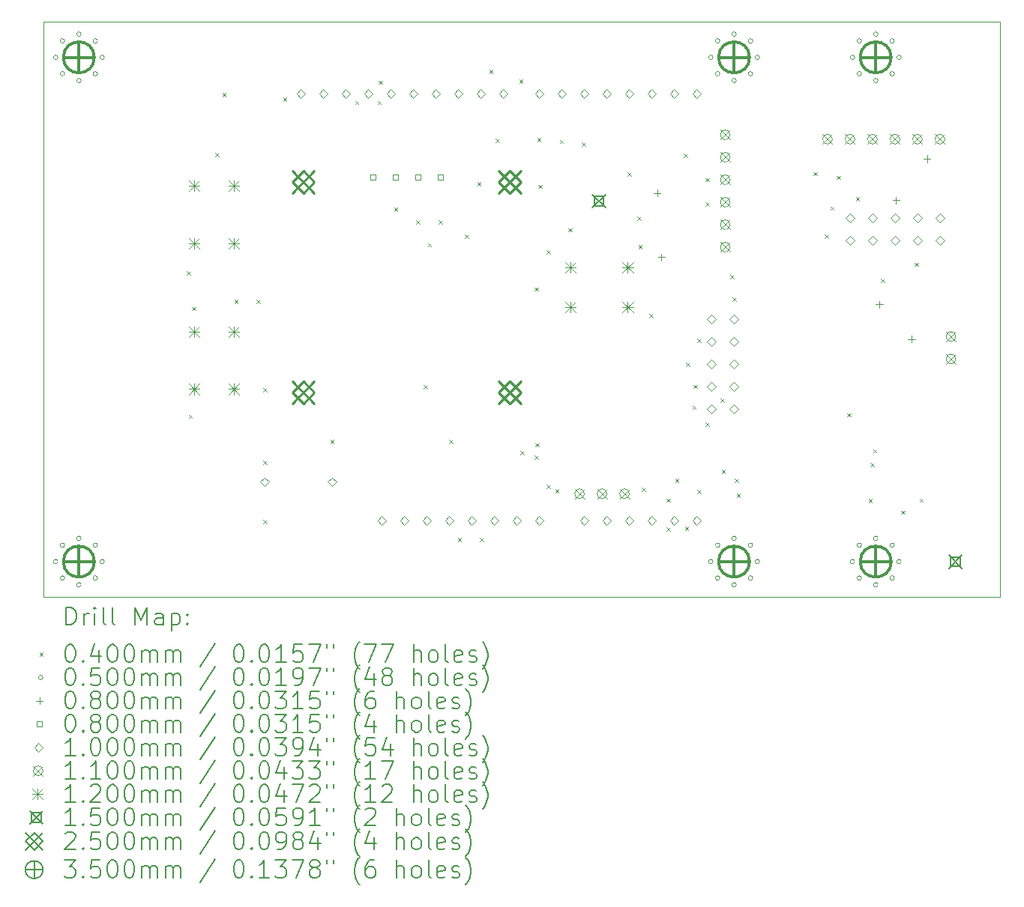
<source format=gbr>
%TF.GenerationSoftware,KiCad,Pcbnew,8.0.6*%
%TF.CreationDate,2025-12-26T07:31:26-05:00*%
%TF.ProjectId,pcb_moonratII,7063625f-6d6f-46f6-9e72-617449492e6b,1.0*%
%TF.SameCoordinates,Original*%
%TF.FileFunction,Drillmap*%
%TF.FilePolarity,Positive*%
%FSLAX45Y45*%
G04 Gerber Fmt 4.5, Leading zero omitted, Abs format (unit mm)*
G04 Created by KiCad (PCBNEW 8.0.6) date 2025-12-26 07:31:26*
%MOMM*%
%LPD*%
G01*
G04 APERTURE LIST*
%ADD10C,0.100000*%
%ADD11C,0.200000*%
%ADD12C,0.110000*%
%ADD13C,0.120000*%
%ADD14C,0.150000*%
%ADD15C,0.250000*%
%ADD16C,0.350000*%
G04 APERTURE END LIST*
D10*
X5000000Y-15000000D02*
X15800000Y-15000000D01*
X15800000Y-8500000D02*
X5000000Y-8500000D01*
X5000000Y-8500000D02*
X5000000Y-15000000D01*
X15800000Y-15000000D02*
X15800000Y-8500000D01*
D11*
D10*
X6620000Y-11320000D02*
X6660000Y-11360000D01*
X6660000Y-11320000D02*
X6620000Y-11360000D01*
X6640000Y-12940000D02*
X6680000Y-12980000D01*
X6680000Y-12940000D02*
X6640000Y-12980000D01*
X6680000Y-11720000D02*
X6720000Y-11760000D01*
X6720000Y-11720000D02*
X6680000Y-11760000D01*
X6940000Y-9980000D02*
X6980000Y-10020000D01*
X6980000Y-9980000D02*
X6940000Y-10020000D01*
X7020600Y-9303171D02*
X7060600Y-9343171D01*
X7060600Y-9303171D02*
X7020600Y-9343171D01*
X7156550Y-11640000D02*
X7196550Y-11680000D01*
X7196550Y-11640000D02*
X7156550Y-11680000D01*
X7403450Y-11640000D02*
X7443450Y-11680000D01*
X7443450Y-11640000D02*
X7403450Y-11680000D01*
X7480000Y-12640000D02*
X7520000Y-12680000D01*
X7520000Y-12640000D02*
X7480000Y-12680000D01*
X7480000Y-13460000D02*
X7520000Y-13500000D01*
X7520000Y-13460000D02*
X7480000Y-13500000D01*
X7480000Y-14130000D02*
X7520000Y-14170000D01*
X7520000Y-14130000D02*
X7480000Y-14170000D01*
X7706400Y-9353971D02*
X7746400Y-9393971D01*
X7746400Y-9353971D02*
X7706400Y-9393971D01*
X8240000Y-13220000D02*
X8280000Y-13260000D01*
X8280000Y-13220000D02*
X8240000Y-13260000D01*
X8519200Y-9392071D02*
X8559200Y-9432071D01*
X8559200Y-9392071D02*
X8519200Y-9432071D01*
X8773200Y-9392071D02*
X8813200Y-9432071D01*
X8813200Y-9392071D02*
X8773200Y-9432071D01*
X8785900Y-9163471D02*
X8825900Y-9203471D01*
X8825900Y-9163471D02*
X8785900Y-9203471D01*
X8960000Y-10600000D02*
X9000000Y-10640000D01*
X9000000Y-10600000D02*
X8960000Y-10640000D01*
X9207000Y-10740000D02*
X9247000Y-10780000D01*
X9247000Y-10740000D02*
X9207000Y-10780000D01*
X9292000Y-12602971D02*
X9332000Y-12642971D01*
X9332000Y-12602971D02*
X9292000Y-12642971D01*
X9340000Y-11000000D02*
X9380000Y-11040000D01*
X9380000Y-11000000D02*
X9340000Y-11040000D01*
X9461000Y-10740000D02*
X9501000Y-10780000D01*
X9501000Y-10740000D02*
X9461000Y-10780000D01*
X9584000Y-13221971D02*
X9624000Y-13261971D01*
X9624000Y-13221971D02*
X9584000Y-13261971D01*
X9680000Y-14330000D02*
X9720000Y-14370000D01*
X9720000Y-14330000D02*
X9680000Y-14370000D01*
X9760000Y-10900000D02*
X9800000Y-10940000D01*
X9800000Y-10900000D02*
X9760000Y-10940000D01*
X9900000Y-10312971D02*
X9940000Y-10352971D01*
X9940000Y-10312971D02*
X9900000Y-10352971D01*
X9930000Y-14330000D02*
X9970000Y-14370000D01*
X9970000Y-14330000D02*
X9930000Y-14370000D01*
X10035000Y-9037971D02*
X10075000Y-9077971D01*
X10075000Y-9037971D02*
X10035000Y-9077971D01*
X10105088Y-9818428D02*
X10145088Y-9858428D01*
X10145088Y-9818428D02*
X10105088Y-9858428D01*
X10373400Y-9150771D02*
X10413400Y-9190771D01*
X10413400Y-9150771D02*
X10373400Y-9190771D01*
X10385000Y-13352500D02*
X10425000Y-13392500D01*
X10425000Y-13352500D02*
X10385000Y-13392500D01*
X10545000Y-11500000D02*
X10585000Y-11540000D01*
X10585000Y-11500000D02*
X10545000Y-11540000D01*
X10548000Y-13402971D02*
X10588000Y-13442971D01*
X10588000Y-13402971D02*
X10548000Y-13442971D01*
X10556500Y-13259944D02*
X10596500Y-13299944D01*
X10596500Y-13259944D02*
X10556500Y-13299944D01*
X10578000Y-9807971D02*
X10618000Y-9847971D01*
X10618000Y-9807971D02*
X10578000Y-9847971D01*
X10590000Y-10340000D02*
X10630000Y-10380000D01*
X10630000Y-10340000D02*
X10590000Y-10380000D01*
X10680000Y-11080000D02*
X10720000Y-11120000D01*
X10720000Y-11080000D02*
X10680000Y-11120000D01*
X10680000Y-13730000D02*
X10720000Y-13770000D01*
X10720000Y-13730000D02*
X10680000Y-13770000D01*
X10780000Y-13780000D02*
X10820000Y-13820000D01*
X10820000Y-13780000D02*
X10780000Y-13820000D01*
X10830000Y-9831971D02*
X10870000Y-9871971D01*
X10870000Y-9831971D02*
X10830000Y-9871971D01*
X10930000Y-10830000D02*
X10970000Y-10870000D01*
X10970000Y-10830000D02*
X10930000Y-10870000D01*
X11080000Y-9861972D02*
X11120000Y-9901972D01*
X11120000Y-9861972D02*
X11080000Y-9901972D01*
X11600000Y-10200000D02*
X11640000Y-10240000D01*
X11640000Y-10200000D02*
X11600000Y-10240000D01*
X11710000Y-10700000D02*
X11750000Y-10740000D01*
X11750000Y-10700000D02*
X11710000Y-10740000D01*
X11720000Y-11020000D02*
X11760000Y-11060000D01*
X11760000Y-11020000D02*
X11720000Y-11060000D01*
X11760000Y-13762971D02*
X11800000Y-13802971D01*
X11800000Y-13762971D02*
X11760000Y-13802971D01*
X11841615Y-11803100D02*
X11881615Y-11843100D01*
X11881615Y-11803100D02*
X11841615Y-11843100D01*
X12035000Y-13887971D02*
X12075000Y-13927971D01*
X12075000Y-13887971D02*
X12035000Y-13927971D01*
X12035000Y-14212971D02*
X12075000Y-14252971D01*
X12075000Y-14212971D02*
X12035000Y-14252971D01*
X12135000Y-13662971D02*
X12175000Y-13702971D01*
X12175000Y-13662971D02*
X12135000Y-13702971D01*
X12235000Y-9987971D02*
X12275000Y-10027971D01*
X12275000Y-9987971D02*
X12235000Y-10027971D01*
X12246000Y-14206550D02*
X12286000Y-14246550D01*
X12286000Y-14206550D02*
X12246000Y-14246550D01*
X12258400Y-12348000D02*
X12298400Y-12388000D01*
X12298400Y-12348000D02*
X12258400Y-12388000D01*
X12328966Y-12837428D02*
X12368966Y-12877428D01*
X12368966Y-12837428D02*
X12328966Y-12877428D01*
X12340000Y-12600000D02*
X12380000Y-12640000D01*
X12380000Y-12600000D02*
X12340000Y-12640000D01*
X12381900Y-12080095D02*
X12421900Y-12120095D01*
X12421900Y-12080095D02*
X12381900Y-12120095D01*
X12385000Y-13787971D02*
X12425000Y-13827971D01*
X12425000Y-13787971D02*
X12385000Y-13827971D01*
X12480000Y-10263000D02*
X12520000Y-10303000D01*
X12520000Y-10263000D02*
X12480000Y-10303000D01*
X12480000Y-10540000D02*
X12520000Y-10580000D01*
X12520000Y-10540000D02*
X12480000Y-10580000D01*
X12480000Y-13030000D02*
X12520000Y-13070000D01*
X12520000Y-13030000D02*
X12480000Y-13070000D01*
X12650000Y-12760000D02*
X12690000Y-12800000D01*
X12690000Y-12760000D02*
X12650000Y-12800000D01*
X12660000Y-13562971D02*
X12700000Y-13602971D01*
X12700000Y-13562971D02*
X12660000Y-13602971D01*
X12760000Y-11362971D02*
X12800000Y-11402971D01*
X12800000Y-11362971D02*
X12760000Y-11402971D01*
X12785000Y-11612971D02*
X12825000Y-11652971D01*
X12825000Y-11612971D02*
X12785000Y-11652971D01*
X12810000Y-13662971D02*
X12850000Y-13702971D01*
X12850000Y-13662971D02*
X12810000Y-13702971D01*
X12830000Y-13830000D02*
X12870000Y-13870000D01*
X12870000Y-13830000D02*
X12830000Y-13870000D01*
X13696000Y-10195880D02*
X13736000Y-10235880D01*
X13736000Y-10195880D02*
X13696000Y-10235880D01*
X13823000Y-10902000D02*
X13863000Y-10942000D01*
X13863000Y-10902000D02*
X13823000Y-10942000D01*
X13886500Y-10584500D02*
X13926500Y-10624500D01*
X13926500Y-10584500D02*
X13886500Y-10624500D01*
X13960000Y-10237971D02*
X14000000Y-10277971D01*
X14000000Y-10237971D02*
X13960000Y-10277971D01*
X14080000Y-12922971D02*
X14120000Y-12962971D01*
X14120000Y-12922971D02*
X14080000Y-12962971D01*
X14175112Y-10480552D02*
X14215112Y-10520552D01*
X14215112Y-10480552D02*
X14175112Y-10520552D01*
X14320352Y-13892620D02*
X14360352Y-13932620D01*
X14360352Y-13892620D02*
X14320352Y-13932620D01*
X14340000Y-13482971D02*
X14380000Y-13522971D01*
X14380000Y-13482971D02*
X14340000Y-13522971D01*
X14370000Y-13327521D02*
X14410000Y-13367521D01*
X14410000Y-13327521D02*
X14370000Y-13367521D01*
X14460000Y-11402971D02*
X14500000Y-11442971D01*
X14500000Y-11402971D02*
X14460000Y-11442971D01*
X14690000Y-14022971D02*
X14730000Y-14062971D01*
X14730000Y-14022971D02*
X14690000Y-14062971D01*
X14839000Y-11219500D02*
X14879000Y-11259500D01*
X14879000Y-11219500D02*
X14839000Y-11259500D01*
X14894600Y-13887871D02*
X14934600Y-13927871D01*
X14934600Y-13887871D02*
X14894600Y-13927871D01*
X5162500Y-8900000D02*
G75*
G02*
X5112500Y-8900000I-25000J0D01*
G01*
X5112500Y-8900000D02*
G75*
G02*
X5162500Y-8900000I25000J0D01*
G01*
X5162500Y-14600000D02*
G75*
G02*
X5112500Y-14600000I-25000J0D01*
G01*
X5112500Y-14600000D02*
G75*
G02*
X5162500Y-14600000I25000J0D01*
G01*
X5239385Y-8714385D02*
G75*
G02*
X5189385Y-8714385I-25000J0D01*
G01*
X5189385Y-8714385D02*
G75*
G02*
X5239385Y-8714385I25000J0D01*
G01*
X5239385Y-9085616D02*
G75*
G02*
X5189385Y-9085616I-25000J0D01*
G01*
X5189385Y-9085616D02*
G75*
G02*
X5239385Y-9085616I25000J0D01*
G01*
X5239385Y-14414384D02*
G75*
G02*
X5189385Y-14414384I-25000J0D01*
G01*
X5189385Y-14414384D02*
G75*
G02*
X5239385Y-14414384I25000J0D01*
G01*
X5239385Y-14785615D02*
G75*
G02*
X5189385Y-14785615I-25000J0D01*
G01*
X5189385Y-14785615D02*
G75*
G02*
X5239385Y-14785615I25000J0D01*
G01*
X5425000Y-8637500D02*
G75*
G02*
X5375000Y-8637500I-25000J0D01*
G01*
X5375000Y-8637500D02*
G75*
G02*
X5425000Y-8637500I25000J0D01*
G01*
X5425000Y-9162500D02*
G75*
G02*
X5375000Y-9162500I-25000J0D01*
G01*
X5375000Y-9162500D02*
G75*
G02*
X5425000Y-9162500I25000J0D01*
G01*
X5425000Y-14337500D02*
G75*
G02*
X5375000Y-14337500I-25000J0D01*
G01*
X5375000Y-14337500D02*
G75*
G02*
X5425000Y-14337500I25000J0D01*
G01*
X5425000Y-14862500D02*
G75*
G02*
X5375000Y-14862500I-25000J0D01*
G01*
X5375000Y-14862500D02*
G75*
G02*
X5425000Y-14862500I25000J0D01*
G01*
X5610615Y-8714385D02*
G75*
G02*
X5560616Y-8714385I-25000J0D01*
G01*
X5560616Y-8714385D02*
G75*
G02*
X5610615Y-8714385I25000J0D01*
G01*
X5610615Y-9085616D02*
G75*
G02*
X5560616Y-9085616I-25000J0D01*
G01*
X5560616Y-9085616D02*
G75*
G02*
X5610615Y-9085616I25000J0D01*
G01*
X5610615Y-14414384D02*
G75*
G02*
X5560616Y-14414384I-25000J0D01*
G01*
X5560616Y-14414384D02*
G75*
G02*
X5610615Y-14414384I25000J0D01*
G01*
X5610615Y-14785615D02*
G75*
G02*
X5560616Y-14785615I-25000J0D01*
G01*
X5560616Y-14785615D02*
G75*
G02*
X5610615Y-14785615I25000J0D01*
G01*
X5687500Y-8900000D02*
G75*
G02*
X5637500Y-8900000I-25000J0D01*
G01*
X5637500Y-8900000D02*
G75*
G02*
X5687500Y-8900000I25000J0D01*
G01*
X5687500Y-14600000D02*
G75*
G02*
X5637500Y-14600000I-25000J0D01*
G01*
X5637500Y-14600000D02*
G75*
G02*
X5687500Y-14600000I25000J0D01*
G01*
X12562500Y-8900000D02*
G75*
G02*
X12512500Y-8900000I-25000J0D01*
G01*
X12512500Y-8900000D02*
G75*
G02*
X12562500Y-8900000I25000J0D01*
G01*
X12562500Y-14600000D02*
G75*
G02*
X12512500Y-14600000I-25000J0D01*
G01*
X12512500Y-14600000D02*
G75*
G02*
X12562500Y-14600000I25000J0D01*
G01*
X12639384Y-8714385D02*
G75*
G02*
X12589384Y-8714385I-25000J0D01*
G01*
X12589384Y-8714385D02*
G75*
G02*
X12639384Y-8714385I25000J0D01*
G01*
X12639384Y-9085616D02*
G75*
G02*
X12589384Y-9085616I-25000J0D01*
G01*
X12589384Y-9085616D02*
G75*
G02*
X12639384Y-9085616I25000J0D01*
G01*
X12639384Y-14414384D02*
G75*
G02*
X12589384Y-14414384I-25000J0D01*
G01*
X12589384Y-14414384D02*
G75*
G02*
X12639384Y-14414384I25000J0D01*
G01*
X12639384Y-14785615D02*
G75*
G02*
X12589384Y-14785615I-25000J0D01*
G01*
X12589384Y-14785615D02*
G75*
G02*
X12639384Y-14785615I25000J0D01*
G01*
X12825000Y-8637500D02*
G75*
G02*
X12775000Y-8637500I-25000J0D01*
G01*
X12775000Y-8637500D02*
G75*
G02*
X12825000Y-8637500I25000J0D01*
G01*
X12825000Y-9162500D02*
G75*
G02*
X12775000Y-9162500I-25000J0D01*
G01*
X12775000Y-9162500D02*
G75*
G02*
X12825000Y-9162500I25000J0D01*
G01*
X12825000Y-14337500D02*
G75*
G02*
X12775000Y-14337500I-25000J0D01*
G01*
X12775000Y-14337500D02*
G75*
G02*
X12825000Y-14337500I25000J0D01*
G01*
X12825000Y-14862500D02*
G75*
G02*
X12775000Y-14862500I-25000J0D01*
G01*
X12775000Y-14862500D02*
G75*
G02*
X12825000Y-14862500I25000J0D01*
G01*
X13010615Y-8714385D02*
G75*
G02*
X12960615Y-8714385I-25000J0D01*
G01*
X12960615Y-8714385D02*
G75*
G02*
X13010615Y-8714385I25000J0D01*
G01*
X13010615Y-9085616D02*
G75*
G02*
X12960615Y-9085616I-25000J0D01*
G01*
X12960615Y-9085616D02*
G75*
G02*
X13010615Y-9085616I25000J0D01*
G01*
X13010615Y-14414384D02*
G75*
G02*
X12960615Y-14414384I-25000J0D01*
G01*
X12960615Y-14414384D02*
G75*
G02*
X13010615Y-14414384I25000J0D01*
G01*
X13010615Y-14785615D02*
G75*
G02*
X12960615Y-14785615I-25000J0D01*
G01*
X12960615Y-14785615D02*
G75*
G02*
X13010615Y-14785615I25000J0D01*
G01*
X13087500Y-8900000D02*
G75*
G02*
X13037500Y-8900000I-25000J0D01*
G01*
X13037500Y-8900000D02*
G75*
G02*
X13087500Y-8900000I25000J0D01*
G01*
X13087500Y-14600000D02*
G75*
G02*
X13037500Y-14600000I-25000J0D01*
G01*
X13037500Y-14600000D02*
G75*
G02*
X13087500Y-14600000I25000J0D01*
G01*
X14162500Y-8900000D02*
G75*
G02*
X14112500Y-8900000I-25000J0D01*
G01*
X14112500Y-8900000D02*
G75*
G02*
X14162500Y-8900000I25000J0D01*
G01*
X14162500Y-14600000D02*
G75*
G02*
X14112500Y-14600000I-25000J0D01*
G01*
X14112500Y-14600000D02*
G75*
G02*
X14162500Y-14600000I25000J0D01*
G01*
X14239384Y-8714385D02*
G75*
G02*
X14189384Y-8714385I-25000J0D01*
G01*
X14189384Y-8714385D02*
G75*
G02*
X14239384Y-8714385I25000J0D01*
G01*
X14239384Y-9085616D02*
G75*
G02*
X14189384Y-9085616I-25000J0D01*
G01*
X14189384Y-9085616D02*
G75*
G02*
X14239384Y-9085616I25000J0D01*
G01*
X14239384Y-14414384D02*
G75*
G02*
X14189384Y-14414384I-25000J0D01*
G01*
X14189384Y-14414384D02*
G75*
G02*
X14239384Y-14414384I25000J0D01*
G01*
X14239384Y-14785615D02*
G75*
G02*
X14189384Y-14785615I-25000J0D01*
G01*
X14189384Y-14785615D02*
G75*
G02*
X14239384Y-14785615I25000J0D01*
G01*
X14425000Y-8637500D02*
G75*
G02*
X14375000Y-8637500I-25000J0D01*
G01*
X14375000Y-8637500D02*
G75*
G02*
X14425000Y-8637500I25000J0D01*
G01*
X14425000Y-9162500D02*
G75*
G02*
X14375000Y-9162500I-25000J0D01*
G01*
X14375000Y-9162500D02*
G75*
G02*
X14425000Y-9162500I25000J0D01*
G01*
X14425000Y-14337500D02*
G75*
G02*
X14375000Y-14337500I-25000J0D01*
G01*
X14375000Y-14337500D02*
G75*
G02*
X14425000Y-14337500I25000J0D01*
G01*
X14425000Y-14862500D02*
G75*
G02*
X14375000Y-14862500I-25000J0D01*
G01*
X14375000Y-14862500D02*
G75*
G02*
X14425000Y-14862500I25000J0D01*
G01*
X14610615Y-8714385D02*
G75*
G02*
X14560615Y-8714385I-25000J0D01*
G01*
X14560615Y-8714385D02*
G75*
G02*
X14610615Y-8714385I25000J0D01*
G01*
X14610615Y-9085616D02*
G75*
G02*
X14560615Y-9085616I-25000J0D01*
G01*
X14560615Y-9085616D02*
G75*
G02*
X14610615Y-9085616I25000J0D01*
G01*
X14610615Y-14414384D02*
G75*
G02*
X14560615Y-14414384I-25000J0D01*
G01*
X14560615Y-14414384D02*
G75*
G02*
X14610615Y-14414384I25000J0D01*
G01*
X14610615Y-14785615D02*
G75*
G02*
X14560615Y-14785615I-25000J0D01*
G01*
X14560615Y-14785615D02*
G75*
G02*
X14610615Y-14785615I25000J0D01*
G01*
X14687500Y-8900000D02*
G75*
G02*
X14637500Y-8900000I-25000J0D01*
G01*
X14637500Y-8900000D02*
G75*
G02*
X14687500Y-8900000I25000J0D01*
G01*
X14687500Y-14600000D02*
G75*
G02*
X14637500Y-14600000I-25000J0D01*
G01*
X14637500Y-14600000D02*
G75*
G02*
X14687500Y-14600000I25000J0D01*
G01*
X11930958Y-10393929D02*
X11930958Y-10473929D01*
X11890958Y-10433929D02*
X11970958Y-10433929D01*
X11980000Y-11117971D02*
X11980000Y-11197971D01*
X11940000Y-11157971D02*
X12020000Y-11157971D01*
X14440000Y-11652971D02*
X14440000Y-11732971D01*
X14400000Y-11692971D02*
X14480000Y-11692971D01*
X14630400Y-10475600D02*
X14630400Y-10555600D01*
X14590400Y-10515600D02*
X14670400Y-10515600D01*
X14805000Y-12042971D02*
X14805000Y-12122971D01*
X14765000Y-12082971D02*
X14845000Y-12082971D01*
X14980005Y-10005000D02*
X14980005Y-10085000D01*
X14940005Y-10045000D02*
X15020005Y-10045000D01*
X8747285Y-10282285D02*
X8747285Y-10225716D01*
X8690716Y-10225716D01*
X8690716Y-10282285D01*
X8747285Y-10282285D01*
X9001285Y-10282285D02*
X9001285Y-10225716D01*
X8944716Y-10225716D01*
X8944716Y-10282285D01*
X9001285Y-10282285D01*
X9255285Y-10282285D02*
X9255285Y-10225716D01*
X9198716Y-10225716D01*
X9198716Y-10282285D01*
X9255285Y-10282285D01*
X9509285Y-10282285D02*
X9509285Y-10225716D01*
X9452716Y-10225716D01*
X9452716Y-10282285D01*
X9509285Y-10282285D01*
X7500000Y-13750000D02*
X7550000Y-13700000D01*
X7500000Y-13650000D01*
X7450000Y-13700000D01*
X7500000Y-13750000D01*
X7908500Y-9357000D02*
X7958500Y-9307000D01*
X7908500Y-9257000D01*
X7858500Y-9307000D01*
X7908500Y-9357000D01*
X8162500Y-9357000D02*
X8212500Y-9307000D01*
X8162500Y-9257000D01*
X8112500Y-9307000D01*
X8162500Y-9357000D01*
X8262000Y-13750000D02*
X8312000Y-13700000D01*
X8262000Y-13650000D01*
X8212000Y-13700000D01*
X8262000Y-13750000D01*
X8416500Y-9357000D02*
X8466500Y-9307000D01*
X8416500Y-9257000D01*
X8366500Y-9307000D01*
X8416500Y-9357000D01*
X8670500Y-9357000D02*
X8720500Y-9307000D01*
X8670500Y-9257000D01*
X8620500Y-9307000D01*
X8670500Y-9357000D01*
X8822500Y-14183000D02*
X8872500Y-14133000D01*
X8822500Y-14083000D01*
X8772500Y-14133000D01*
X8822500Y-14183000D01*
X8924500Y-9357000D02*
X8974500Y-9307000D01*
X8924500Y-9257000D01*
X8874500Y-9307000D01*
X8924500Y-9357000D01*
X9076500Y-14183000D02*
X9126500Y-14133000D01*
X9076500Y-14083000D01*
X9026500Y-14133000D01*
X9076500Y-14183000D01*
X9178500Y-9357000D02*
X9228500Y-9307000D01*
X9178500Y-9257000D01*
X9128500Y-9307000D01*
X9178500Y-9357000D01*
X9330500Y-14183000D02*
X9380500Y-14133000D01*
X9330500Y-14083000D01*
X9280500Y-14133000D01*
X9330500Y-14183000D01*
X9432500Y-9357000D02*
X9482500Y-9307000D01*
X9432500Y-9257000D01*
X9382500Y-9307000D01*
X9432500Y-9357000D01*
X9584500Y-14183000D02*
X9634500Y-14133000D01*
X9584500Y-14083000D01*
X9534500Y-14133000D01*
X9584500Y-14183000D01*
X9686500Y-9357000D02*
X9736500Y-9307000D01*
X9686500Y-9257000D01*
X9636500Y-9307000D01*
X9686500Y-9357000D01*
X9838500Y-14183000D02*
X9888500Y-14133000D01*
X9838500Y-14083000D01*
X9788500Y-14133000D01*
X9838500Y-14183000D01*
X9940500Y-9357000D02*
X9990500Y-9307000D01*
X9940500Y-9257000D01*
X9890500Y-9307000D01*
X9940500Y-9357000D01*
X10092500Y-14183000D02*
X10142500Y-14133000D01*
X10092500Y-14083000D01*
X10042500Y-14133000D01*
X10092500Y-14183000D01*
X10194500Y-9357000D02*
X10244500Y-9307000D01*
X10194500Y-9257000D01*
X10144500Y-9307000D01*
X10194500Y-9357000D01*
X10346500Y-14183000D02*
X10396500Y-14133000D01*
X10346500Y-14083000D01*
X10296500Y-14133000D01*
X10346500Y-14183000D01*
X10600500Y-9357000D02*
X10650500Y-9307000D01*
X10600500Y-9257000D01*
X10550500Y-9307000D01*
X10600500Y-9357000D01*
X10600500Y-14183000D02*
X10650500Y-14133000D01*
X10600500Y-14083000D01*
X10550500Y-14133000D01*
X10600500Y-14183000D01*
X10854500Y-9357000D02*
X10904500Y-9307000D01*
X10854500Y-9257000D01*
X10804500Y-9307000D01*
X10854500Y-9357000D01*
X11108500Y-9357000D02*
X11158500Y-9307000D01*
X11108500Y-9257000D01*
X11058500Y-9307000D01*
X11108500Y-9357000D01*
X11108500Y-14183000D02*
X11158500Y-14133000D01*
X11108500Y-14083000D01*
X11058500Y-14133000D01*
X11108500Y-14183000D01*
X11362500Y-9357000D02*
X11412500Y-9307000D01*
X11362500Y-9257000D01*
X11312500Y-9307000D01*
X11362500Y-9357000D01*
X11362500Y-14183000D02*
X11412500Y-14133000D01*
X11362500Y-14083000D01*
X11312500Y-14133000D01*
X11362500Y-14183000D01*
X11616500Y-9357000D02*
X11666500Y-9307000D01*
X11616500Y-9257000D01*
X11566500Y-9307000D01*
X11616500Y-9357000D01*
X11616500Y-14183000D02*
X11666500Y-14133000D01*
X11616500Y-14083000D01*
X11566500Y-14133000D01*
X11616500Y-14183000D01*
X11870500Y-9357000D02*
X11920500Y-9307000D01*
X11870500Y-9257000D01*
X11820500Y-9307000D01*
X11870500Y-9357000D01*
X11870500Y-14183000D02*
X11920500Y-14133000D01*
X11870500Y-14083000D01*
X11820500Y-14133000D01*
X11870500Y-14183000D01*
X12124500Y-9357000D02*
X12174500Y-9307000D01*
X12124500Y-9257000D01*
X12074500Y-9307000D01*
X12124500Y-9357000D01*
X12124500Y-14183000D02*
X12174500Y-14133000D01*
X12124500Y-14083000D01*
X12074500Y-14133000D01*
X12124500Y-14183000D01*
X12378500Y-9357000D02*
X12428500Y-9307000D01*
X12378500Y-9257000D01*
X12328500Y-9307000D01*
X12378500Y-9357000D01*
X12378500Y-14183000D02*
X12428500Y-14133000D01*
X12378500Y-14083000D01*
X12328500Y-14133000D01*
X12378500Y-14183000D01*
X12546000Y-11910000D02*
X12596000Y-11860000D01*
X12546000Y-11810000D01*
X12496000Y-11860000D01*
X12546000Y-11910000D01*
X12546000Y-12164000D02*
X12596000Y-12114000D01*
X12546000Y-12064000D01*
X12496000Y-12114000D01*
X12546000Y-12164000D01*
X12546000Y-12418000D02*
X12596000Y-12368000D01*
X12546000Y-12318000D01*
X12496000Y-12368000D01*
X12546000Y-12418000D01*
X12546000Y-12672000D02*
X12596000Y-12622000D01*
X12546000Y-12572000D01*
X12496000Y-12622000D01*
X12546000Y-12672000D01*
X12546000Y-12926000D02*
X12596000Y-12876000D01*
X12546000Y-12826000D01*
X12496000Y-12876000D01*
X12546000Y-12926000D01*
X12800000Y-11910000D02*
X12850000Y-11860000D01*
X12800000Y-11810000D01*
X12750000Y-11860000D01*
X12800000Y-11910000D01*
X12800000Y-12164000D02*
X12850000Y-12114000D01*
X12800000Y-12064000D01*
X12750000Y-12114000D01*
X12800000Y-12164000D01*
X12800000Y-12418000D02*
X12850000Y-12368000D01*
X12800000Y-12318000D01*
X12750000Y-12368000D01*
X12800000Y-12418000D01*
X12800000Y-12672000D02*
X12850000Y-12622000D01*
X12800000Y-12572000D01*
X12750000Y-12622000D01*
X12800000Y-12672000D01*
X12800000Y-12926000D02*
X12850000Y-12876000D01*
X12800000Y-12826000D01*
X12750000Y-12876000D01*
X12800000Y-12926000D01*
X14109000Y-10762500D02*
X14159000Y-10712500D01*
X14109000Y-10662500D01*
X14059000Y-10712500D01*
X14109000Y-10762500D01*
X14109000Y-11016500D02*
X14159000Y-10966500D01*
X14109000Y-10916500D01*
X14059000Y-10966500D01*
X14109000Y-11016500D01*
X14363000Y-10762500D02*
X14413000Y-10712500D01*
X14363000Y-10662500D01*
X14313000Y-10712500D01*
X14363000Y-10762500D01*
X14363000Y-11016500D02*
X14413000Y-10966500D01*
X14363000Y-10916500D01*
X14313000Y-10966500D01*
X14363000Y-11016500D01*
X14617000Y-10762500D02*
X14667000Y-10712500D01*
X14617000Y-10662500D01*
X14567000Y-10712500D01*
X14617000Y-10762500D01*
X14617000Y-11016500D02*
X14667000Y-10966500D01*
X14617000Y-10916500D01*
X14567000Y-10966500D01*
X14617000Y-11016500D01*
X14871000Y-10762500D02*
X14921000Y-10712500D01*
X14871000Y-10662500D01*
X14821000Y-10712500D01*
X14871000Y-10762500D01*
X14871000Y-11016500D02*
X14921000Y-10966500D01*
X14871000Y-10916500D01*
X14821000Y-10966500D01*
X14871000Y-11016500D01*
X15125000Y-10762500D02*
X15175000Y-10712500D01*
X15125000Y-10662500D01*
X15075000Y-10712500D01*
X15125000Y-10762500D01*
X15125000Y-11016500D02*
X15175000Y-10966500D01*
X15125000Y-10916500D01*
X15075000Y-10966500D01*
X15125000Y-11016500D01*
D12*
X11000000Y-13777971D02*
X11110000Y-13887971D01*
X11110000Y-13777971D02*
X11000000Y-13887971D01*
X11110000Y-13832971D02*
G75*
G02*
X11000000Y-13832971I-55000J0D01*
G01*
X11000000Y-13832971D02*
G75*
G02*
X11110000Y-13832971I55000J0D01*
G01*
X11254000Y-13777971D02*
X11364000Y-13887971D01*
X11364000Y-13777971D02*
X11254000Y-13887971D01*
X11364000Y-13832971D02*
G75*
G02*
X11254000Y-13832971I-55000J0D01*
G01*
X11254000Y-13832971D02*
G75*
G02*
X11364000Y-13832971I55000J0D01*
G01*
X11508000Y-13777971D02*
X11618000Y-13887971D01*
X11618000Y-13777971D02*
X11508000Y-13887971D01*
X11618000Y-13832971D02*
G75*
G02*
X11508000Y-13832971I-55000J0D01*
G01*
X11508000Y-13832971D02*
G75*
G02*
X11618000Y-13832971I55000J0D01*
G01*
X12645000Y-9720000D02*
X12755000Y-9830000D01*
X12755000Y-9720000D02*
X12645000Y-9830000D01*
X12755000Y-9775000D02*
G75*
G02*
X12645000Y-9775000I-55000J0D01*
G01*
X12645000Y-9775000D02*
G75*
G02*
X12755000Y-9775000I55000J0D01*
G01*
X12645000Y-9974000D02*
X12755000Y-10084000D01*
X12755000Y-9974000D02*
X12645000Y-10084000D01*
X12755000Y-10029000D02*
G75*
G02*
X12645000Y-10029000I-55000J0D01*
G01*
X12645000Y-10029000D02*
G75*
G02*
X12755000Y-10029000I55000J0D01*
G01*
X12645000Y-10228000D02*
X12755000Y-10338000D01*
X12755000Y-10228000D02*
X12645000Y-10338000D01*
X12755000Y-10283000D02*
G75*
G02*
X12645000Y-10283000I-55000J0D01*
G01*
X12645000Y-10283000D02*
G75*
G02*
X12755000Y-10283000I55000J0D01*
G01*
X12645000Y-10482000D02*
X12755000Y-10592000D01*
X12755000Y-10482000D02*
X12645000Y-10592000D01*
X12755000Y-10537000D02*
G75*
G02*
X12645000Y-10537000I-55000J0D01*
G01*
X12645000Y-10537000D02*
G75*
G02*
X12755000Y-10537000I55000J0D01*
G01*
X12645000Y-10736000D02*
X12755000Y-10846000D01*
X12755000Y-10736000D02*
X12645000Y-10846000D01*
X12755000Y-10791000D02*
G75*
G02*
X12645000Y-10791000I-55000J0D01*
G01*
X12645000Y-10791000D02*
G75*
G02*
X12755000Y-10791000I55000J0D01*
G01*
X12645000Y-10990000D02*
X12755000Y-11100000D01*
X12755000Y-10990000D02*
X12645000Y-11100000D01*
X12755000Y-11045000D02*
G75*
G02*
X12645000Y-11045000I-55000J0D01*
G01*
X12645000Y-11045000D02*
G75*
G02*
X12755000Y-11045000I55000J0D01*
G01*
X13800000Y-9770000D02*
X13910000Y-9880000D01*
X13910000Y-9770000D02*
X13800000Y-9880000D01*
X13910000Y-9825000D02*
G75*
G02*
X13800000Y-9825000I-55000J0D01*
G01*
X13800000Y-9825000D02*
G75*
G02*
X13910000Y-9825000I55000J0D01*
G01*
X14054000Y-9770000D02*
X14164000Y-9880000D01*
X14164000Y-9770000D02*
X14054000Y-9880000D01*
X14164000Y-9825000D02*
G75*
G02*
X14054000Y-9825000I-55000J0D01*
G01*
X14054000Y-9825000D02*
G75*
G02*
X14164000Y-9825000I55000J0D01*
G01*
X14308000Y-9770000D02*
X14418000Y-9880000D01*
X14418000Y-9770000D02*
X14308000Y-9880000D01*
X14418000Y-9825000D02*
G75*
G02*
X14308000Y-9825000I-55000J0D01*
G01*
X14308000Y-9825000D02*
G75*
G02*
X14418000Y-9825000I55000J0D01*
G01*
X14562000Y-9770000D02*
X14672000Y-9880000D01*
X14672000Y-9770000D02*
X14562000Y-9880000D01*
X14672000Y-9825000D02*
G75*
G02*
X14562000Y-9825000I-55000J0D01*
G01*
X14562000Y-9825000D02*
G75*
G02*
X14672000Y-9825000I55000J0D01*
G01*
X14816000Y-9770000D02*
X14926000Y-9880000D01*
X14926000Y-9770000D02*
X14816000Y-9880000D01*
X14926000Y-9825000D02*
G75*
G02*
X14816000Y-9825000I-55000J0D01*
G01*
X14816000Y-9825000D02*
G75*
G02*
X14926000Y-9825000I55000J0D01*
G01*
X15070000Y-9770000D02*
X15180000Y-9880000D01*
X15180000Y-9770000D02*
X15070000Y-9880000D01*
X15180000Y-9825000D02*
G75*
G02*
X15070000Y-9825000I-55000J0D01*
G01*
X15070000Y-9825000D02*
G75*
G02*
X15180000Y-9825000I55000J0D01*
G01*
X15195000Y-12000971D02*
X15305000Y-12110971D01*
X15305000Y-12000971D02*
X15195000Y-12110971D01*
X15305000Y-12055971D02*
G75*
G02*
X15195000Y-12055971I-55000J0D01*
G01*
X15195000Y-12055971D02*
G75*
G02*
X15305000Y-12055971I55000J0D01*
G01*
X15195000Y-12254971D02*
X15305000Y-12364971D01*
X15305000Y-12254971D02*
X15195000Y-12364971D01*
X15305000Y-12309971D02*
G75*
G02*
X15195000Y-12309971I-55000J0D01*
G01*
X15195000Y-12309971D02*
G75*
G02*
X15305000Y-12309971I55000J0D01*
G01*
D13*
X6640000Y-10290000D02*
X6760000Y-10410000D01*
X6760000Y-10290000D02*
X6640000Y-10410000D01*
X6700000Y-10290000D02*
X6700000Y-10410000D01*
X6640000Y-10350000D02*
X6760000Y-10350000D01*
X6640000Y-10940000D02*
X6760000Y-11060000D01*
X6760000Y-10940000D02*
X6640000Y-11060000D01*
X6700000Y-10940000D02*
X6700000Y-11060000D01*
X6640000Y-11000000D02*
X6760000Y-11000000D01*
X6640000Y-11940000D02*
X6760000Y-12060000D01*
X6760000Y-11940000D02*
X6640000Y-12060000D01*
X6700000Y-11940000D02*
X6700000Y-12060000D01*
X6640000Y-12000000D02*
X6760000Y-12000000D01*
X6640000Y-12590000D02*
X6760000Y-12710000D01*
X6760000Y-12590000D02*
X6640000Y-12710000D01*
X6700000Y-12590000D02*
X6700000Y-12710000D01*
X6640000Y-12650000D02*
X6760000Y-12650000D01*
X7090000Y-10290000D02*
X7210000Y-10410000D01*
X7210000Y-10290000D02*
X7090000Y-10410000D01*
X7150000Y-10290000D02*
X7150000Y-10410000D01*
X7090000Y-10350000D02*
X7210000Y-10350000D01*
X7090000Y-10940000D02*
X7210000Y-11060000D01*
X7210000Y-10940000D02*
X7090000Y-11060000D01*
X7150000Y-10940000D02*
X7150000Y-11060000D01*
X7090000Y-11000000D02*
X7210000Y-11000000D01*
X7090000Y-11940000D02*
X7210000Y-12060000D01*
X7210000Y-11940000D02*
X7090000Y-12060000D01*
X7150000Y-11940000D02*
X7150000Y-12060000D01*
X7090000Y-12000000D02*
X7210000Y-12000000D01*
X7090000Y-12590000D02*
X7210000Y-12710000D01*
X7210000Y-12590000D02*
X7090000Y-12710000D01*
X7150000Y-12590000D02*
X7150000Y-12710000D01*
X7090000Y-12650000D02*
X7210000Y-12650000D01*
X10890000Y-11215000D02*
X11010000Y-11335000D01*
X11010000Y-11215000D02*
X10890000Y-11335000D01*
X10950000Y-11215000D02*
X10950000Y-11335000D01*
X10890000Y-11275000D02*
X11010000Y-11275000D01*
X10890000Y-11665000D02*
X11010000Y-11785000D01*
X11010000Y-11665000D02*
X10890000Y-11785000D01*
X10950000Y-11665000D02*
X10950000Y-11785000D01*
X10890000Y-11725000D02*
X11010000Y-11725000D01*
X11540000Y-11215000D02*
X11660000Y-11335000D01*
X11660000Y-11215000D02*
X11540000Y-11335000D01*
X11600000Y-11215000D02*
X11600000Y-11335000D01*
X11540000Y-11275000D02*
X11660000Y-11275000D01*
X11540000Y-11665000D02*
X11660000Y-11785000D01*
X11660000Y-11665000D02*
X11540000Y-11785000D01*
X11600000Y-11665000D02*
X11600000Y-11785000D01*
X11540000Y-11725000D02*
X11660000Y-11725000D01*
D14*
X11199999Y-10450001D02*
X11349999Y-10600001D01*
X11349999Y-10450001D02*
X11199999Y-10600001D01*
X11328033Y-10578034D02*
X11328033Y-10471967D01*
X11221966Y-10471967D01*
X11221966Y-10578034D01*
X11328033Y-10578034D01*
X15225000Y-14525000D02*
X15375000Y-14675000D01*
X15375000Y-14525000D02*
X15225000Y-14675000D01*
X15353033Y-14653033D02*
X15353033Y-14546966D01*
X15246966Y-14546966D01*
X15246966Y-14653033D01*
X15353033Y-14653033D01*
D15*
X7810000Y-10185000D02*
X8060000Y-10435000D01*
X8060000Y-10185000D02*
X7810000Y-10435000D01*
X7935000Y-10435000D02*
X8060000Y-10310000D01*
X7935000Y-10185000D01*
X7810000Y-10310000D01*
X7935000Y-10435000D01*
X7810000Y-12565000D02*
X8060000Y-12815000D01*
X8060000Y-12565000D02*
X7810000Y-12815000D01*
X7935000Y-12815000D02*
X8060000Y-12690000D01*
X7935000Y-12565000D01*
X7810000Y-12690000D01*
X7935000Y-12815000D01*
X10140000Y-10185000D02*
X10390000Y-10435000D01*
X10390000Y-10185000D02*
X10140000Y-10435000D01*
X10265000Y-10435000D02*
X10390000Y-10310000D01*
X10265000Y-10185000D01*
X10140000Y-10310000D01*
X10265000Y-10435000D01*
X10140000Y-12565000D02*
X10390000Y-12815000D01*
X10390000Y-12565000D02*
X10140000Y-12815000D01*
X10265000Y-12815000D02*
X10390000Y-12690000D01*
X10265000Y-12565000D01*
X10140000Y-12690000D01*
X10265000Y-12815000D01*
D16*
X5400000Y-8725000D02*
X5400000Y-9075000D01*
X5225000Y-8900000D02*
X5575000Y-8900000D01*
X5575000Y-8900000D02*
G75*
G02*
X5225000Y-8900000I-175000J0D01*
G01*
X5225000Y-8900000D02*
G75*
G02*
X5575000Y-8900000I175000J0D01*
G01*
X5400000Y-14425000D02*
X5400000Y-14775000D01*
X5225000Y-14600000D02*
X5575000Y-14600000D01*
X5575000Y-14600000D02*
G75*
G02*
X5225000Y-14600000I-175000J0D01*
G01*
X5225000Y-14600000D02*
G75*
G02*
X5575000Y-14600000I175000J0D01*
G01*
X12800000Y-8725000D02*
X12800000Y-9075000D01*
X12625000Y-8900000D02*
X12975000Y-8900000D01*
X12975000Y-8900000D02*
G75*
G02*
X12625000Y-8900000I-175000J0D01*
G01*
X12625000Y-8900000D02*
G75*
G02*
X12975000Y-8900000I175000J0D01*
G01*
X12800000Y-14425000D02*
X12800000Y-14775000D01*
X12625000Y-14600000D02*
X12975000Y-14600000D01*
X12975000Y-14600000D02*
G75*
G02*
X12625000Y-14600000I-175000J0D01*
G01*
X12625000Y-14600000D02*
G75*
G02*
X12975000Y-14600000I175000J0D01*
G01*
X14400000Y-8725000D02*
X14400000Y-9075000D01*
X14225000Y-8900000D02*
X14575000Y-8900000D01*
X14575000Y-8900000D02*
G75*
G02*
X14225000Y-8900000I-175000J0D01*
G01*
X14225000Y-8900000D02*
G75*
G02*
X14575000Y-8900000I175000J0D01*
G01*
X14400000Y-14425000D02*
X14400000Y-14775000D01*
X14225000Y-14600000D02*
X14575000Y-14600000D01*
X14575000Y-14600000D02*
G75*
G02*
X14225000Y-14600000I-175000J0D01*
G01*
X14225000Y-14600000D02*
G75*
G02*
X14575000Y-14600000I175000J0D01*
G01*
D11*
X5255777Y-15316484D02*
X5255777Y-15116484D01*
X5255777Y-15116484D02*
X5303396Y-15116484D01*
X5303396Y-15116484D02*
X5331967Y-15126008D01*
X5331967Y-15126008D02*
X5351015Y-15145055D01*
X5351015Y-15145055D02*
X5360539Y-15164103D01*
X5360539Y-15164103D02*
X5370063Y-15202198D01*
X5370063Y-15202198D02*
X5370063Y-15230769D01*
X5370063Y-15230769D02*
X5360539Y-15268865D01*
X5360539Y-15268865D02*
X5351015Y-15287912D01*
X5351015Y-15287912D02*
X5331967Y-15306960D01*
X5331967Y-15306960D02*
X5303396Y-15316484D01*
X5303396Y-15316484D02*
X5255777Y-15316484D01*
X5455777Y-15316484D02*
X5455777Y-15183150D01*
X5455777Y-15221246D02*
X5465301Y-15202198D01*
X5465301Y-15202198D02*
X5474824Y-15192674D01*
X5474824Y-15192674D02*
X5493872Y-15183150D01*
X5493872Y-15183150D02*
X5512920Y-15183150D01*
X5579586Y-15316484D02*
X5579586Y-15183150D01*
X5579586Y-15116484D02*
X5570063Y-15126008D01*
X5570063Y-15126008D02*
X5579586Y-15135531D01*
X5579586Y-15135531D02*
X5589110Y-15126008D01*
X5589110Y-15126008D02*
X5579586Y-15116484D01*
X5579586Y-15116484D02*
X5579586Y-15135531D01*
X5703396Y-15316484D02*
X5684348Y-15306960D01*
X5684348Y-15306960D02*
X5674824Y-15287912D01*
X5674824Y-15287912D02*
X5674824Y-15116484D01*
X5808158Y-15316484D02*
X5789110Y-15306960D01*
X5789110Y-15306960D02*
X5779586Y-15287912D01*
X5779586Y-15287912D02*
X5779586Y-15116484D01*
X6036729Y-15316484D02*
X6036729Y-15116484D01*
X6036729Y-15116484D02*
X6103396Y-15259341D01*
X6103396Y-15259341D02*
X6170062Y-15116484D01*
X6170062Y-15116484D02*
X6170062Y-15316484D01*
X6351015Y-15316484D02*
X6351015Y-15211722D01*
X6351015Y-15211722D02*
X6341491Y-15192674D01*
X6341491Y-15192674D02*
X6322443Y-15183150D01*
X6322443Y-15183150D02*
X6284348Y-15183150D01*
X6284348Y-15183150D02*
X6265301Y-15192674D01*
X6351015Y-15306960D02*
X6331967Y-15316484D01*
X6331967Y-15316484D02*
X6284348Y-15316484D01*
X6284348Y-15316484D02*
X6265301Y-15306960D01*
X6265301Y-15306960D02*
X6255777Y-15287912D01*
X6255777Y-15287912D02*
X6255777Y-15268865D01*
X6255777Y-15268865D02*
X6265301Y-15249817D01*
X6265301Y-15249817D02*
X6284348Y-15240293D01*
X6284348Y-15240293D02*
X6331967Y-15240293D01*
X6331967Y-15240293D02*
X6351015Y-15230769D01*
X6446253Y-15183150D02*
X6446253Y-15383150D01*
X6446253Y-15192674D02*
X6465301Y-15183150D01*
X6465301Y-15183150D02*
X6503396Y-15183150D01*
X6503396Y-15183150D02*
X6522443Y-15192674D01*
X6522443Y-15192674D02*
X6531967Y-15202198D01*
X6531967Y-15202198D02*
X6541491Y-15221246D01*
X6541491Y-15221246D02*
X6541491Y-15278388D01*
X6541491Y-15278388D02*
X6531967Y-15297436D01*
X6531967Y-15297436D02*
X6522443Y-15306960D01*
X6522443Y-15306960D02*
X6503396Y-15316484D01*
X6503396Y-15316484D02*
X6465301Y-15316484D01*
X6465301Y-15316484D02*
X6446253Y-15306960D01*
X6627205Y-15297436D02*
X6636729Y-15306960D01*
X6636729Y-15306960D02*
X6627205Y-15316484D01*
X6627205Y-15316484D02*
X6617682Y-15306960D01*
X6617682Y-15306960D02*
X6627205Y-15297436D01*
X6627205Y-15297436D02*
X6627205Y-15316484D01*
X6627205Y-15192674D02*
X6636729Y-15202198D01*
X6636729Y-15202198D02*
X6627205Y-15211722D01*
X6627205Y-15211722D02*
X6617682Y-15202198D01*
X6617682Y-15202198D02*
X6627205Y-15192674D01*
X6627205Y-15192674D02*
X6627205Y-15211722D01*
D10*
X4955000Y-15625000D02*
X4995000Y-15665000D01*
X4995000Y-15625000D02*
X4955000Y-15665000D01*
D11*
X5293872Y-15536484D02*
X5312920Y-15536484D01*
X5312920Y-15536484D02*
X5331967Y-15546008D01*
X5331967Y-15546008D02*
X5341491Y-15555531D01*
X5341491Y-15555531D02*
X5351015Y-15574579D01*
X5351015Y-15574579D02*
X5360539Y-15612674D01*
X5360539Y-15612674D02*
X5360539Y-15660293D01*
X5360539Y-15660293D02*
X5351015Y-15698388D01*
X5351015Y-15698388D02*
X5341491Y-15717436D01*
X5341491Y-15717436D02*
X5331967Y-15726960D01*
X5331967Y-15726960D02*
X5312920Y-15736484D01*
X5312920Y-15736484D02*
X5293872Y-15736484D01*
X5293872Y-15736484D02*
X5274824Y-15726960D01*
X5274824Y-15726960D02*
X5265301Y-15717436D01*
X5265301Y-15717436D02*
X5255777Y-15698388D01*
X5255777Y-15698388D02*
X5246253Y-15660293D01*
X5246253Y-15660293D02*
X5246253Y-15612674D01*
X5246253Y-15612674D02*
X5255777Y-15574579D01*
X5255777Y-15574579D02*
X5265301Y-15555531D01*
X5265301Y-15555531D02*
X5274824Y-15546008D01*
X5274824Y-15546008D02*
X5293872Y-15536484D01*
X5446253Y-15717436D02*
X5455777Y-15726960D01*
X5455777Y-15726960D02*
X5446253Y-15736484D01*
X5446253Y-15736484D02*
X5436729Y-15726960D01*
X5436729Y-15726960D02*
X5446253Y-15717436D01*
X5446253Y-15717436D02*
X5446253Y-15736484D01*
X5627205Y-15603150D02*
X5627205Y-15736484D01*
X5579586Y-15526960D02*
X5531967Y-15669817D01*
X5531967Y-15669817D02*
X5655777Y-15669817D01*
X5770062Y-15536484D02*
X5789110Y-15536484D01*
X5789110Y-15536484D02*
X5808158Y-15546008D01*
X5808158Y-15546008D02*
X5817682Y-15555531D01*
X5817682Y-15555531D02*
X5827205Y-15574579D01*
X5827205Y-15574579D02*
X5836729Y-15612674D01*
X5836729Y-15612674D02*
X5836729Y-15660293D01*
X5836729Y-15660293D02*
X5827205Y-15698388D01*
X5827205Y-15698388D02*
X5817682Y-15717436D01*
X5817682Y-15717436D02*
X5808158Y-15726960D01*
X5808158Y-15726960D02*
X5789110Y-15736484D01*
X5789110Y-15736484D02*
X5770062Y-15736484D01*
X5770062Y-15736484D02*
X5751015Y-15726960D01*
X5751015Y-15726960D02*
X5741491Y-15717436D01*
X5741491Y-15717436D02*
X5731967Y-15698388D01*
X5731967Y-15698388D02*
X5722443Y-15660293D01*
X5722443Y-15660293D02*
X5722443Y-15612674D01*
X5722443Y-15612674D02*
X5731967Y-15574579D01*
X5731967Y-15574579D02*
X5741491Y-15555531D01*
X5741491Y-15555531D02*
X5751015Y-15546008D01*
X5751015Y-15546008D02*
X5770062Y-15536484D01*
X5960539Y-15536484D02*
X5979586Y-15536484D01*
X5979586Y-15536484D02*
X5998634Y-15546008D01*
X5998634Y-15546008D02*
X6008158Y-15555531D01*
X6008158Y-15555531D02*
X6017682Y-15574579D01*
X6017682Y-15574579D02*
X6027205Y-15612674D01*
X6027205Y-15612674D02*
X6027205Y-15660293D01*
X6027205Y-15660293D02*
X6017682Y-15698388D01*
X6017682Y-15698388D02*
X6008158Y-15717436D01*
X6008158Y-15717436D02*
X5998634Y-15726960D01*
X5998634Y-15726960D02*
X5979586Y-15736484D01*
X5979586Y-15736484D02*
X5960539Y-15736484D01*
X5960539Y-15736484D02*
X5941491Y-15726960D01*
X5941491Y-15726960D02*
X5931967Y-15717436D01*
X5931967Y-15717436D02*
X5922443Y-15698388D01*
X5922443Y-15698388D02*
X5912920Y-15660293D01*
X5912920Y-15660293D02*
X5912920Y-15612674D01*
X5912920Y-15612674D02*
X5922443Y-15574579D01*
X5922443Y-15574579D02*
X5931967Y-15555531D01*
X5931967Y-15555531D02*
X5941491Y-15546008D01*
X5941491Y-15546008D02*
X5960539Y-15536484D01*
X6112920Y-15736484D02*
X6112920Y-15603150D01*
X6112920Y-15622198D02*
X6122443Y-15612674D01*
X6122443Y-15612674D02*
X6141491Y-15603150D01*
X6141491Y-15603150D02*
X6170063Y-15603150D01*
X6170063Y-15603150D02*
X6189110Y-15612674D01*
X6189110Y-15612674D02*
X6198634Y-15631722D01*
X6198634Y-15631722D02*
X6198634Y-15736484D01*
X6198634Y-15631722D02*
X6208158Y-15612674D01*
X6208158Y-15612674D02*
X6227205Y-15603150D01*
X6227205Y-15603150D02*
X6255777Y-15603150D01*
X6255777Y-15603150D02*
X6274824Y-15612674D01*
X6274824Y-15612674D02*
X6284348Y-15631722D01*
X6284348Y-15631722D02*
X6284348Y-15736484D01*
X6379586Y-15736484D02*
X6379586Y-15603150D01*
X6379586Y-15622198D02*
X6389110Y-15612674D01*
X6389110Y-15612674D02*
X6408158Y-15603150D01*
X6408158Y-15603150D02*
X6436729Y-15603150D01*
X6436729Y-15603150D02*
X6455777Y-15612674D01*
X6455777Y-15612674D02*
X6465301Y-15631722D01*
X6465301Y-15631722D02*
X6465301Y-15736484D01*
X6465301Y-15631722D02*
X6474824Y-15612674D01*
X6474824Y-15612674D02*
X6493872Y-15603150D01*
X6493872Y-15603150D02*
X6522443Y-15603150D01*
X6522443Y-15603150D02*
X6541491Y-15612674D01*
X6541491Y-15612674D02*
X6551015Y-15631722D01*
X6551015Y-15631722D02*
X6551015Y-15736484D01*
X6941491Y-15526960D02*
X6770063Y-15784103D01*
X7198634Y-15536484D02*
X7217682Y-15536484D01*
X7217682Y-15536484D02*
X7236729Y-15546008D01*
X7236729Y-15546008D02*
X7246253Y-15555531D01*
X7246253Y-15555531D02*
X7255777Y-15574579D01*
X7255777Y-15574579D02*
X7265301Y-15612674D01*
X7265301Y-15612674D02*
X7265301Y-15660293D01*
X7265301Y-15660293D02*
X7255777Y-15698388D01*
X7255777Y-15698388D02*
X7246253Y-15717436D01*
X7246253Y-15717436D02*
X7236729Y-15726960D01*
X7236729Y-15726960D02*
X7217682Y-15736484D01*
X7217682Y-15736484D02*
X7198634Y-15736484D01*
X7198634Y-15736484D02*
X7179586Y-15726960D01*
X7179586Y-15726960D02*
X7170063Y-15717436D01*
X7170063Y-15717436D02*
X7160539Y-15698388D01*
X7160539Y-15698388D02*
X7151015Y-15660293D01*
X7151015Y-15660293D02*
X7151015Y-15612674D01*
X7151015Y-15612674D02*
X7160539Y-15574579D01*
X7160539Y-15574579D02*
X7170063Y-15555531D01*
X7170063Y-15555531D02*
X7179586Y-15546008D01*
X7179586Y-15546008D02*
X7198634Y-15536484D01*
X7351015Y-15717436D02*
X7360539Y-15726960D01*
X7360539Y-15726960D02*
X7351015Y-15736484D01*
X7351015Y-15736484D02*
X7341491Y-15726960D01*
X7341491Y-15726960D02*
X7351015Y-15717436D01*
X7351015Y-15717436D02*
X7351015Y-15736484D01*
X7484348Y-15536484D02*
X7503396Y-15536484D01*
X7503396Y-15536484D02*
X7522444Y-15546008D01*
X7522444Y-15546008D02*
X7531967Y-15555531D01*
X7531967Y-15555531D02*
X7541491Y-15574579D01*
X7541491Y-15574579D02*
X7551015Y-15612674D01*
X7551015Y-15612674D02*
X7551015Y-15660293D01*
X7551015Y-15660293D02*
X7541491Y-15698388D01*
X7541491Y-15698388D02*
X7531967Y-15717436D01*
X7531967Y-15717436D02*
X7522444Y-15726960D01*
X7522444Y-15726960D02*
X7503396Y-15736484D01*
X7503396Y-15736484D02*
X7484348Y-15736484D01*
X7484348Y-15736484D02*
X7465301Y-15726960D01*
X7465301Y-15726960D02*
X7455777Y-15717436D01*
X7455777Y-15717436D02*
X7446253Y-15698388D01*
X7446253Y-15698388D02*
X7436729Y-15660293D01*
X7436729Y-15660293D02*
X7436729Y-15612674D01*
X7436729Y-15612674D02*
X7446253Y-15574579D01*
X7446253Y-15574579D02*
X7455777Y-15555531D01*
X7455777Y-15555531D02*
X7465301Y-15546008D01*
X7465301Y-15546008D02*
X7484348Y-15536484D01*
X7741491Y-15736484D02*
X7627206Y-15736484D01*
X7684348Y-15736484D02*
X7684348Y-15536484D01*
X7684348Y-15536484D02*
X7665301Y-15565055D01*
X7665301Y-15565055D02*
X7646253Y-15584103D01*
X7646253Y-15584103D02*
X7627206Y-15593627D01*
X7922444Y-15536484D02*
X7827206Y-15536484D01*
X7827206Y-15536484D02*
X7817682Y-15631722D01*
X7817682Y-15631722D02*
X7827206Y-15622198D01*
X7827206Y-15622198D02*
X7846253Y-15612674D01*
X7846253Y-15612674D02*
X7893872Y-15612674D01*
X7893872Y-15612674D02*
X7912920Y-15622198D01*
X7912920Y-15622198D02*
X7922444Y-15631722D01*
X7922444Y-15631722D02*
X7931967Y-15650769D01*
X7931967Y-15650769D02*
X7931967Y-15698388D01*
X7931967Y-15698388D02*
X7922444Y-15717436D01*
X7922444Y-15717436D02*
X7912920Y-15726960D01*
X7912920Y-15726960D02*
X7893872Y-15736484D01*
X7893872Y-15736484D02*
X7846253Y-15736484D01*
X7846253Y-15736484D02*
X7827206Y-15726960D01*
X7827206Y-15726960D02*
X7817682Y-15717436D01*
X7998634Y-15536484D02*
X8131967Y-15536484D01*
X8131967Y-15536484D02*
X8046253Y-15736484D01*
X8198634Y-15536484D02*
X8198634Y-15574579D01*
X8274825Y-15536484D02*
X8274825Y-15574579D01*
X8570063Y-15812674D02*
X8560539Y-15803150D01*
X8560539Y-15803150D02*
X8541491Y-15774579D01*
X8541491Y-15774579D02*
X8531968Y-15755531D01*
X8531968Y-15755531D02*
X8522444Y-15726960D01*
X8522444Y-15726960D02*
X8512920Y-15679341D01*
X8512920Y-15679341D02*
X8512920Y-15641246D01*
X8512920Y-15641246D02*
X8522444Y-15593627D01*
X8522444Y-15593627D02*
X8531968Y-15565055D01*
X8531968Y-15565055D02*
X8541491Y-15546008D01*
X8541491Y-15546008D02*
X8560539Y-15517436D01*
X8560539Y-15517436D02*
X8570063Y-15507912D01*
X8627206Y-15536484D02*
X8760539Y-15536484D01*
X8760539Y-15536484D02*
X8674825Y-15736484D01*
X8817682Y-15536484D02*
X8951015Y-15536484D01*
X8951015Y-15536484D02*
X8865301Y-15736484D01*
X9179587Y-15736484D02*
X9179587Y-15536484D01*
X9265301Y-15736484D02*
X9265301Y-15631722D01*
X9265301Y-15631722D02*
X9255777Y-15612674D01*
X9255777Y-15612674D02*
X9236730Y-15603150D01*
X9236730Y-15603150D02*
X9208158Y-15603150D01*
X9208158Y-15603150D02*
X9189111Y-15612674D01*
X9189111Y-15612674D02*
X9179587Y-15622198D01*
X9389111Y-15736484D02*
X9370063Y-15726960D01*
X9370063Y-15726960D02*
X9360539Y-15717436D01*
X9360539Y-15717436D02*
X9351015Y-15698388D01*
X9351015Y-15698388D02*
X9351015Y-15641246D01*
X9351015Y-15641246D02*
X9360539Y-15622198D01*
X9360539Y-15622198D02*
X9370063Y-15612674D01*
X9370063Y-15612674D02*
X9389111Y-15603150D01*
X9389111Y-15603150D02*
X9417682Y-15603150D01*
X9417682Y-15603150D02*
X9436730Y-15612674D01*
X9436730Y-15612674D02*
X9446253Y-15622198D01*
X9446253Y-15622198D02*
X9455777Y-15641246D01*
X9455777Y-15641246D02*
X9455777Y-15698388D01*
X9455777Y-15698388D02*
X9446253Y-15717436D01*
X9446253Y-15717436D02*
X9436730Y-15726960D01*
X9436730Y-15726960D02*
X9417682Y-15736484D01*
X9417682Y-15736484D02*
X9389111Y-15736484D01*
X9570063Y-15736484D02*
X9551015Y-15726960D01*
X9551015Y-15726960D02*
X9541492Y-15707912D01*
X9541492Y-15707912D02*
X9541492Y-15536484D01*
X9722444Y-15726960D02*
X9703396Y-15736484D01*
X9703396Y-15736484D02*
X9665301Y-15736484D01*
X9665301Y-15736484D02*
X9646253Y-15726960D01*
X9646253Y-15726960D02*
X9636730Y-15707912D01*
X9636730Y-15707912D02*
X9636730Y-15631722D01*
X9636730Y-15631722D02*
X9646253Y-15612674D01*
X9646253Y-15612674D02*
X9665301Y-15603150D01*
X9665301Y-15603150D02*
X9703396Y-15603150D01*
X9703396Y-15603150D02*
X9722444Y-15612674D01*
X9722444Y-15612674D02*
X9731968Y-15631722D01*
X9731968Y-15631722D02*
X9731968Y-15650769D01*
X9731968Y-15650769D02*
X9636730Y-15669817D01*
X9808158Y-15726960D02*
X9827206Y-15736484D01*
X9827206Y-15736484D02*
X9865301Y-15736484D01*
X9865301Y-15736484D02*
X9884349Y-15726960D01*
X9884349Y-15726960D02*
X9893873Y-15707912D01*
X9893873Y-15707912D02*
X9893873Y-15698388D01*
X9893873Y-15698388D02*
X9884349Y-15679341D01*
X9884349Y-15679341D02*
X9865301Y-15669817D01*
X9865301Y-15669817D02*
X9836730Y-15669817D01*
X9836730Y-15669817D02*
X9817682Y-15660293D01*
X9817682Y-15660293D02*
X9808158Y-15641246D01*
X9808158Y-15641246D02*
X9808158Y-15631722D01*
X9808158Y-15631722D02*
X9817682Y-15612674D01*
X9817682Y-15612674D02*
X9836730Y-15603150D01*
X9836730Y-15603150D02*
X9865301Y-15603150D01*
X9865301Y-15603150D02*
X9884349Y-15612674D01*
X9960539Y-15812674D02*
X9970063Y-15803150D01*
X9970063Y-15803150D02*
X9989111Y-15774579D01*
X9989111Y-15774579D02*
X9998634Y-15755531D01*
X9998634Y-15755531D02*
X10008158Y-15726960D01*
X10008158Y-15726960D02*
X10017682Y-15679341D01*
X10017682Y-15679341D02*
X10017682Y-15641246D01*
X10017682Y-15641246D02*
X10008158Y-15593627D01*
X10008158Y-15593627D02*
X9998634Y-15565055D01*
X9998634Y-15565055D02*
X9989111Y-15546008D01*
X9989111Y-15546008D02*
X9970063Y-15517436D01*
X9970063Y-15517436D02*
X9960539Y-15507912D01*
D10*
X4995000Y-15909000D02*
G75*
G02*
X4945000Y-15909000I-25000J0D01*
G01*
X4945000Y-15909000D02*
G75*
G02*
X4995000Y-15909000I25000J0D01*
G01*
D11*
X5293872Y-15800484D02*
X5312920Y-15800484D01*
X5312920Y-15800484D02*
X5331967Y-15810008D01*
X5331967Y-15810008D02*
X5341491Y-15819531D01*
X5341491Y-15819531D02*
X5351015Y-15838579D01*
X5351015Y-15838579D02*
X5360539Y-15876674D01*
X5360539Y-15876674D02*
X5360539Y-15924293D01*
X5360539Y-15924293D02*
X5351015Y-15962388D01*
X5351015Y-15962388D02*
X5341491Y-15981436D01*
X5341491Y-15981436D02*
X5331967Y-15990960D01*
X5331967Y-15990960D02*
X5312920Y-16000484D01*
X5312920Y-16000484D02*
X5293872Y-16000484D01*
X5293872Y-16000484D02*
X5274824Y-15990960D01*
X5274824Y-15990960D02*
X5265301Y-15981436D01*
X5265301Y-15981436D02*
X5255777Y-15962388D01*
X5255777Y-15962388D02*
X5246253Y-15924293D01*
X5246253Y-15924293D02*
X5246253Y-15876674D01*
X5246253Y-15876674D02*
X5255777Y-15838579D01*
X5255777Y-15838579D02*
X5265301Y-15819531D01*
X5265301Y-15819531D02*
X5274824Y-15810008D01*
X5274824Y-15810008D02*
X5293872Y-15800484D01*
X5446253Y-15981436D02*
X5455777Y-15990960D01*
X5455777Y-15990960D02*
X5446253Y-16000484D01*
X5446253Y-16000484D02*
X5436729Y-15990960D01*
X5436729Y-15990960D02*
X5446253Y-15981436D01*
X5446253Y-15981436D02*
X5446253Y-16000484D01*
X5636729Y-15800484D02*
X5541491Y-15800484D01*
X5541491Y-15800484D02*
X5531967Y-15895722D01*
X5531967Y-15895722D02*
X5541491Y-15886198D01*
X5541491Y-15886198D02*
X5560539Y-15876674D01*
X5560539Y-15876674D02*
X5608158Y-15876674D01*
X5608158Y-15876674D02*
X5627205Y-15886198D01*
X5627205Y-15886198D02*
X5636729Y-15895722D01*
X5636729Y-15895722D02*
X5646253Y-15914769D01*
X5646253Y-15914769D02*
X5646253Y-15962388D01*
X5646253Y-15962388D02*
X5636729Y-15981436D01*
X5636729Y-15981436D02*
X5627205Y-15990960D01*
X5627205Y-15990960D02*
X5608158Y-16000484D01*
X5608158Y-16000484D02*
X5560539Y-16000484D01*
X5560539Y-16000484D02*
X5541491Y-15990960D01*
X5541491Y-15990960D02*
X5531967Y-15981436D01*
X5770062Y-15800484D02*
X5789110Y-15800484D01*
X5789110Y-15800484D02*
X5808158Y-15810008D01*
X5808158Y-15810008D02*
X5817682Y-15819531D01*
X5817682Y-15819531D02*
X5827205Y-15838579D01*
X5827205Y-15838579D02*
X5836729Y-15876674D01*
X5836729Y-15876674D02*
X5836729Y-15924293D01*
X5836729Y-15924293D02*
X5827205Y-15962388D01*
X5827205Y-15962388D02*
X5817682Y-15981436D01*
X5817682Y-15981436D02*
X5808158Y-15990960D01*
X5808158Y-15990960D02*
X5789110Y-16000484D01*
X5789110Y-16000484D02*
X5770062Y-16000484D01*
X5770062Y-16000484D02*
X5751015Y-15990960D01*
X5751015Y-15990960D02*
X5741491Y-15981436D01*
X5741491Y-15981436D02*
X5731967Y-15962388D01*
X5731967Y-15962388D02*
X5722443Y-15924293D01*
X5722443Y-15924293D02*
X5722443Y-15876674D01*
X5722443Y-15876674D02*
X5731967Y-15838579D01*
X5731967Y-15838579D02*
X5741491Y-15819531D01*
X5741491Y-15819531D02*
X5751015Y-15810008D01*
X5751015Y-15810008D02*
X5770062Y-15800484D01*
X5960539Y-15800484D02*
X5979586Y-15800484D01*
X5979586Y-15800484D02*
X5998634Y-15810008D01*
X5998634Y-15810008D02*
X6008158Y-15819531D01*
X6008158Y-15819531D02*
X6017682Y-15838579D01*
X6017682Y-15838579D02*
X6027205Y-15876674D01*
X6027205Y-15876674D02*
X6027205Y-15924293D01*
X6027205Y-15924293D02*
X6017682Y-15962388D01*
X6017682Y-15962388D02*
X6008158Y-15981436D01*
X6008158Y-15981436D02*
X5998634Y-15990960D01*
X5998634Y-15990960D02*
X5979586Y-16000484D01*
X5979586Y-16000484D02*
X5960539Y-16000484D01*
X5960539Y-16000484D02*
X5941491Y-15990960D01*
X5941491Y-15990960D02*
X5931967Y-15981436D01*
X5931967Y-15981436D02*
X5922443Y-15962388D01*
X5922443Y-15962388D02*
X5912920Y-15924293D01*
X5912920Y-15924293D02*
X5912920Y-15876674D01*
X5912920Y-15876674D02*
X5922443Y-15838579D01*
X5922443Y-15838579D02*
X5931967Y-15819531D01*
X5931967Y-15819531D02*
X5941491Y-15810008D01*
X5941491Y-15810008D02*
X5960539Y-15800484D01*
X6112920Y-16000484D02*
X6112920Y-15867150D01*
X6112920Y-15886198D02*
X6122443Y-15876674D01*
X6122443Y-15876674D02*
X6141491Y-15867150D01*
X6141491Y-15867150D02*
X6170063Y-15867150D01*
X6170063Y-15867150D02*
X6189110Y-15876674D01*
X6189110Y-15876674D02*
X6198634Y-15895722D01*
X6198634Y-15895722D02*
X6198634Y-16000484D01*
X6198634Y-15895722D02*
X6208158Y-15876674D01*
X6208158Y-15876674D02*
X6227205Y-15867150D01*
X6227205Y-15867150D02*
X6255777Y-15867150D01*
X6255777Y-15867150D02*
X6274824Y-15876674D01*
X6274824Y-15876674D02*
X6284348Y-15895722D01*
X6284348Y-15895722D02*
X6284348Y-16000484D01*
X6379586Y-16000484D02*
X6379586Y-15867150D01*
X6379586Y-15886198D02*
X6389110Y-15876674D01*
X6389110Y-15876674D02*
X6408158Y-15867150D01*
X6408158Y-15867150D02*
X6436729Y-15867150D01*
X6436729Y-15867150D02*
X6455777Y-15876674D01*
X6455777Y-15876674D02*
X6465301Y-15895722D01*
X6465301Y-15895722D02*
X6465301Y-16000484D01*
X6465301Y-15895722D02*
X6474824Y-15876674D01*
X6474824Y-15876674D02*
X6493872Y-15867150D01*
X6493872Y-15867150D02*
X6522443Y-15867150D01*
X6522443Y-15867150D02*
X6541491Y-15876674D01*
X6541491Y-15876674D02*
X6551015Y-15895722D01*
X6551015Y-15895722D02*
X6551015Y-16000484D01*
X6941491Y-15790960D02*
X6770063Y-16048103D01*
X7198634Y-15800484D02*
X7217682Y-15800484D01*
X7217682Y-15800484D02*
X7236729Y-15810008D01*
X7236729Y-15810008D02*
X7246253Y-15819531D01*
X7246253Y-15819531D02*
X7255777Y-15838579D01*
X7255777Y-15838579D02*
X7265301Y-15876674D01*
X7265301Y-15876674D02*
X7265301Y-15924293D01*
X7265301Y-15924293D02*
X7255777Y-15962388D01*
X7255777Y-15962388D02*
X7246253Y-15981436D01*
X7246253Y-15981436D02*
X7236729Y-15990960D01*
X7236729Y-15990960D02*
X7217682Y-16000484D01*
X7217682Y-16000484D02*
X7198634Y-16000484D01*
X7198634Y-16000484D02*
X7179586Y-15990960D01*
X7179586Y-15990960D02*
X7170063Y-15981436D01*
X7170063Y-15981436D02*
X7160539Y-15962388D01*
X7160539Y-15962388D02*
X7151015Y-15924293D01*
X7151015Y-15924293D02*
X7151015Y-15876674D01*
X7151015Y-15876674D02*
X7160539Y-15838579D01*
X7160539Y-15838579D02*
X7170063Y-15819531D01*
X7170063Y-15819531D02*
X7179586Y-15810008D01*
X7179586Y-15810008D02*
X7198634Y-15800484D01*
X7351015Y-15981436D02*
X7360539Y-15990960D01*
X7360539Y-15990960D02*
X7351015Y-16000484D01*
X7351015Y-16000484D02*
X7341491Y-15990960D01*
X7341491Y-15990960D02*
X7351015Y-15981436D01*
X7351015Y-15981436D02*
X7351015Y-16000484D01*
X7484348Y-15800484D02*
X7503396Y-15800484D01*
X7503396Y-15800484D02*
X7522444Y-15810008D01*
X7522444Y-15810008D02*
X7531967Y-15819531D01*
X7531967Y-15819531D02*
X7541491Y-15838579D01*
X7541491Y-15838579D02*
X7551015Y-15876674D01*
X7551015Y-15876674D02*
X7551015Y-15924293D01*
X7551015Y-15924293D02*
X7541491Y-15962388D01*
X7541491Y-15962388D02*
X7531967Y-15981436D01*
X7531967Y-15981436D02*
X7522444Y-15990960D01*
X7522444Y-15990960D02*
X7503396Y-16000484D01*
X7503396Y-16000484D02*
X7484348Y-16000484D01*
X7484348Y-16000484D02*
X7465301Y-15990960D01*
X7465301Y-15990960D02*
X7455777Y-15981436D01*
X7455777Y-15981436D02*
X7446253Y-15962388D01*
X7446253Y-15962388D02*
X7436729Y-15924293D01*
X7436729Y-15924293D02*
X7436729Y-15876674D01*
X7436729Y-15876674D02*
X7446253Y-15838579D01*
X7446253Y-15838579D02*
X7455777Y-15819531D01*
X7455777Y-15819531D02*
X7465301Y-15810008D01*
X7465301Y-15810008D02*
X7484348Y-15800484D01*
X7741491Y-16000484D02*
X7627206Y-16000484D01*
X7684348Y-16000484D02*
X7684348Y-15800484D01*
X7684348Y-15800484D02*
X7665301Y-15829055D01*
X7665301Y-15829055D02*
X7646253Y-15848103D01*
X7646253Y-15848103D02*
X7627206Y-15857627D01*
X7836729Y-16000484D02*
X7874825Y-16000484D01*
X7874825Y-16000484D02*
X7893872Y-15990960D01*
X7893872Y-15990960D02*
X7903396Y-15981436D01*
X7903396Y-15981436D02*
X7922444Y-15952865D01*
X7922444Y-15952865D02*
X7931967Y-15914769D01*
X7931967Y-15914769D02*
X7931967Y-15838579D01*
X7931967Y-15838579D02*
X7922444Y-15819531D01*
X7922444Y-15819531D02*
X7912920Y-15810008D01*
X7912920Y-15810008D02*
X7893872Y-15800484D01*
X7893872Y-15800484D02*
X7855777Y-15800484D01*
X7855777Y-15800484D02*
X7836729Y-15810008D01*
X7836729Y-15810008D02*
X7827206Y-15819531D01*
X7827206Y-15819531D02*
X7817682Y-15838579D01*
X7817682Y-15838579D02*
X7817682Y-15886198D01*
X7817682Y-15886198D02*
X7827206Y-15905246D01*
X7827206Y-15905246D02*
X7836729Y-15914769D01*
X7836729Y-15914769D02*
X7855777Y-15924293D01*
X7855777Y-15924293D02*
X7893872Y-15924293D01*
X7893872Y-15924293D02*
X7912920Y-15914769D01*
X7912920Y-15914769D02*
X7922444Y-15905246D01*
X7922444Y-15905246D02*
X7931967Y-15886198D01*
X7998634Y-15800484D02*
X8131967Y-15800484D01*
X8131967Y-15800484D02*
X8046253Y-16000484D01*
X8198634Y-15800484D02*
X8198634Y-15838579D01*
X8274825Y-15800484D02*
X8274825Y-15838579D01*
X8570063Y-16076674D02*
X8560539Y-16067150D01*
X8560539Y-16067150D02*
X8541491Y-16038579D01*
X8541491Y-16038579D02*
X8531968Y-16019531D01*
X8531968Y-16019531D02*
X8522444Y-15990960D01*
X8522444Y-15990960D02*
X8512920Y-15943341D01*
X8512920Y-15943341D02*
X8512920Y-15905246D01*
X8512920Y-15905246D02*
X8522444Y-15857627D01*
X8522444Y-15857627D02*
X8531968Y-15829055D01*
X8531968Y-15829055D02*
X8541491Y-15810008D01*
X8541491Y-15810008D02*
X8560539Y-15781436D01*
X8560539Y-15781436D02*
X8570063Y-15771912D01*
X8731968Y-15867150D02*
X8731968Y-16000484D01*
X8684349Y-15790960D02*
X8636730Y-15933817D01*
X8636730Y-15933817D02*
X8760539Y-15933817D01*
X8865301Y-15886198D02*
X8846253Y-15876674D01*
X8846253Y-15876674D02*
X8836730Y-15867150D01*
X8836730Y-15867150D02*
X8827206Y-15848103D01*
X8827206Y-15848103D02*
X8827206Y-15838579D01*
X8827206Y-15838579D02*
X8836730Y-15819531D01*
X8836730Y-15819531D02*
X8846253Y-15810008D01*
X8846253Y-15810008D02*
X8865301Y-15800484D01*
X8865301Y-15800484D02*
X8903396Y-15800484D01*
X8903396Y-15800484D02*
X8922444Y-15810008D01*
X8922444Y-15810008D02*
X8931968Y-15819531D01*
X8931968Y-15819531D02*
X8941491Y-15838579D01*
X8941491Y-15838579D02*
X8941491Y-15848103D01*
X8941491Y-15848103D02*
X8931968Y-15867150D01*
X8931968Y-15867150D02*
X8922444Y-15876674D01*
X8922444Y-15876674D02*
X8903396Y-15886198D01*
X8903396Y-15886198D02*
X8865301Y-15886198D01*
X8865301Y-15886198D02*
X8846253Y-15895722D01*
X8846253Y-15895722D02*
X8836730Y-15905246D01*
X8836730Y-15905246D02*
X8827206Y-15924293D01*
X8827206Y-15924293D02*
X8827206Y-15962388D01*
X8827206Y-15962388D02*
X8836730Y-15981436D01*
X8836730Y-15981436D02*
X8846253Y-15990960D01*
X8846253Y-15990960D02*
X8865301Y-16000484D01*
X8865301Y-16000484D02*
X8903396Y-16000484D01*
X8903396Y-16000484D02*
X8922444Y-15990960D01*
X8922444Y-15990960D02*
X8931968Y-15981436D01*
X8931968Y-15981436D02*
X8941491Y-15962388D01*
X8941491Y-15962388D02*
X8941491Y-15924293D01*
X8941491Y-15924293D02*
X8931968Y-15905246D01*
X8931968Y-15905246D02*
X8922444Y-15895722D01*
X8922444Y-15895722D02*
X8903396Y-15886198D01*
X9179587Y-16000484D02*
X9179587Y-15800484D01*
X9265301Y-16000484D02*
X9265301Y-15895722D01*
X9265301Y-15895722D02*
X9255777Y-15876674D01*
X9255777Y-15876674D02*
X9236730Y-15867150D01*
X9236730Y-15867150D02*
X9208158Y-15867150D01*
X9208158Y-15867150D02*
X9189111Y-15876674D01*
X9189111Y-15876674D02*
X9179587Y-15886198D01*
X9389111Y-16000484D02*
X9370063Y-15990960D01*
X9370063Y-15990960D02*
X9360539Y-15981436D01*
X9360539Y-15981436D02*
X9351015Y-15962388D01*
X9351015Y-15962388D02*
X9351015Y-15905246D01*
X9351015Y-15905246D02*
X9360539Y-15886198D01*
X9360539Y-15886198D02*
X9370063Y-15876674D01*
X9370063Y-15876674D02*
X9389111Y-15867150D01*
X9389111Y-15867150D02*
X9417682Y-15867150D01*
X9417682Y-15867150D02*
X9436730Y-15876674D01*
X9436730Y-15876674D02*
X9446253Y-15886198D01*
X9446253Y-15886198D02*
X9455777Y-15905246D01*
X9455777Y-15905246D02*
X9455777Y-15962388D01*
X9455777Y-15962388D02*
X9446253Y-15981436D01*
X9446253Y-15981436D02*
X9436730Y-15990960D01*
X9436730Y-15990960D02*
X9417682Y-16000484D01*
X9417682Y-16000484D02*
X9389111Y-16000484D01*
X9570063Y-16000484D02*
X9551015Y-15990960D01*
X9551015Y-15990960D02*
X9541492Y-15971912D01*
X9541492Y-15971912D02*
X9541492Y-15800484D01*
X9722444Y-15990960D02*
X9703396Y-16000484D01*
X9703396Y-16000484D02*
X9665301Y-16000484D01*
X9665301Y-16000484D02*
X9646253Y-15990960D01*
X9646253Y-15990960D02*
X9636730Y-15971912D01*
X9636730Y-15971912D02*
X9636730Y-15895722D01*
X9636730Y-15895722D02*
X9646253Y-15876674D01*
X9646253Y-15876674D02*
X9665301Y-15867150D01*
X9665301Y-15867150D02*
X9703396Y-15867150D01*
X9703396Y-15867150D02*
X9722444Y-15876674D01*
X9722444Y-15876674D02*
X9731968Y-15895722D01*
X9731968Y-15895722D02*
X9731968Y-15914769D01*
X9731968Y-15914769D02*
X9636730Y-15933817D01*
X9808158Y-15990960D02*
X9827206Y-16000484D01*
X9827206Y-16000484D02*
X9865301Y-16000484D01*
X9865301Y-16000484D02*
X9884349Y-15990960D01*
X9884349Y-15990960D02*
X9893873Y-15971912D01*
X9893873Y-15971912D02*
X9893873Y-15962388D01*
X9893873Y-15962388D02*
X9884349Y-15943341D01*
X9884349Y-15943341D02*
X9865301Y-15933817D01*
X9865301Y-15933817D02*
X9836730Y-15933817D01*
X9836730Y-15933817D02*
X9817682Y-15924293D01*
X9817682Y-15924293D02*
X9808158Y-15905246D01*
X9808158Y-15905246D02*
X9808158Y-15895722D01*
X9808158Y-15895722D02*
X9817682Y-15876674D01*
X9817682Y-15876674D02*
X9836730Y-15867150D01*
X9836730Y-15867150D02*
X9865301Y-15867150D01*
X9865301Y-15867150D02*
X9884349Y-15876674D01*
X9960539Y-16076674D02*
X9970063Y-16067150D01*
X9970063Y-16067150D02*
X9989111Y-16038579D01*
X9989111Y-16038579D02*
X9998634Y-16019531D01*
X9998634Y-16019531D02*
X10008158Y-15990960D01*
X10008158Y-15990960D02*
X10017682Y-15943341D01*
X10017682Y-15943341D02*
X10017682Y-15905246D01*
X10017682Y-15905246D02*
X10008158Y-15857627D01*
X10008158Y-15857627D02*
X9998634Y-15829055D01*
X9998634Y-15829055D02*
X9989111Y-15810008D01*
X9989111Y-15810008D02*
X9970063Y-15781436D01*
X9970063Y-15781436D02*
X9960539Y-15771912D01*
D10*
X4955000Y-16133000D02*
X4955000Y-16213000D01*
X4915000Y-16173000D02*
X4995000Y-16173000D01*
D11*
X5293872Y-16064484D02*
X5312920Y-16064484D01*
X5312920Y-16064484D02*
X5331967Y-16074008D01*
X5331967Y-16074008D02*
X5341491Y-16083531D01*
X5341491Y-16083531D02*
X5351015Y-16102579D01*
X5351015Y-16102579D02*
X5360539Y-16140674D01*
X5360539Y-16140674D02*
X5360539Y-16188293D01*
X5360539Y-16188293D02*
X5351015Y-16226388D01*
X5351015Y-16226388D02*
X5341491Y-16245436D01*
X5341491Y-16245436D02*
X5331967Y-16254960D01*
X5331967Y-16254960D02*
X5312920Y-16264484D01*
X5312920Y-16264484D02*
X5293872Y-16264484D01*
X5293872Y-16264484D02*
X5274824Y-16254960D01*
X5274824Y-16254960D02*
X5265301Y-16245436D01*
X5265301Y-16245436D02*
X5255777Y-16226388D01*
X5255777Y-16226388D02*
X5246253Y-16188293D01*
X5246253Y-16188293D02*
X5246253Y-16140674D01*
X5246253Y-16140674D02*
X5255777Y-16102579D01*
X5255777Y-16102579D02*
X5265301Y-16083531D01*
X5265301Y-16083531D02*
X5274824Y-16074008D01*
X5274824Y-16074008D02*
X5293872Y-16064484D01*
X5446253Y-16245436D02*
X5455777Y-16254960D01*
X5455777Y-16254960D02*
X5446253Y-16264484D01*
X5446253Y-16264484D02*
X5436729Y-16254960D01*
X5436729Y-16254960D02*
X5446253Y-16245436D01*
X5446253Y-16245436D02*
X5446253Y-16264484D01*
X5570063Y-16150198D02*
X5551015Y-16140674D01*
X5551015Y-16140674D02*
X5541491Y-16131150D01*
X5541491Y-16131150D02*
X5531967Y-16112103D01*
X5531967Y-16112103D02*
X5531967Y-16102579D01*
X5531967Y-16102579D02*
X5541491Y-16083531D01*
X5541491Y-16083531D02*
X5551015Y-16074008D01*
X5551015Y-16074008D02*
X5570063Y-16064484D01*
X5570063Y-16064484D02*
X5608158Y-16064484D01*
X5608158Y-16064484D02*
X5627205Y-16074008D01*
X5627205Y-16074008D02*
X5636729Y-16083531D01*
X5636729Y-16083531D02*
X5646253Y-16102579D01*
X5646253Y-16102579D02*
X5646253Y-16112103D01*
X5646253Y-16112103D02*
X5636729Y-16131150D01*
X5636729Y-16131150D02*
X5627205Y-16140674D01*
X5627205Y-16140674D02*
X5608158Y-16150198D01*
X5608158Y-16150198D02*
X5570063Y-16150198D01*
X5570063Y-16150198D02*
X5551015Y-16159722D01*
X5551015Y-16159722D02*
X5541491Y-16169246D01*
X5541491Y-16169246D02*
X5531967Y-16188293D01*
X5531967Y-16188293D02*
X5531967Y-16226388D01*
X5531967Y-16226388D02*
X5541491Y-16245436D01*
X5541491Y-16245436D02*
X5551015Y-16254960D01*
X5551015Y-16254960D02*
X5570063Y-16264484D01*
X5570063Y-16264484D02*
X5608158Y-16264484D01*
X5608158Y-16264484D02*
X5627205Y-16254960D01*
X5627205Y-16254960D02*
X5636729Y-16245436D01*
X5636729Y-16245436D02*
X5646253Y-16226388D01*
X5646253Y-16226388D02*
X5646253Y-16188293D01*
X5646253Y-16188293D02*
X5636729Y-16169246D01*
X5636729Y-16169246D02*
X5627205Y-16159722D01*
X5627205Y-16159722D02*
X5608158Y-16150198D01*
X5770062Y-16064484D02*
X5789110Y-16064484D01*
X5789110Y-16064484D02*
X5808158Y-16074008D01*
X5808158Y-16074008D02*
X5817682Y-16083531D01*
X5817682Y-16083531D02*
X5827205Y-16102579D01*
X5827205Y-16102579D02*
X5836729Y-16140674D01*
X5836729Y-16140674D02*
X5836729Y-16188293D01*
X5836729Y-16188293D02*
X5827205Y-16226388D01*
X5827205Y-16226388D02*
X5817682Y-16245436D01*
X5817682Y-16245436D02*
X5808158Y-16254960D01*
X5808158Y-16254960D02*
X5789110Y-16264484D01*
X5789110Y-16264484D02*
X5770062Y-16264484D01*
X5770062Y-16264484D02*
X5751015Y-16254960D01*
X5751015Y-16254960D02*
X5741491Y-16245436D01*
X5741491Y-16245436D02*
X5731967Y-16226388D01*
X5731967Y-16226388D02*
X5722443Y-16188293D01*
X5722443Y-16188293D02*
X5722443Y-16140674D01*
X5722443Y-16140674D02*
X5731967Y-16102579D01*
X5731967Y-16102579D02*
X5741491Y-16083531D01*
X5741491Y-16083531D02*
X5751015Y-16074008D01*
X5751015Y-16074008D02*
X5770062Y-16064484D01*
X5960539Y-16064484D02*
X5979586Y-16064484D01*
X5979586Y-16064484D02*
X5998634Y-16074008D01*
X5998634Y-16074008D02*
X6008158Y-16083531D01*
X6008158Y-16083531D02*
X6017682Y-16102579D01*
X6017682Y-16102579D02*
X6027205Y-16140674D01*
X6027205Y-16140674D02*
X6027205Y-16188293D01*
X6027205Y-16188293D02*
X6017682Y-16226388D01*
X6017682Y-16226388D02*
X6008158Y-16245436D01*
X6008158Y-16245436D02*
X5998634Y-16254960D01*
X5998634Y-16254960D02*
X5979586Y-16264484D01*
X5979586Y-16264484D02*
X5960539Y-16264484D01*
X5960539Y-16264484D02*
X5941491Y-16254960D01*
X5941491Y-16254960D02*
X5931967Y-16245436D01*
X5931967Y-16245436D02*
X5922443Y-16226388D01*
X5922443Y-16226388D02*
X5912920Y-16188293D01*
X5912920Y-16188293D02*
X5912920Y-16140674D01*
X5912920Y-16140674D02*
X5922443Y-16102579D01*
X5922443Y-16102579D02*
X5931967Y-16083531D01*
X5931967Y-16083531D02*
X5941491Y-16074008D01*
X5941491Y-16074008D02*
X5960539Y-16064484D01*
X6112920Y-16264484D02*
X6112920Y-16131150D01*
X6112920Y-16150198D02*
X6122443Y-16140674D01*
X6122443Y-16140674D02*
X6141491Y-16131150D01*
X6141491Y-16131150D02*
X6170063Y-16131150D01*
X6170063Y-16131150D02*
X6189110Y-16140674D01*
X6189110Y-16140674D02*
X6198634Y-16159722D01*
X6198634Y-16159722D02*
X6198634Y-16264484D01*
X6198634Y-16159722D02*
X6208158Y-16140674D01*
X6208158Y-16140674D02*
X6227205Y-16131150D01*
X6227205Y-16131150D02*
X6255777Y-16131150D01*
X6255777Y-16131150D02*
X6274824Y-16140674D01*
X6274824Y-16140674D02*
X6284348Y-16159722D01*
X6284348Y-16159722D02*
X6284348Y-16264484D01*
X6379586Y-16264484D02*
X6379586Y-16131150D01*
X6379586Y-16150198D02*
X6389110Y-16140674D01*
X6389110Y-16140674D02*
X6408158Y-16131150D01*
X6408158Y-16131150D02*
X6436729Y-16131150D01*
X6436729Y-16131150D02*
X6455777Y-16140674D01*
X6455777Y-16140674D02*
X6465301Y-16159722D01*
X6465301Y-16159722D02*
X6465301Y-16264484D01*
X6465301Y-16159722D02*
X6474824Y-16140674D01*
X6474824Y-16140674D02*
X6493872Y-16131150D01*
X6493872Y-16131150D02*
X6522443Y-16131150D01*
X6522443Y-16131150D02*
X6541491Y-16140674D01*
X6541491Y-16140674D02*
X6551015Y-16159722D01*
X6551015Y-16159722D02*
X6551015Y-16264484D01*
X6941491Y-16054960D02*
X6770063Y-16312103D01*
X7198634Y-16064484D02*
X7217682Y-16064484D01*
X7217682Y-16064484D02*
X7236729Y-16074008D01*
X7236729Y-16074008D02*
X7246253Y-16083531D01*
X7246253Y-16083531D02*
X7255777Y-16102579D01*
X7255777Y-16102579D02*
X7265301Y-16140674D01*
X7265301Y-16140674D02*
X7265301Y-16188293D01*
X7265301Y-16188293D02*
X7255777Y-16226388D01*
X7255777Y-16226388D02*
X7246253Y-16245436D01*
X7246253Y-16245436D02*
X7236729Y-16254960D01*
X7236729Y-16254960D02*
X7217682Y-16264484D01*
X7217682Y-16264484D02*
X7198634Y-16264484D01*
X7198634Y-16264484D02*
X7179586Y-16254960D01*
X7179586Y-16254960D02*
X7170063Y-16245436D01*
X7170063Y-16245436D02*
X7160539Y-16226388D01*
X7160539Y-16226388D02*
X7151015Y-16188293D01*
X7151015Y-16188293D02*
X7151015Y-16140674D01*
X7151015Y-16140674D02*
X7160539Y-16102579D01*
X7160539Y-16102579D02*
X7170063Y-16083531D01*
X7170063Y-16083531D02*
X7179586Y-16074008D01*
X7179586Y-16074008D02*
X7198634Y-16064484D01*
X7351015Y-16245436D02*
X7360539Y-16254960D01*
X7360539Y-16254960D02*
X7351015Y-16264484D01*
X7351015Y-16264484D02*
X7341491Y-16254960D01*
X7341491Y-16254960D02*
X7351015Y-16245436D01*
X7351015Y-16245436D02*
X7351015Y-16264484D01*
X7484348Y-16064484D02*
X7503396Y-16064484D01*
X7503396Y-16064484D02*
X7522444Y-16074008D01*
X7522444Y-16074008D02*
X7531967Y-16083531D01*
X7531967Y-16083531D02*
X7541491Y-16102579D01*
X7541491Y-16102579D02*
X7551015Y-16140674D01*
X7551015Y-16140674D02*
X7551015Y-16188293D01*
X7551015Y-16188293D02*
X7541491Y-16226388D01*
X7541491Y-16226388D02*
X7531967Y-16245436D01*
X7531967Y-16245436D02*
X7522444Y-16254960D01*
X7522444Y-16254960D02*
X7503396Y-16264484D01*
X7503396Y-16264484D02*
X7484348Y-16264484D01*
X7484348Y-16264484D02*
X7465301Y-16254960D01*
X7465301Y-16254960D02*
X7455777Y-16245436D01*
X7455777Y-16245436D02*
X7446253Y-16226388D01*
X7446253Y-16226388D02*
X7436729Y-16188293D01*
X7436729Y-16188293D02*
X7436729Y-16140674D01*
X7436729Y-16140674D02*
X7446253Y-16102579D01*
X7446253Y-16102579D02*
X7455777Y-16083531D01*
X7455777Y-16083531D02*
X7465301Y-16074008D01*
X7465301Y-16074008D02*
X7484348Y-16064484D01*
X7617682Y-16064484D02*
X7741491Y-16064484D01*
X7741491Y-16064484D02*
X7674825Y-16140674D01*
X7674825Y-16140674D02*
X7703396Y-16140674D01*
X7703396Y-16140674D02*
X7722444Y-16150198D01*
X7722444Y-16150198D02*
X7731967Y-16159722D01*
X7731967Y-16159722D02*
X7741491Y-16178769D01*
X7741491Y-16178769D02*
X7741491Y-16226388D01*
X7741491Y-16226388D02*
X7731967Y-16245436D01*
X7731967Y-16245436D02*
X7722444Y-16254960D01*
X7722444Y-16254960D02*
X7703396Y-16264484D01*
X7703396Y-16264484D02*
X7646253Y-16264484D01*
X7646253Y-16264484D02*
X7627206Y-16254960D01*
X7627206Y-16254960D02*
X7617682Y-16245436D01*
X7931967Y-16264484D02*
X7817682Y-16264484D01*
X7874825Y-16264484D02*
X7874825Y-16064484D01*
X7874825Y-16064484D02*
X7855777Y-16093055D01*
X7855777Y-16093055D02*
X7836729Y-16112103D01*
X7836729Y-16112103D02*
X7817682Y-16121627D01*
X8112920Y-16064484D02*
X8017682Y-16064484D01*
X8017682Y-16064484D02*
X8008158Y-16159722D01*
X8008158Y-16159722D02*
X8017682Y-16150198D01*
X8017682Y-16150198D02*
X8036729Y-16140674D01*
X8036729Y-16140674D02*
X8084348Y-16140674D01*
X8084348Y-16140674D02*
X8103396Y-16150198D01*
X8103396Y-16150198D02*
X8112920Y-16159722D01*
X8112920Y-16159722D02*
X8122444Y-16178769D01*
X8122444Y-16178769D02*
X8122444Y-16226388D01*
X8122444Y-16226388D02*
X8112920Y-16245436D01*
X8112920Y-16245436D02*
X8103396Y-16254960D01*
X8103396Y-16254960D02*
X8084348Y-16264484D01*
X8084348Y-16264484D02*
X8036729Y-16264484D01*
X8036729Y-16264484D02*
X8017682Y-16254960D01*
X8017682Y-16254960D02*
X8008158Y-16245436D01*
X8198634Y-16064484D02*
X8198634Y-16102579D01*
X8274825Y-16064484D02*
X8274825Y-16102579D01*
X8570063Y-16340674D02*
X8560539Y-16331150D01*
X8560539Y-16331150D02*
X8541491Y-16302579D01*
X8541491Y-16302579D02*
X8531968Y-16283531D01*
X8531968Y-16283531D02*
X8522444Y-16254960D01*
X8522444Y-16254960D02*
X8512920Y-16207341D01*
X8512920Y-16207341D02*
X8512920Y-16169246D01*
X8512920Y-16169246D02*
X8522444Y-16121627D01*
X8522444Y-16121627D02*
X8531968Y-16093055D01*
X8531968Y-16093055D02*
X8541491Y-16074008D01*
X8541491Y-16074008D02*
X8560539Y-16045436D01*
X8560539Y-16045436D02*
X8570063Y-16035912D01*
X8731968Y-16064484D02*
X8693872Y-16064484D01*
X8693872Y-16064484D02*
X8674825Y-16074008D01*
X8674825Y-16074008D02*
X8665301Y-16083531D01*
X8665301Y-16083531D02*
X8646253Y-16112103D01*
X8646253Y-16112103D02*
X8636730Y-16150198D01*
X8636730Y-16150198D02*
X8636730Y-16226388D01*
X8636730Y-16226388D02*
X8646253Y-16245436D01*
X8646253Y-16245436D02*
X8655777Y-16254960D01*
X8655777Y-16254960D02*
X8674825Y-16264484D01*
X8674825Y-16264484D02*
X8712920Y-16264484D01*
X8712920Y-16264484D02*
X8731968Y-16254960D01*
X8731968Y-16254960D02*
X8741491Y-16245436D01*
X8741491Y-16245436D02*
X8751015Y-16226388D01*
X8751015Y-16226388D02*
X8751015Y-16178769D01*
X8751015Y-16178769D02*
X8741491Y-16159722D01*
X8741491Y-16159722D02*
X8731968Y-16150198D01*
X8731968Y-16150198D02*
X8712920Y-16140674D01*
X8712920Y-16140674D02*
X8674825Y-16140674D01*
X8674825Y-16140674D02*
X8655777Y-16150198D01*
X8655777Y-16150198D02*
X8646253Y-16159722D01*
X8646253Y-16159722D02*
X8636730Y-16178769D01*
X8989111Y-16264484D02*
X8989111Y-16064484D01*
X9074825Y-16264484D02*
X9074825Y-16159722D01*
X9074825Y-16159722D02*
X9065301Y-16140674D01*
X9065301Y-16140674D02*
X9046253Y-16131150D01*
X9046253Y-16131150D02*
X9017682Y-16131150D01*
X9017682Y-16131150D02*
X8998634Y-16140674D01*
X8998634Y-16140674D02*
X8989111Y-16150198D01*
X9198634Y-16264484D02*
X9179587Y-16254960D01*
X9179587Y-16254960D02*
X9170063Y-16245436D01*
X9170063Y-16245436D02*
X9160539Y-16226388D01*
X9160539Y-16226388D02*
X9160539Y-16169246D01*
X9160539Y-16169246D02*
X9170063Y-16150198D01*
X9170063Y-16150198D02*
X9179587Y-16140674D01*
X9179587Y-16140674D02*
X9198634Y-16131150D01*
X9198634Y-16131150D02*
X9227206Y-16131150D01*
X9227206Y-16131150D02*
X9246253Y-16140674D01*
X9246253Y-16140674D02*
X9255777Y-16150198D01*
X9255777Y-16150198D02*
X9265301Y-16169246D01*
X9265301Y-16169246D02*
X9265301Y-16226388D01*
X9265301Y-16226388D02*
X9255777Y-16245436D01*
X9255777Y-16245436D02*
X9246253Y-16254960D01*
X9246253Y-16254960D02*
X9227206Y-16264484D01*
X9227206Y-16264484D02*
X9198634Y-16264484D01*
X9379587Y-16264484D02*
X9360539Y-16254960D01*
X9360539Y-16254960D02*
X9351015Y-16235912D01*
X9351015Y-16235912D02*
X9351015Y-16064484D01*
X9531968Y-16254960D02*
X9512920Y-16264484D01*
X9512920Y-16264484D02*
X9474825Y-16264484D01*
X9474825Y-16264484D02*
X9455777Y-16254960D01*
X9455777Y-16254960D02*
X9446253Y-16235912D01*
X9446253Y-16235912D02*
X9446253Y-16159722D01*
X9446253Y-16159722D02*
X9455777Y-16140674D01*
X9455777Y-16140674D02*
X9474825Y-16131150D01*
X9474825Y-16131150D02*
X9512920Y-16131150D01*
X9512920Y-16131150D02*
X9531968Y-16140674D01*
X9531968Y-16140674D02*
X9541492Y-16159722D01*
X9541492Y-16159722D02*
X9541492Y-16178769D01*
X9541492Y-16178769D02*
X9446253Y-16197817D01*
X9617682Y-16254960D02*
X9636730Y-16264484D01*
X9636730Y-16264484D02*
X9674825Y-16264484D01*
X9674825Y-16264484D02*
X9693873Y-16254960D01*
X9693873Y-16254960D02*
X9703396Y-16235912D01*
X9703396Y-16235912D02*
X9703396Y-16226388D01*
X9703396Y-16226388D02*
X9693873Y-16207341D01*
X9693873Y-16207341D02*
X9674825Y-16197817D01*
X9674825Y-16197817D02*
X9646253Y-16197817D01*
X9646253Y-16197817D02*
X9627206Y-16188293D01*
X9627206Y-16188293D02*
X9617682Y-16169246D01*
X9617682Y-16169246D02*
X9617682Y-16159722D01*
X9617682Y-16159722D02*
X9627206Y-16140674D01*
X9627206Y-16140674D02*
X9646253Y-16131150D01*
X9646253Y-16131150D02*
X9674825Y-16131150D01*
X9674825Y-16131150D02*
X9693873Y-16140674D01*
X9770063Y-16340674D02*
X9779587Y-16331150D01*
X9779587Y-16331150D02*
X9798634Y-16302579D01*
X9798634Y-16302579D02*
X9808158Y-16283531D01*
X9808158Y-16283531D02*
X9817682Y-16254960D01*
X9817682Y-16254960D02*
X9827206Y-16207341D01*
X9827206Y-16207341D02*
X9827206Y-16169246D01*
X9827206Y-16169246D02*
X9817682Y-16121627D01*
X9817682Y-16121627D02*
X9808158Y-16093055D01*
X9808158Y-16093055D02*
X9798634Y-16074008D01*
X9798634Y-16074008D02*
X9779587Y-16045436D01*
X9779587Y-16045436D02*
X9770063Y-16035912D01*
D10*
X4983285Y-16465284D02*
X4983285Y-16408715D01*
X4926716Y-16408715D01*
X4926716Y-16465284D01*
X4983285Y-16465284D01*
D11*
X5293872Y-16328484D02*
X5312920Y-16328484D01*
X5312920Y-16328484D02*
X5331967Y-16338008D01*
X5331967Y-16338008D02*
X5341491Y-16347531D01*
X5341491Y-16347531D02*
X5351015Y-16366579D01*
X5351015Y-16366579D02*
X5360539Y-16404674D01*
X5360539Y-16404674D02*
X5360539Y-16452293D01*
X5360539Y-16452293D02*
X5351015Y-16490388D01*
X5351015Y-16490388D02*
X5341491Y-16509436D01*
X5341491Y-16509436D02*
X5331967Y-16518960D01*
X5331967Y-16518960D02*
X5312920Y-16528484D01*
X5312920Y-16528484D02*
X5293872Y-16528484D01*
X5293872Y-16528484D02*
X5274824Y-16518960D01*
X5274824Y-16518960D02*
X5265301Y-16509436D01*
X5265301Y-16509436D02*
X5255777Y-16490388D01*
X5255777Y-16490388D02*
X5246253Y-16452293D01*
X5246253Y-16452293D02*
X5246253Y-16404674D01*
X5246253Y-16404674D02*
X5255777Y-16366579D01*
X5255777Y-16366579D02*
X5265301Y-16347531D01*
X5265301Y-16347531D02*
X5274824Y-16338008D01*
X5274824Y-16338008D02*
X5293872Y-16328484D01*
X5446253Y-16509436D02*
X5455777Y-16518960D01*
X5455777Y-16518960D02*
X5446253Y-16528484D01*
X5446253Y-16528484D02*
X5436729Y-16518960D01*
X5436729Y-16518960D02*
X5446253Y-16509436D01*
X5446253Y-16509436D02*
X5446253Y-16528484D01*
X5570063Y-16414198D02*
X5551015Y-16404674D01*
X5551015Y-16404674D02*
X5541491Y-16395150D01*
X5541491Y-16395150D02*
X5531967Y-16376103D01*
X5531967Y-16376103D02*
X5531967Y-16366579D01*
X5531967Y-16366579D02*
X5541491Y-16347531D01*
X5541491Y-16347531D02*
X5551015Y-16338008D01*
X5551015Y-16338008D02*
X5570063Y-16328484D01*
X5570063Y-16328484D02*
X5608158Y-16328484D01*
X5608158Y-16328484D02*
X5627205Y-16338008D01*
X5627205Y-16338008D02*
X5636729Y-16347531D01*
X5636729Y-16347531D02*
X5646253Y-16366579D01*
X5646253Y-16366579D02*
X5646253Y-16376103D01*
X5646253Y-16376103D02*
X5636729Y-16395150D01*
X5636729Y-16395150D02*
X5627205Y-16404674D01*
X5627205Y-16404674D02*
X5608158Y-16414198D01*
X5608158Y-16414198D02*
X5570063Y-16414198D01*
X5570063Y-16414198D02*
X5551015Y-16423722D01*
X5551015Y-16423722D02*
X5541491Y-16433246D01*
X5541491Y-16433246D02*
X5531967Y-16452293D01*
X5531967Y-16452293D02*
X5531967Y-16490388D01*
X5531967Y-16490388D02*
X5541491Y-16509436D01*
X5541491Y-16509436D02*
X5551015Y-16518960D01*
X5551015Y-16518960D02*
X5570063Y-16528484D01*
X5570063Y-16528484D02*
X5608158Y-16528484D01*
X5608158Y-16528484D02*
X5627205Y-16518960D01*
X5627205Y-16518960D02*
X5636729Y-16509436D01*
X5636729Y-16509436D02*
X5646253Y-16490388D01*
X5646253Y-16490388D02*
X5646253Y-16452293D01*
X5646253Y-16452293D02*
X5636729Y-16433246D01*
X5636729Y-16433246D02*
X5627205Y-16423722D01*
X5627205Y-16423722D02*
X5608158Y-16414198D01*
X5770062Y-16328484D02*
X5789110Y-16328484D01*
X5789110Y-16328484D02*
X5808158Y-16338008D01*
X5808158Y-16338008D02*
X5817682Y-16347531D01*
X5817682Y-16347531D02*
X5827205Y-16366579D01*
X5827205Y-16366579D02*
X5836729Y-16404674D01*
X5836729Y-16404674D02*
X5836729Y-16452293D01*
X5836729Y-16452293D02*
X5827205Y-16490388D01*
X5827205Y-16490388D02*
X5817682Y-16509436D01*
X5817682Y-16509436D02*
X5808158Y-16518960D01*
X5808158Y-16518960D02*
X5789110Y-16528484D01*
X5789110Y-16528484D02*
X5770062Y-16528484D01*
X5770062Y-16528484D02*
X5751015Y-16518960D01*
X5751015Y-16518960D02*
X5741491Y-16509436D01*
X5741491Y-16509436D02*
X5731967Y-16490388D01*
X5731967Y-16490388D02*
X5722443Y-16452293D01*
X5722443Y-16452293D02*
X5722443Y-16404674D01*
X5722443Y-16404674D02*
X5731967Y-16366579D01*
X5731967Y-16366579D02*
X5741491Y-16347531D01*
X5741491Y-16347531D02*
X5751015Y-16338008D01*
X5751015Y-16338008D02*
X5770062Y-16328484D01*
X5960539Y-16328484D02*
X5979586Y-16328484D01*
X5979586Y-16328484D02*
X5998634Y-16338008D01*
X5998634Y-16338008D02*
X6008158Y-16347531D01*
X6008158Y-16347531D02*
X6017682Y-16366579D01*
X6017682Y-16366579D02*
X6027205Y-16404674D01*
X6027205Y-16404674D02*
X6027205Y-16452293D01*
X6027205Y-16452293D02*
X6017682Y-16490388D01*
X6017682Y-16490388D02*
X6008158Y-16509436D01*
X6008158Y-16509436D02*
X5998634Y-16518960D01*
X5998634Y-16518960D02*
X5979586Y-16528484D01*
X5979586Y-16528484D02*
X5960539Y-16528484D01*
X5960539Y-16528484D02*
X5941491Y-16518960D01*
X5941491Y-16518960D02*
X5931967Y-16509436D01*
X5931967Y-16509436D02*
X5922443Y-16490388D01*
X5922443Y-16490388D02*
X5912920Y-16452293D01*
X5912920Y-16452293D02*
X5912920Y-16404674D01*
X5912920Y-16404674D02*
X5922443Y-16366579D01*
X5922443Y-16366579D02*
X5931967Y-16347531D01*
X5931967Y-16347531D02*
X5941491Y-16338008D01*
X5941491Y-16338008D02*
X5960539Y-16328484D01*
X6112920Y-16528484D02*
X6112920Y-16395150D01*
X6112920Y-16414198D02*
X6122443Y-16404674D01*
X6122443Y-16404674D02*
X6141491Y-16395150D01*
X6141491Y-16395150D02*
X6170063Y-16395150D01*
X6170063Y-16395150D02*
X6189110Y-16404674D01*
X6189110Y-16404674D02*
X6198634Y-16423722D01*
X6198634Y-16423722D02*
X6198634Y-16528484D01*
X6198634Y-16423722D02*
X6208158Y-16404674D01*
X6208158Y-16404674D02*
X6227205Y-16395150D01*
X6227205Y-16395150D02*
X6255777Y-16395150D01*
X6255777Y-16395150D02*
X6274824Y-16404674D01*
X6274824Y-16404674D02*
X6284348Y-16423722D01*
X6284348Y-16423722D02*
X6284348Y-16528484D01*
X6379586Y-16528484D02*
X6379586Y-16395150D01*
X6379586Y-16414198D02*
X6389110Y-16404674D01*
X6389110Y-16404674D02*
X6408158Y-16395150D01*
X6408158Y-16395150D02*
X6436729Y-16395150D01*
X6436729Y-16395150D02*
X6455777Y-16404674D01*
X6455777Y-16404674D02*
X6465301Y-16423722D01*
X6465301Y-16423722D02*
X6465301Y-16528484D01*
X6465301Y-16423722D02*
X6474824Y-16404674D01*
X6474824Y-16404674D02*
X6493872Y-16395150D01*
X6493872Y-16395150D02*
X6522443Y-16395150D01*
X6522443Y-16395150D02*
X6541491Y-16404674D01*
X6541491Y-16404674D02*
X6551015Y-16423722D01*
X6551015Y-16423722D02*
X6551015Y-16528484D01*
X6941491Y-16318960D02*
X6770063Y-16576103D01*
X7198634Y-16328484D02*
X7217682Y-16328484D01*
X7217682Y-16328484D02*
X7236729Y-16338008D01*
X7236729Y-16338008D02*
X7246253Y-16347531D01*
X7246253Y-16347531D02*
X7255777Y-16366579D01*
X7255777Y-16366579D02*
X7265301Y-16404674D01*
X7265301Y-16404674D02*
X7265301Y-16452293D01*
X7265301Y-16452293D02*
X7255777Y-16490388D01*
X7255777Y-16490388D02*
X7246253Y-16509436D01*
X7246253Y-16509436D02*
X7236729Y-16518960D01*
X7236729Y-16518960D02*
X7217682Y-16528484D01*
X7217682Y-16528484D02*
X7198634Y-16528484D01*
X7198634Y-16528484D02*
X7179586Y-16518960D01*
X7179586Y-16518960D02*
X7170063Y-16509436D01*
X7170063Y-16509436D02*
X7160539Y-16490388D01*
X7160539Y-16490388D02*
X7151015Y-16452293D01*
X7151015Y-16452293D02*
X7151015Y-16404674D01*
X7151015Y-16404674D02*
X7160539Y-16366579D01*
X7160539Y-16366579D02*
X7170063Y-16347531D01*
X7170063Y-16347531D02*
X7179586Y-16338008D01*
X7179586Y-16338008D02*
X7198634Y-16328484D01*
X7351015Y-16509436D02*
X7360539Y-16518960D01*
X7360539Y-16518960D02*
X7351015Y-16528484D01*
X7351015Y-16528484D02*
X7341491Y-16518960D01*
X7341491Y-16518960D02*
X7351015Y-16509436D01*
X7351015Y-16509436D02*
X7351015Y-16528484D01*
X7484348Y-16328484D02*
X7503396Y-16328484D01*
X7503396Y-16328484D02*
X7522444Y-16338008D01*
X7522444Y-16338008D02*
X7531967Y-16347531D01*
X7531967Y-16347531D02*
X7541491Y-16366579D01*
X7541491Y-16366579D02*
X7551015Y-16404674D01*
X7551015Y-16404674D02*
X7551015Y-16452293D01*
X7551015Y-16452293D02*
X7541491Y-16490388D01*
X7541491Y-16490388D02*
X7531967Y-16509436D01*
X7531967Y-16509436D02*
X7522444Y-16518960D01*
X7522444Y-16518960D02*
X7503396Y-16528484D01*
X7503396Y-16528484D02*
X7484348Y-16528484D01*
X7484348Y-16528484D02*
X7465301Y-16518960D01*
X7465301Y-16518960D02*
X7455777Y-16509436D01*
X7455777Y-16509436D02*
X7446253Y-16490388D01*
X7446253Y-16490388D02*
X7436729Y-16452293D01*
X7436729Y-16452293D02*
X7436729Y-16404674D01*
X7436729Y-16404674D02*
X7446253Y-16366579D01*
X7446253Y-16366579D02*
X7455777Y-16347531D01*
X7455777Y-16347531D02*
X7465301Y-16338008D01*
X7465301Y-16338008D02*
X7484348Y-16328484D01*
X7617682Y-16328484D02*
X7741491Y-16328484D01*
X7741491Y-16328484D02*
X7674825Y-16404674D01*
X7674825Y-16404674D02*
X7703396Y-16404674D01*
X7703396Y-16404674D02*
X7722444Y-16414198D01*
X7722444Y-16414198D02*
X7731967Y-16423722D01*
X7731967Y-16423722D02*
X7741491Y-16442769D01*
X7741491Y-16442769D02*
X7741491Y-16490388D01*
X7741491Y-16490388D02*
X7731967Y-16509436D01*
X7731967Y-16509436D02*
X7722444Y-16518960D01*
X7722444Y-16518960D02*
X7703396Y-16528484D01*
X7703396Y-16528484D02*
X7646253Y-16528484D01*
X7646253Y-16528484D02*
X7627206Y-16518960D01*
X7627206Y-16518960D02*
X7617682Y-16509436D01*
X7931967Y-16528484D02*
X7817682Y-16528484D01*
X7874825Y-16528484D02*
X7874825Y-16328484D01*
X7874825Y-16328484D02*
X7855777Y-16357055D01*
X7855777Y-16357055D02*
X7836729Y-16376103D01*
X7836729Y-16376103D02*
X7817682Y-16385627D01*
X8112920Y-16328484D02*
X8017682Y-16328484D01*
X8017682Y-16328484D02*
X8008158Y-16423722D01*
X8008158Y-16423722D02*
X8017682Y-16414198D01*
X8017682Y-16414198D02*
X8036729Y-16404674D01*
X8036729Y-16404674D02*
X8084348Y-16404674D01*
X8084348Y-16404674D02*
X8103396Y-16414198D01*
X8103396Y-16414198D02*
X8112920Y-16423722D01*
X8112920Y-16423722D02*
X8122444Y-16442769D01*
X8122444Y-16442769D02*
X8122444Y-16490388D01*
X8122444Y-16490388D02*
X8112920Y-16509436D01*
X8112920Y-16509436D02*
X8103396Y-16518960D01*
X8103396Y-16518960D02*
X8084348Y-16528484D01*
X8084348Y-16528484D02*
X8036729Y-16528484D01*
X8036729Y-16528484D02*
X8017682Y-16518960D01*
X8017682Y-16518960D02*
X8008158Y-16509436D01*
X8198634Y-16328484D02*
X8198634Y-16366579D01*
X8274825Y-16328484D02*
X8274825Y-16366579D01*
X8570063Y-16604674D02*
X8560539Y-16595150D01*
X8560539Y-16595150D02*
X8541491Y-16566579D01*
X8541491Y-16566579D02*
X8531968Y-16547531D01*
X8531968Y-16547531D02*
X8522444Y-16518960D01*
X8522444Y-16518960D02*
X8512920Y-16471341D01*
X8512920Y-16471341D02*
X8512920Y-16433246D01*
X8512920Y-16433246D02*
X8522444Y-16385627D01*
X8522444Y-16385627D02*
X8531968Y-16357055D01*
X8531968Y-16357055D02*
X8541491Y-16338008D01*
X8541491Y-16338008D02*
X8560539Y-16309436D01*
X8560539Y-16309436D02*
X8570063Y-16299912D01*
X8731968Y-16395150D02*
X8731968Y-16528484D01*
X8684349Y-16318960D02*
X8636730Y-16461817D01*
X8636730Y-16461817D02*
X8760539Y-16461817D01*
X8989111Y-16528484D02*
X8989111Y-16328484D01*
X9074825Y-16528484D02*
X9074825Y-16423722D01*
X9074825Y-16423722D02*
X9065301Y-16404674D01*
X9065301Y-16404674D02*
X9046253Y-16395150D01*
X9046253Y-16395150D02*
X9017682Y-16395150D01*
X9017682Y-16395150D02*
X8998634Y-16404674D01*
X8998634Y-16404674D02*
X8989111Y-16414198D01*
X9198634Y-16528484D02*
X9179587Y-16518960D01*
X9179587Y-16518960D02*
X9170063Y-16509436D01*
X9170063Y-16509436D02*
X9160539Y-16490388D01*
X9160539Y-16490388D02*
X9160539Y-16433246D01*
X9160539Y-16433246D02*
X9170063Y-16414198D01*
X9170063Y-16414198D02*
X9179587Y-16404674D01*
X9179587Y-16404674D02*
X9198634Y-16395150D01*
X9198634Y-16395150D02*
X9227206Y-16395150D01*
X9227206Y-16395150D02*
X9246253Y-16404674D01*
X9246253Y-16404674D02*
X9255777Y-16414198D01*
X9255777Y-16414198D02*
X9265301Y-16433246D01*
X9265301Y-16433246D02*
X9265301Y-16490388D01*
X9265301Y-16490388D02*
X9255777Y-16509436D01*
X9255777Y-16509436D02*
X9246253Y-16518960D01*
X9246253Y-16518960D02*
X9227206Y-16528484D01*
X9227206Y-16528484D02*
X9198634Y-16528484D01*
X9379587Y-16528484D02*
X9360539Y-16518960D01*
X9360539Y-16518960D02*
X9351015Y-16499912D01*
X9351015Y-16499912D02*
X9351015Y-16328484D01*
X9531968Y-16518960D02*
X9512920Y-16528484D01*
X9512920Y-16528484D02*
X9474825Y-16528484D01*
X9474825Y-16528484D02*
X9455777Y-16518960D01*
X9455777Y-16518960D02*
X9446253Y-16499912D01*
X9446253Y-16499912D02*
X9446253Y-16423722D01*
X9446253Y-16423722D02*
X9455777Y-16404674D01*
X9455777Y-16404674D02*
X9474825Y-16395150D01*
X9474825Y-16395150D02*
X9512920Y-16395150D01*
X9512920Y-16395150D02*
X9531968Y-16404674D01*
X9531968Y-16404674D02*
X9541492Y-16423722D01*
X9541492Y-16423722D02*
X9541492Y-16442769D01*
X9541492Y-16442769D02*
X9446253Y-16461817D01*
X9617682Y-16518960D02*
X9636730Y-16528484D01*
X9636730Y-16528484D02*
X9674825Y-16528484D01*
X9674825Y-16528484D02*
X9693873Y-16518960D01*
X9693873Y-16518960D02*
X9703396Y-16499912D01*
X9703396Y-16499912D02*
X9703396Y-16490388D01*
X9703396Y-16490388D02*
X9693873Y-16471341D01*
X9693873Y-16471341D02*
X9674825Y-16461817D01*
X9674825Y-16461817D02*
X9646253Y-16461817D01*
X9646253Y-16461817D02*
X9627206Y-16452293D01*
X9627206Y-16452293D02*
X9617682Y-16433246D01*
X9617682Y-16433246D02*
X9617682Y-16423722D01*
X9617682Y-16423722D02*
X9627206Y-16404674D01*
X9627206Y-16404674D02*
X9646253Y-16395150D01*
X9646253Y-16395150D02*
X9674825Y-16395150D01*
X9674825Y-16395150D02*
X9693873Y-16404674D01*
X9770063Y-16604674D02*
X9779587Y-16595150D01*
X9779587Y-16595150D02*
X9798634Y-16566579D01*
X9798634Y-16566579D02*
X9808158Y-16547531D01*
X9808158Y-16547531D02*
X9817682Y-16518960D01*
X9817682Y-16518960D02*
X9827206Y-16471341D01*
X9827206Y-16471341D02*
X9827206Y-16433246D01*
X9827206Y-16433246D02*
X9817682Y-16385627D01*
X9817682Y-16385627D02*
X9808158Y-16357055D01*
X9808158Y-16357055D02*
X9798634Y-16338008D01*
X9798634Y-16338008D02*
X9779587Y-16309436D01*
X9779587Y-16309436D02*
X9770063Y-16299912D01*
D10*
X4945000Y-16751000D02*
X4995000Y-16701000D01*
X4945000Y-16651000D01*
X4895000Y-16701000D01*
X4945000Y-16751000D01*
D11*
X5360539Y-16792484D02*
X5246253Y-16792484D01*
X5303396Y-16792484D02*
X5303396Y-16592484D01*
X5303396Y-16592484D02*
X5284348Y-16621055D01*
X5284348Y-16621055D02*
X5265301Y-16640103D01*
X5265301Y-16640103D02*
X5246253Y-16649627D01*
X5446253Y-16773436D02*
X5455777Y-16782960D01*
X5455777Y-16782960D02*
X5446253Y-16792484D01*
X5446253Y-16792484D02*
X5436729Y-16782960D01*
X5436729Y-16782960D02*
X5446253Y-16773436D01*
X5446253Y-16773436D02*
X5446253Y-16792484D01*
X5579586Y-16592484D02*
X5598634Y-16592484D01*
X5598634Y-16592484D02*
X5617682Y-16602008D01*
X5617682Y-16602008D02*
X5627205Y-16611531D01*
X5627205Y-16611531D02*
X5636729Y-16630579D01*
X5636729Y-16630579D02*
X5646253Y-16668674D01*
X5646253Y-16668674D02*
X5646253Y-16716293D01*
X5646253Y-16716293D02*
X5636729Y-16754388D01*
X5636729Y-16754388D02*
X5627205Y-16773436D01*
X5627205Y-16773436D02*
X5617682Y-16782960D01*
X5617682Y-16782960D02*
X5598634Y-16792484D01*
X5598634Y-16792484D02*
X5579586Y-16792484D01*
X5579586Y-16792484D02*
X5560539Y-16782960D01*
X5560539Y-16782960D02*
X5551015Y-16773436D01*
X5551015Y-16773436D02*
X5541491Y-16754388D01*
X5541491Y-16754388D02*
X5531967Y-16716293D01*
X5531967Y-16716293D02*
X5531967Y-16668674D01*
X5531967Y-16668674D02*
X5541491Y-16630579D01*
X5541491Y-16630579D02*
X5551015Y-16611531D01*
X5551015Y-16611531D02*
X5560539Y-16602008D01*
X5560539Y-16602008D02*
X5579586Y-16592484D01*
X5770062Y-16592484D02*
X5789110Y-16592484D01*
X5789110Y-16592484D02*
X5808158Y-16602008D01*
X5808158Y-16602008D02*
X5817682Y-16611531D01*
X5817682Y-16611531D02*
X5827205Y-16630579D01*
X5827205Y-16630579D02*
X5836729Y-16668674D01*
X5836729Y-16668674D02*
X5836729Y-16716293D01*
X5836729Y-16716293D02*
X5827205Y-16754388D01*
X5827205Y-16754388D02*
X5817682Y-16773436D01*
X5817682Y-16773436D02*
X5808158Y-16782960D01*
X5808158Y-16782960D02*
X5789110Y-16792484D01*
X5789110Y-16792484D02*
X5770062Y-16792484D01*
X5770062Y-16792484D02*
X5751015Y-16782960D01*
X5751015Y-16782960D02*
X5741491Y-16773436D01*
X5741491Y-16773436D02*
X5731967Y-16754388D01*
X5731967Y-16754388D02*
X5722443Y-16716293D01*
X5722443Y-16716293D02*
X5722443Y-16668674D01*
X5722443Y-16668674D02*
X5731967Y-16630579D01*
X5731967Y-16630579D02*
X5741491Y-16611531D01*
X5741491Y-16611531D02*
X5751015Y-16602008D01*
X5751015Y-16602008D02*
X5770062Y-16592484D01*
X5960539Y-16592484D02*
X5979586Y-16592484D01*
X5979586Y-16592484D02*
X5998634Y-16602008D01*
X5998634Y-16602008D02*
X6008158Y-16611531D01*
X6008158Y-16611531D02*
X6017682Y-16630579D01*
X6017682Y-16630579D02*
X6027205Y-16668674D01*
X6027205Y-16668674D02*
X6027205Y-16716293D01*
X6027205Y-16716293D02*
X6017682Y-16754388D01*
X6017682Y-16754388D02*
X6008158Y-16773436D01*
X6008158Y-16773436D02*
X5998634Y-16782960D01*
X5998634Y-16782960D02*
X5979586Y-16792484D01*
X5979586Y-16792484D02*
X5960539Y-16792484D01*
X5960539Y-16792484D02*
X5941491Y-16782960D01*
X5941491Y-16782960D02*
X5931967Y-16773436D01*
X5931967Y-16773436D02*
X5922443Y-16754388D01*
X5922443Y-16754388D02*
X5912920Y-16716293D01*
X5912920Y-16716293D02*
X5912920Y-16668674D01*
X5912920Y-16668674D02*
X5922443Y-16630579D01*
X5922443Y-16630579D02*
X5931967Y-16611531D01*
X5931967Y-16611531D02*
X5941491Y-16602008D01*
X5941491Y-16602008D02*
X5960539Y-16592484D01*
X6112920Y-16792484D02*
X6112920Y-16659150D01*
X6112920Y-16678198D02*
X6122443Y-16668674D01*
X6122443Y-16668674D02*
X6141491Y-16659150D01*
X6141491Y-16659150D02*
X6170063Y-16659150D01*
X6170063Y-16659150D02*
X6189110Y-16668674D01*
X6189110Y-16668674D02*
X6198634Y-16687722D01*
X6198634Y-16687722D02*
X6198634Y-16792484D01*
X6198634Y-16687722D02*
X6208158Y-16668674D01*
X6208158Y-16668674D02*
X6227205Y-16659150D01*
X6227205Y-16659150D02*
X6255777Y-16659150D01*
X6255777Y-16659150D02*
X6274824Y-16668674D01*
X6274824Y-16668674D02*
X6284348Y-16687722D01*
X6284348Y-16687722D02*
X6284348Y-16792484D01*
X6379586Y-16792484D02*
X6379586Y-16659150D01*
X6379586Y-16678198D02*
X6389110Y-16668674D01*
X6389110Y-16668674D02*
X6408158Y-16659150D01*
X6408158Y-16659150D02*
X6436729Y-16659150D01*
X6436729Y-16659150D02*
X6455777Y-16668674D01*
X6455777Y-16668674D02*
X6465301Y-16687722D01*
X6465301Y-16687722D02*
X6465301Y-16792484D01*
X6465301Y-16687722D02*
X6474824Y-16668674D01*
X6474824Y-16668674D02*
X6493872Y-16659150D01*
X6493872Y-16659150D02*
X6522443Y-16659150D01*
X6522443Y-16659150D02*
X6541491Y-16668674D01*
X6541491Y-16668674D02*
X6551015Y-16687722D01*
X6551015Y-16687722D02*
X6551015Y-16792484D01*
X6941491Y-16582960D02*
X6770063Y-16840103D01*
X7198634Y-16592484D02*
X7217682Y-16592484D01*
X7217682Y-16592484D02*
X7236729Y-16602008D01*
X7236729Y-16602008D02*
X7246253Y-16611531D01*
X7246253Y-16611531D02*
X7255777Y-16630579D01*
X7255777Y-16630579D02*
X7265301Y-16668674D01*
X7265301Y-16668674D02*
X7265301Y-16716293D01*
X7265301Y-16716293D02*
X7255777Y-16754388D01*
X7255777Y-16754388D02*
X7246253Y-16773436D01*
X7246253Y-16773436D02*
X7236729Y-16782960D01*
X7236729Y-16782960D02*
X7217682Y-16792484D01*
X7217682Y-16792484D02*
X7198634Y-16792484D01*
X7198634Y-16792484D02*
X7179586Y-16782960D01*
X7179586Y-16782960D02*
X7170063Y-16773436D01*
X7170063Y-16773436D02*
X7160539Y-16754388D01*
X7160539Y-16754388D02*
X7151015Y-16716293D01*
X7151015Y-16716293D02*
X7151015Y-16668674D01*
X7151015Y-16668674D02*
X7160539Y-16630579D01*
X7160539Y-16630579D02*
X7170063Y-16611531D01*
X7170063Y-16611531D02*
X7179586Y-16602008D01*
X7179586Y-16602008D02*
X7198634Y-16592484D01*
X7351015Y-16773436D02*
X7360539Y-16782960D01*
X7360539Y-16782960D02*
X7351015Y-16792484D01*
X7351015Y-16792484D02*
X7341491Y-16782960D01*
X7341491Y-16782960D02*
X7351015Y-16773436D01*
X7351015Y-16773436D02*
X7351015Y-16792484D01*
X7484348Y-16592484D02*
X7503396Y-16592484D01*
X7503396Y-16592484D02*
X7522444Y-16602008D01*
X7522444Y-16602008D02*
X7531967Y-16611531D01*
X7531967Y-16611531D02*
X7541491Y-16630579D01*
X7541491Y-16630579D02*
X7551015Y-16668674D01*
X7551015Y-16668674D02*
X7551015Y-16716293D01*
X7551015Y-16716293D02*
X7541491Y-16754388D01*
X7541491Y-16754388D02*
X7531967Y-16773436D01*
X7531967Y-16773436D02*
X7522444Y-16782960D01*
X7522444Y-16782960D02*
X7503396Y-16792484D01*
X7503396Y-16792484D02*
X7484348Y-16792484D01*
X7484348Y-16792484D02*
X7465301Y-16782960D01*
X7465301Y-16782960D02*
X7455777Y-16773436D01*
X7455777Y-16773436D02*
X7446253Y-16754388D01*
X7446253Y-16754388D02*
X7436729Y-16716293D01*
X7436729Y-16716293D02*
X7436729Y-16668674D01*
X7436729Y-16668674D02*
X7446253Y-16630579D01*
X7446253Y-16630579D02*
X7455777Y-16611531D01*
X7455777Y-16611531D02*
X7465301Y-16602008D01*
X7465301Y-16602008D02*
X7484348Y-16592484D01*
X7617682Y-16592484D02*
X7741491Y-16592484D01*
X7741491Y-16592484D02*
X7674825Y-16668674D01*
X7674825Y-16668674D02*
X7703396Y-16668674D01*
X7703396Y-16668674D02*
X7722444Y-16678198D01*
X7722444Y-16678198D02*
X7731967Y-16687722D01*
X7731967Y-16687722D02*
X7741491Y-16706769D01*
X7741491Y-16706769D02*
X7741491Y-16754388D01*
X7741491Y-16754388D02*
X7731967Y-16773436D01*
X7731967Y-16773436D02*
X7722444Y-16782960D01*
X7722444Y-16782960D02*
X7703396Y-16792484D01*
X7703396Y-16792484D02*
X7646253Y-16792484D01*
X7646253Y-16792484D02*
X7627206Y-16782960D01*
X7627206Y-16782960D02*
X7617682Y-16773436D01*
X7836729Y-16792484D02*
X7874825Y-16792484D01*
X7874825Y-16792484D02*
X7893872Y-16782960D01*
X7893872Y-16782960D02*
X7903396Y-16773436D01*
X7903396Y-16773436D02*
X7922444Y-16744865D01*
X7922444Y-16744865D02*
X7931967Y-16706769D01*
X7931967Y-16706769D02*
X7931967Y-16630579D01*
X7931967Y-16630579D02*
X7922444Y-16611531D01*
X7922444Y-16611531D02*
X7912920Y-16602008D01*
X7912920Y-16602008D02*
X7893872Y-16592484D01*
X7893872Y-16592484D02*
X7855777Y-16592484D01*
X7855777Y-16592484D02*
X7836729Y-16602008D01*
X7836729Y-16602008D02*
X7827206Y-16611531D01*
X7827206Y-16611531D02*
X7817682Y-16630579D01*
X7817682Y-16630579D02*
X7817682Y-16678198D01*
X7817682Y-16678198D02*
X7827206Y-16697246D01*
X7827206Y-16697246D02*
X7836729Y-16706769D01*
X7836729Y-16706769D02*
X7855777Y-16716293D01*
X7855777Y-16716293D02*
X7893872Y-16716293D01*
X7893872Y-16716293D02*
X7912920Y-16706769D01*
X7912920Y-16706769D02*
X7922444Y-16697246D01*
X7922444Y-16697246D02*
X7931967Y-16678198D01*
X8103396Y-16659150D02*
X8103396Y-16792484D01*
X8055777Y-16582960D02*
X8008158Y-16725817D01*
X8008158Y-16725817D02*
X8131967Y-16725817D01*
X8198634Y-16592484D02*
X8198634Y-16630579D01*
X8274825Y-16592484D02*
X8274825Y-16630579D01*
X8570063Y-16868674D02*
X8560539Y-16859150D01*
X8560539Y-16859150D02*
X8541491Y-16830579D01*
X8541491Y-16830579D02*
X8531968Y-16811531D01*
X8531968Y-16811531D02*
X8522444Y-16782960D01*
X8522444Y-16782960D02*
X8512920Y-16735341D01*
X8512920Y-16735341D02*
X8512920Y-16697246D01*
X8512920Y-16697246D02*
X8522444Y-16649627D01*
X8522444Y-16649627D02*
X8531968Y-16621055D01*
X8531968Y-16621055D02*
X8541491Y-16602008D01*
X8541491Y-16602008D02*
X8560539Y-16573436D01*
X8560539Y-16573436D02*
X8570063Y-16563912D01*
X8741491Y-16592484D02*
X8646253Y-16592484D01*
X8646253Y-16592484D02*
X8636730Y-16687722D01*
X8636730Y-16687722D02*
X8646253Y-16678198D01*
X8646253Y-16678198D02*
X8665301Y-16668674D01*
X8665301Y-16668674D02*
X8712920Y-16668674D01*
X8712920Y-16668674D02*
X8731968Y-16678198D01*
X8731968Y-16678198D02*
X8741491Y-16687722D01*
X8741491Y-16687722D02*
X8751015Y-16706769D01*
X8751015Y-16706769D02*
X8751015Y-16754388D01*
X8751015Y-16754388D02*
X8741491Y-16773436D01*
X8741491Y-16773436D02*
X8731968Y-16782960D01*
X8731968Y-16782960D02*
X8712920Y-16792484D01*
X8712920Y-16792484D02*
X8665301Y-16792484D01*
X8665301Y-16792484D02*
X8646253Y-16782960D01*
X8646253Y-16782960D02*
X8636730Y-16773436D01*
X8922444Y-16659150D02*
X8922444Y-16792484D01*
X8874825Y-16582960D02*
X8827206Y-16725817D01*
X8827206Y-16725817D02*
X8951015Y-16725817D01*
X9179587Y-16792484D02*
X9179587Y-16592484D01*
X9265301Y-16792484D02*
X9265301Y-16687722D01*
X9265301Y-16687722D02*
X9255777Y-16668674D01*
X9255777Y-16668674D02*
X9236730Y-16659150D01*
X9236730Y-16659150D02*
X9208158Y-16659150D01*
X9208158Y-16659150D02*
X9189111Y-16668674D01*
X9189111Y-16668674D02*
X9179587Y-16678198D01*
X9389111Y-16792484D02*
X9370063Y-16782960D01*
X9370063Y-16782960D02*
X9360539Y-16773436D01*
X9360539Y-16773436D02*
X9351015Y-16754388D01*
X9351015Y-16754388D02*
X9351015Y-16697246D01*
X9351015Y-16697246D02*
X9360539Y-16678198D01*
X9360539Y-16678198D02*
X9370063Y-16668674D01*
X9370063Y-16668674D02*
X9389111Y-16659150D01*
X9389111Y-16659150D02*
X9417682Y-16659150D01*
X9417682Y-16659150D02*
X9436730Y-16668674D01*
X9436730Y-16668674D02*
X9446253Y-16678198D01*
X9446253Y-16678198D02*
X9455777Y-16697246D01*
X9455777Y-16697246D02*
X9455777Y-16754388D01*
X9455777Y-16754388D02*
X9446253Y-16773436D01*
X9446253Y-16773436D02*
X9436730Y-16782960D01*
X9436730Y-16782960D02*
X9417682Y-16792484D01*
X9417682Y-16792484D02*
X9389111Y-16792484D01*
X9570063Y-16792484D02*
X9551015Y-16782960D01*
X9551015Y-16782960D02*
X9541492Y-16763912D01*
X9541492Y-16763912D02*
X9541492Y-16592484D01*
X9722444Y-16782960D02*
X9703396Y-16792484D01*
X9703396Y-16792484D02*
X9665301Y-16792484D01*
X9665301Y-16792484D02*
X9646253Y-16782960D01*
X9646253Y-16782960D02*
X9636730Y-16763912D01*
X9636730Y-16763912D02*
X9636730Y-16687722D01*
X9636730Y-16687722D02*
X9646253Y-16668674D01*
X9646253Y-16668674D02*
X9665301Y-16659150D01*
X9665301Y-16659150D02*
X9703396Y-16659150D01*
X9703396Y-16659150D02*
X9722444Y-16668674D01*
X9722444Y-16668674D02*
X9731968Y-16687722D01*
X9731968Y-16687722D02*
X9731968Y-16706769D01*
X9731968Y-16706769D02*
X9636730Y-16725817D01*
X9808158Y-16782960D02*
X9827206Y-16792484D01*
X9827206Y-16792484D02*
X9865301Y-16792484D01*
X9865301Y-16792484D02*
X9884349Y-16782960D01*
X9884349Y-16782960D02*
X9893873Y-16763912D01*
X9893873Y-16763912D02*
X9893873Y-16754388D01*
X9893873Y-16754388D02*
X9884349Y-16735341D01*
X9884349Y-16735341D02*
X9865301Y-16725817D01*
X9865301Y-16725817D02*
X9836730Y-16725817D01*
X9836730Y-16725817D02*
X9817682Y-16716293D01*
X9817682Y-16716293D02*
X9808158Y-16697246D01*
X9808158Y-16697246D02*
X9808158Y-16687722D01*
X9808158Y-16687722D02*
X9817682Y-16668674D01*
X9817682Y-16668674D02*
X9836730Y-16659150D01*
X9836730Y-16659150D02*
X9865301Y-16659150D01*
X9865301Y-16659150D02*
X9884349Y-16668674D01*
X9960539Y-16868674D02*
X9970063Y-16859150D01*
X9970063Y-16859150D02*
X9989111Y-16830579D01*
X9989111Y-16830579D02*
X9998634Y-16811531D01*
X9998634Y-16811531D02*
X10008158Y-16782960D01*
X10008158Y-16782960D02*
X10017682Y-16735341D01*
X10017682Y-16735341D02*
X10017682Y-16697246D01*
X10017682Y-16697246D02*
X10008158Y-16649627D01*
X10008158Y-16649627D02*
X9998634Y-16621055D01*
X9998634Y-16621055D02*
X9989111Y-16602008D01*
X9989111Y-16602008D02*
X9970063Y-16573436D01*
X9970063Y-16573436D02*
X9960539Y-16563912D01*
D12*
X4885000Y-16910000D02*
X4995000Y-17020000D01*
X4995000Y-16910000D02*
X4885000Y-17020000D01*
X4995000Y-16965000D02*
G75*
G02*
X4885000Y-16965000I-55000J0D01*
G01*
X4885000Y-16965000D02*
G75*
G02*
X4995000Y-16965000I55000J0D01*
G01*
D11*
X5360539Y-17056484D02*
X5246253Y-17056484D01*
X5303396Y-17056484D02*
X5303396Y-16856484D01*
X5303396Y-16856484D02*
X5284348Y-16885055D01*
X5284348Y-16885055D02*
X5265301Y-16904103D01*
X5265301Y-16904103D02*
X5246253Y-16913627D01*
X5446253Y-17037436D02*
X5455777Y-17046960D01*
X5455777Y-17046960D02*
X5446253Y-17056484D01*
X5446253Y-17056484D02*
X5436729Y-17046960D01*
X5436729Y-17046960D02*
X5446253Y-17037436D01*
X5446253Y-17037436D02*
X5446253Y-17056484D01*
X5646253Y-17056484D02*
X5531967Y-17056484D01*
X5589110Y-17056484D02*
X5589110Y-16856484D01*
X5589110Y-16856484D02*
X5570063Y-16885055D01*
X5570063Y-16885055D02*
X5551015Y-16904103D01*
X5551015Y-16904103D02*
X5531967Y-16913627D01*
X5770062Y-16856484D02*
X5789110Y-16856484D01*
X5789110Y-16856484D02*
X5808158Y-16866008D01*
X5808158Y-16866008D02*
X5817682Y-16875531D01*
X5817682Y-16875531D02*
X5827205Y-16894579D01*
X5827205Y-16894579D02*
X5836729Y-16932674D01*
X5836729Y-16932674D02*
X5836729Y-16980293D01*
X5836729Y-16980293D02*
X5827205Y-17018389D01*
X5827205Y-17018389D02*
X5817682Y-17037436D01*
X5817682Y-17037436D02*
X5808158Y-17046960D01*
X5808158Y-17046960D02*
X5789110Y-17056484D01*
X5789110Y-17056484D02*
X5770062Y-17056484D01*
X5770062Y-17056484D02*
X5751015Y-17046960D01*
X5751015Y-17046960D02*
X5741491Y-17037436D01*
X5741491Y-17037436D02*
X5731967Y-17018389D01*
X5731967Y-17018389D02*
X5722443Y-16980293D01*
X5722443Y-16980293D02*
X5722443Y-16932674D01*
X5722443Y-16932674D02*
X5731967Y-16894579D01*
X5731967Y-16894579D02*
X5741491Y-16875531D01*
X5741491Y-16875531D02*
X5751015Y-16866008D01*
X5751015Y-16866008D02*
X5770062Y-16856484D01*
X5960539Y-16856484D02*
X5979586Y-16856484D01*
X5979586Y-16856484D02*
X5998634Y-16866008D01*
X5998634Y-16866008D02*
X6008158Y-16875531D01*
X6008158Y-16875531D02*
X6017682Y-16894579D01*
X6017682Y-16894579D02*
X6027205Y-16932674D01*
X6027205Y-16932674D02*
X6027205Y-16980293D01*
X6027205Y-16980293D02*
X6017682Y-17018389D01*
X6017682Y-17018389D02*
X6008158Y-17037436D01*
X6008158Y-17037436D02*
X5998634Y-17046960D01*
X5998634Y-17046960D02*
X5979586Y-17056484D01*
X5979586Y-17056484D02*
X5960539Y-17056484D01*
X5960539Y-17056484D02*
X5941491Y-17046960D01*
X5941491Y-17046960D02*
X5931967Y-17037436D01*
X5931967Y-17037436D02*
X5922443Y-17018389D01*
X5922443Y-17018389D02*
X5912920Y-16980293D01*
X5912920Y-16980293D02*
X5912920Y-16932674D01*
X5912920Y-16932674D02*
X5922443Y-16894579D01*
X5922443Y-16894579D02*
X5931967Y-16875531D01*
X5931967Y-16875531D02*
X5941491Y-16866008D01*
X5941491Y-16866008D02*
X5960539Y-16856484D01*
X6112920Y-17056484D02*
X6112920Y-16923150D01*
X6112920Y-16942198D02*
X6122443Y-16932674D01*
X6122443Y-16932674D02*
X6141491Y-16923150D01*
X6141491Y-16923150D02*
X6170063Y-16923150D01*
X6170063Y-16923150D02*
X6189110Y-16932674D01*
X6189110Y-16932674D02*
X6198634Y-16951722D01*
X6198634Y-16951722D02*
X6198634Y-17056484D01*
X6198634Y-16951722D02*
X6208158Y-16932674D01*
X6208158Y-16932674D02*
X6227205Y-16923150D01*
X6227205Y-16923150D02*
X6255777Y-16923150D01*
X6255777Y-16923150D02*
X6274824Y-16932674D01*
X6274824Y-16932674D02*
X6284348Y-16951722D01*
X6284348Y-16951722D02*
X6284348Y-17056484D01*
X6379586Y-17056484D02*
X6379586Y-16923150D01*
X6379586Y-16942198D02*
X6389110Y-16932674D01*
X6389110Y-16932674D02*
X6408158Y-16923150D01*
X6408158Y-16923150D02*
X6436729Y-16923150D01*
X6436729Y-16923150D02*
X6455777Y-16932674D01*
X6455777Y-16932674D02*
X6465301Y-16951722D01*
X6465301Y-16951722D02*
X6465301Y-17056484D01*
X6465301Y-16951722D02*
X6474824Y-16932674D01*
X6474824Y-16932674D02*
X6493872Y-16923150D01*
X6493872Y-16923150D02*
X6522443Y-16923150D01*
X6522443Y-16923150D02*
X6541491Y-16932674D01*
X6541491Y-16932674D02*
X6551015Y-16951722D01*
X6551015Y-16951722D02*
X6551015Y-17056484D01*
X6941491Y-16846960D02*
X6770063Y-17104103D01*
X7198634Y-16856484D02*
X7217682Y-16856484D01*
X7217682Y-16856484D02*
X7236729Y-16866008D01*
X7236729Y-16866008D02*
X7246253Y-16875531D01*
X7246253Y-16875531D02*
X7255777Y-16894579D01*
X7255777Y-16894579D02*
X7265301Y-16932674D01*
X7265301Y-16932674D02*
X7265301Y-16980293D01*
X7265301Y-16980293D02*
X7255777Y-17018389D01*
X7255777Y-17018389D02*
X7246253Y-17037436D01*
X7246253Y-17037436D02*
X7236729Y-17046960D01*
X7236729Y-17046960D02*
X7217682Y-17056484D01*
X7217682Y-17056484D02*
X7198634Y-17056484D01*
X7198634Y-17056484D02*
X7179586Y-17046960D01*
X7179586Y-17046960D02*
X7170063Y-17037436D01*
X7170063Y-17037436D02*
X7160539Y-17018389D01*
X7160539Y-17018389D02*
X7151015Y-16980293D01*
X7151015Y-16980293D02*
X7151015Y-16932674D01*
X7151015Y-16932674D02*
X7160539Y-16894579D01*
X7160539Y-16894579D02*
X7170063Y-16875531D01*
X7170063Y-16875531D02*
X7179586Y-16866008D01*
X7179586Y-16866008D02*
X7198634Y-16856484D01*
X7351015Y-17037436D02*
X7360539Y-17046960D01*
X7360539Y-17046960D02*
X7351015Y-17056484D01*
X7351015Y-17056484D02*
X7341491Y-17046960D01*
X7341491Y-17046960D02*
X7351015Y-17037436D01*
X7351015Y-17037436D02*
X7351015Y-17056484D01*
X7484348Y-16856484D02*
X7503396Y-16856484D01*
X7503396Y-16856484D02*
X7522444Y-16866008D01*
X7522444Y-16866008D02*
X7531967Y-16875531D01*
X7531967Y-16875531D02*
X7541491Y-16894579D01*
X7541491Y-16894579D02*
X7551015Y-16932674D01*
X7551015Y-16932674D02*
X7551015Y-16980293D01*
X7551015Y-16980293D02*
X7541491Y-17018389D01*
X7541491Y-17018389D02*
X7531967Y-17037436D01*
X7531967Y-17037436D02*
X7522444Y-17046960D01*
X7522444Y-17046960D02*
X7503396Y-17056484D01*
X7503396Y-17056484D02*
X7484348Y-17056484D01*
X7484348Y-17056484D02*
X7465301Y-17046960D01*
X7465301Y-17046960D02*
X7455777Y-17037436D01*
X7455777Y-17037436D02*
X7446253Y-17018389D01*
X7446253Y-17018389D02*
X7436729Y-16980293D01*
X7436729Y-16980293D02*
X7436729Y-16932674D01*
X7436729Y-16932674D02*
X7446253Y-16894579D01*
X7446253Y-16894579D02*
X7455777Y-16875531D01*
X7455777Y-16875531D02*
X7465301Y-16866008D01*
X7465301Y-16866008D02*
X7484348Y-16856484D01*
X7722444Y-16923150D02*
X7722444Y-17056484D01*
X7674825Y-16846960D02*
X7627206Y-16989817D01*
X7627206Y-16989817D02*
X7751015Y-16989817D01*
X7808158Y-16856484D02*
X7931967Y-16856484D01*
X7931967Y-16856484D02*
X7865301Y-16932674D01*
X7865301Y-16932674D02*
X7893872Y-16932674D01*
X7893872Y-16932674D02*
X7912920Y-16942198D01*
X7912920Y-16942198D02*
X7922444Y-16951722D01*
X7922444Y-16951722D02*
X7931967Y-16970770D01*
X7931967Y-16970770D02*
X7931967Y-17018389D01*
X7931967Y-17018389D02*
X7922444Y-17037436D01*
X7922444Y-17037436D02*
X7912920Y-17046960D01*
X7912920Y-17046960D02*
X7893872Y-17056484D01*
X7893872Y-17056484D02*
X7836729Y-17056484D01*
X7836729Y-17056484D02*
X7817682Y-17046960D01*
X7817682Y-17046960D02*
X7808158Y-17037436D01*
X7998634Y-16856484D02*
X8122444Y-16856484D01*
X8122444Y-16856484D02*
X8055777Y-16932674D01*
X8055777Y-16932674D02*
X8084348Y-16932674D01*
X8084348Y-16932674D02*
X8103396Y-16942198D01*
X8103396Y-16942198D02*
X8112920Y-16951722D01*
X8112920Y-16951722D02*
X8122444Y-16970770D01*
X8122444Y-16970770D02*
X8122444Y-17018389D01*
X8122444Y-17018389D02*
X8112920Y-17037436D01*
X8112920Y-17037436D02*
X8103396Y-17046960D01*
X8103396Y-17046960D02*
X8084348Y-17056484D01*
X8084348Y-17056484D02*
X8027206Y-17056484D01*
X8027206Y-17056484D02*
X8008158Y-17046960D01*
X8008158Y-17046960D02*
X7998634Y-17037436D01*
X8198634Y-16856484D02*
X8198634Y-16894579D01*
X8274825Y-16856484D02*
X8274825Y-16894579D01*
X8570063Y-17132674D02*
X8560539Y-17123150D01*
X8560539Y-17123150D02*
X8541491Y-17094579D01*
X8541491Y-17094579D02*
X8531968Y-17075531D01*
X8531968Y-17075531D02*
X8522444Y-17046960D01*
X8522444Y-17046960D02*
X8512920Y-16999341D01*
X8512920Y-16999341D02*
X8512920Y-16961246D01*
X8512920Y-16961246D02*
X8522444Y-16913627D01*
X8522444Y-16913627D02*
X8531968Y-16885055D01*
X8531968Y-16885055D02*
X8541491Y-16866008D01*
X8541491Y-16866008D02*
X8560539Y-16837436D01*
X8560539Y-16837436D02*
X8570063Y-16827912D01*
X8751015Y-17056484D02*
X8636730Y-17056484D01*
X8693872Y-17056484D02*
X8693872Y-16856484D01*
X8693872Y-16856484D02*
X8674825Y-16885055D01*
X8674825Y-16885055D02*
X8655777Y-16904103D01*
X8655777Y-16904103D02*
X8636730Y-16913627D01*
X8817682Y-16856484D02*
X8951015Y-16856484D01*
X8951015Y-16856484D02*
X8865301Y-17056484D01*
X9179587Y-17056484D02*
X9179587Y-16856484D01*
X9265301Y-17056484D02*
X9265301Y-16951722D01*
X9265301Y-16951722D02*
X9255777Y-16932674D01*
X9255777Y-16932674D02*
X9236730Y-16923150D01*
X9236730Y-16923150D02*
X9208158Y-16923150D01*
X9208158Y-16923150D02*
X9189111Y-16932674D01*
X9189111Y-16932674D02*
X9179587Y-16942198D01*
X9389111Y-17056484D02*
X9370063Y-17046960D01*
X9370063Y-17046960D02*
X9360539Y-17037436D01*
X9360539Y-17037436D02*
X9351015Y-17018389D01*
X9351015Y-17018389D02*
X9351015Y-16961246D01*
X9351015Y-16961246D02*
X9360539Y-16942198D01*
X9360539Y-16942198D02*
X9370063Y-16932674D01*
X9370063Y-16932674D02*
X9389111Y-16923150D01*
X9389111Y-16923150D02*
X9417682Y-16923150D01*
X9417682Y-16923150D02*
X9436730Y-16932674D01*
X9436730Y-16932674D02*
X9446253Y-16942198D01*
X9446253Y-16942198D02*
X9455777Y-16961246D01*
X9455777Y-16961246D02*
X9455777Y-17018389D01*
X9455777Y-17018389D02*
X9446253Y-17037436D01*
X9446253Y-17037436D02*
X9436730Y-17046960D01*
X9436730Y-17046960D02*
X9417682Y-17056484D01*
X9417682Y-17056484D02*
X9389111Y-17056484D01*
X9570063Y-17056484D02*
X9551015Y-17046960D01*
X9551015Y-17046960D02*
X9541492Y-17027912D01*
X9541492Y-17027912D02*
X9541492Y-16856484D01*
X9722444Y-17046960D02*
X9703396Y-17056484D01*
X9703396Y-17056484D02*
X9665301Y-17056484D01*
X9665301Y-17056484D02*
X9646253Y-17046960D01*
X9646253Y-17046960D02*
X9636730Y-17027912D01*
X9636730Y-17027912D02*
X9636730Y-16951722D01*
X9636730Y-16951722D02*
X9646253Y-16932674D01*
X9646253Y-16932674D02*
X9665301Y-16923150D01*
X9665301Y-16923150D02*
X9703396Y-16923150D01*
X9703396Y-16923150D02*
X9722444Y-16932674D01*
X9722444Y-16932674D02*
X9731968Y-16951722D01*
X9731968Y-16951722D02*
X9731968Y-16970770D01*
X9731968Y-16970770D02*
X9636730Y-16989817D01*
X9808158Y-17046960D02*
X9827206Y-17056484D01*
X9827206Y-17056484D02*
X9865301Y-17056484D01*
X9865301Y-17056484D02*
X9884349Y-17046960D01*
X9884349Y-17046960D02*
X9893873Y-17027912D01*
X9893873Y-17027912D02*
X9893873Y-17018389D01*
X9893873Y-17018389D02*
X9884349Y-16999341D01*
X9884349Y-16999341D02*
X9865301Y-16989817D01*
X9865301Y-16989817D02*
X9836730Y-16989817D01*
X9836730Y-16989817D02*
X9817682Y-16980293D01*
X9817682Y-16980293D02*
X9808158Y-16961246D01*
X9808158Y-16961246D02*
X9808158Y-16951722D01*
X9808158Y-16951722D02*
X9817682Y-16932674D01*
X9817682Y-16932674D02*
X9836730Y-16923150D01*
X9836730Y-16923150D02*
X9865301Y-16923150D01*
X9865301Y-16923150D02*
X9884349Y-16932674D01*
X9960539Y-17132674D02*
X9970063Y-17123150D01*
X9970063Y-17123150D02*
X9989111Y-17094579D01*
X9989111Y-17094579D02*
X9998634Y-17075531D01*
X9998634Y-17075531D02*
X10008158Y-17046960D01*
X10008158Y-17046960D02*
X10017682Y-16999341D01*
X10017682Y-16999341D02*
X10017682Y-16961246D01*
X10017682Y-16961246D02*
X10008158Y-16913627D01*
X10008158Y-16913627D02*
X9998634Y-16885055D01*
X9998634Y-16885055D02*
X9989111Y-16866008D01*
X9989111Y-16866008D02*
X9970063Y-16837436D01*
X9970063Y-16837436D02*
X9960539Y-16827912D01*
D13*
X4875000Y-17169000D02*
X4995000Y-17289000D01*
X4995000Y-17169000D02*
X4875000Y-17289000D01*
X4935000Y-17169000D02*
X4935000Y-17289000D01*
X4875000Y-17229000D02*
X4995000Y-17229000D01*
D11*
X5360539Y-17320484D02*
X5246253Y-17320484D01*
X5303396Y-17320484D02*
X5303396Y-17120484D01*
X5303396Y-17120484D02*
X5284348Y-17149055D01*
X5284348Y-17149055D02*
X5265301Y-17168103D01*
X5265301Y-17168103D02*
X5246253Y-17177627D01*
X5446253Y-17301436D02*
X5455777Y-17310960D01*
X5455777Y-17310960D02*
X5446253Y-17320484D01*
X5446253Y-17320484D02*
X5436729Y-17310960D01*
X5436729Y-17310960D02*
X5446253Y-17301436D01*
X5446253Y-17301436D02*
X5446253Y-17320484D01*
X5531967Y-17139531D02*
X5541491Y-17130008D01*
X5541491Y-17130008D02*
X5560539Y-17120484D01*
X5560539Y-17120484D02*
X5608158Y-17120484D01*
X5608158Y-17120484D02*
X5627205Y-17130008D01*
X5627205Y-17130008D02*
X5636729Y-17139531D01*
X5636729Y-17139531D02*
X5646253Y-17158579D01*
X5646253Y-17158579D02*
X5646253Y-17177627D01*
X5646253Y-17177627D02*
X5636729Y-17206198D01*
X5636729Y-17206198D02*
X5522444Y-17320484D01*
X5522444Y-17320484D02*
X5646253Y-17320484D01*
X5770062Y-17120484D02*
X5789110Y-17120484D01*
X5789110Y-17120484D02*
X5808158Y-17130008D01*
X5808158Y-17130008D02*
X5817682Y-17139531D01*
X5817682Y-17139531D02*
X5827205Y-17158579D01*
X5827205Y-17158579D02*
X5836729Y-17196674D01*
X5836729Y-17196674D02*
X5836729Y-17244293D01*
X5836729Y-17244293D02*
X5827205Y-17282389D01*
X5827205Y-17282389D02*
X5817682Y-17301436D01*
X5817682Y-17301436D02*
X5808158Y-17310960D01*
X5808158Y-17310960D02*
X5789110Y-17320484D01*
X5789110Y-17320484D02*
X5770062Y-17320484D01*
X5770062Y-17320484D02*
X5751015Y-17310960D01*
X5751015Y-17310960D02*
X5741491Y-17301436D01*
X5741491Y-17301436D02*
X5731967Y-17282389D01*
X5731967Y-17282389D02*
X5722443Y-17244293D01*
X5722443Y-17244293D02*
X5722443Y-17196674D01*
X5722443Y-17196674D02*
X5731967Y-17158579D01*
X5731967Y-17158579D02*
X5741491Y-17139531D01*
X5741491Y-17139531D02*
X5751015Y-17130008D01*
X5751015Y-17130008D02*
X5770062Y-17120484D01*
X5960539Y-17120484D02*
X5979586Y-17120484D01*
X5979586Y-17120484D02*
X5998634Y-17130008D01*
X5998634Y-17130008D02*
X6008158Y-17139531D01*
X6008158Y-17139531D02*
X6017682Y-17158579D01*
X6017682Y-17158579D02*
X6027205Y-17196674D01*
X6027205Y-17196674D02*
X6027205Y-17244293D01*
X6027205Y-17244293D02*
X6017682Y-17282389D01*
X6017682Y-17282389D02*
X6008158Y-17301436D01*
X6008158Y-17301436D02*
X5998634Y-17310960D01*
X5998634Y-17310960D02*
X5979586Y-17320484D01*
X5979586Y-17320484D02*
X5960539Y-17320484D01*
X5960539Y-17320484D02*
X5941491Y-17310960D01*
X5941491Y-17310960D02*
X5931967Y-17301436D01*
X5931967Y-17301436D02*
X5922443Y-17282389D01*
X5922443Y-17282389D02*
X5912920Y-17244293D01*
X5912920Y-17244293D02*
X5912920Y-17196674D01*
X5912920Y-17196674D02*
X5922443Y-17158579D01*
X5922443Y-17158579D02*
X5931967Y-17139531D01*
X5931967Y-17139531D02*
X5941491Y-17130008D01*
X5941491Y-17130008D02*
X5960539Y-17120484D01*
X6112920Y-17320484D02*
X6112920Y-17187150D01*
X6112920Y-17206198D02*
X6122443Y-17196674D01*
X6122443Y-17196674D02*
X6141491Y-17187150D01*
X6141491Y-17187150D02*
X6170063Y-17187150D01*
X6170063Y-17187150D02*
X6189110Y-17196674D01*
X6189110Y-17196674D02*
X6198634Y-17215722D01*
X6198634Y-17215722D02*
X6198634Y-17320484D01*
X6198634Y-17215722D02*
X6208158Y-17196674D01*
X6208158Y-17196674D02*
X6227205Y-17187150D01*
X6227205Y-17187150D02*
X6255777Y-17187150D01*
X6255777Y-17187150D02*
X6274824Y-17196674D01*
X6274824Y-17196674D02*
X6284348Y-17215722D01*
X6284348Y-17215722D02*
X6284348Y-17320484D01*
X6379586Y-17320484D02*
X6379586Y-17187150D01*
X6379586Y-17206198D02*
X6389110Y-17196674D01*
X6389110Y-17196674D02*
X6408158Y-17187150D01*
X6408158Y-17187150D02*
X6436729Y-17187150D01*
X6436729Y-17187150D02*
X6455777Y-17196674D01*
X6455777Y-17196674D02*
X6465301Y-17215722D01*
X6465301Y-17215722D02*
X6465301Y-17320484D01*
X6465301Y-17215722D02*
X6474824Y-17196674D01*
X6474824Y-17196674D02*
X6493872Y-17187150D01*
X6493872Y-17187150D02*
X6522443Y-17187150D01*
X6522443Y-17187150D02*
X6541491Y-17196674D01*
X6541491Y-17196674D02*
X6551015Y-17215722D01*
X6551015Y-17215722D02*
X6551015Y-17320484D01*
X6941491Y-17110960D02*
X6770063Y-17368103D01*
X7198634Y-17120484D02*
X7217682Y-17120484D01*
X7217682Y-17120484D02*
X7236729Y-17130008D01*
X7236729Y-17130008D02*
X7246253Y-17139531D01*
X7246253Y-17139531D02*
X7255777Y-17158579D01*
X7255777Y-17158579D02*
X7265301Y-17196674D01*
X7265301Y-17196674D02*
X7265301Y-17244293D01*
X7265301Y-17244293D02*
X7255777Y-17282389D01*
X7255777Y-17282389D02*
X7246253Y-17301436D01*
X7246253Y-17301436D02*
X7236729Y-17310960D01*
X7236729Y-17310960D02*
X7217682Y-17320484D01*
X7217682Y-17320484D02*
X7198634Y-17320484D01*
X7198634Y-17320484D02*
X7179586Y-17310960D01*
X7179586Y-17310960D02*
X7170063Y-17301436D01*
X7170063Y-17301436D02*
X7160539Y-17282389D01*
X7160539Y-17282389D02*
X7151015Y-17244293D01*
X7151015Y-17244293D02*
X7151015Y-17196674D01*
X7151015Y-17196674D02*
X7160539Y-17158579D01*
X7160539Y-17158579D02*
X7170063Y-17139531D01*
X7170063Y-17139531D02*
X7179586Y-17130008D01*
X7179586Y-17130008D02*
X7198634Y-17120484D01*
X7351015Y-17301436D02*
X7360539Y-17310960D01*
X7360539Y-17310960D02*
X7351015Y-17320484D01*
X7351015Y-17320484D02*
X7341491Y-17310960D01*
X7341491Y-17310960D02*
X7351015Y-17301436D01*
X7351015Y-17301436D02*
X7351015Y-17320484D01*
X7484348Y-17120484D02*
X7503396Y-17120484D01*
X7503396Y-17120484D02*
X7522444Y-17130008D01*
X7522444Y-17130008D02*
X7531967Y-17139531D01*
X7531967Y-17139531D02*
X7541491Y-17158579D01*
X7541491Y-17158579D02*
X7551015Y-17196674D01*
X7551015Y-17196674D02*
X7551015Y-17244293D01*
X7551015Y-17244293D02*
X7541491Y-17282389D01*
X7541491Y-17282389D02*
X7531967Y-17301436D01*
X7531967Y-17301436D02*
X7522444Y-17310960D01*
X7522444Y-17310960D02*
X7503396Y-17320484D01*
X7503396Y-17320484D02*
X7484348Y-17320484D01*
X7484348Y-17320484D02*
X7465301Y-17310960D01*
X7465301Y-17310960D02*
X7455777Y-17301436D01*
X7455777Y-17301436D02*
X7446253Y-17282389D01*
X7446253Y-17282389D02*
X7436729Y-17244293D01*
X7436729Y-17244293D02*
X7436729Y-17196674D01*
X7436729Y-17196674D02*
X7446253Y-17158579D01*
X7446253Y-17158579D02*
X7455777Y-17139531D01*
X7455777Y-17139531D02*
X7465301Y-17130008D01*
X7465301Y-17130008D02*
X7484348Y-17120484D01*
X7722444Y-17187150D02*
X7722444Y-17320484D01*
X7674825Y-17110960D02*
X7627206Y-17253817D01*
X7627206Y-17253817D02*
X7751015Y-17253817D01*
X7808158Y-17120484D02*
X7941491Y-17120484D01*
X7941491Y-17120484D02*
X7855777Y-17320484D01*
X8008158Y-17139531D02*
X8017682Y-17130008D01*
X8017682Y-17130008D02*
X8036729Y-17120484D01*
X8036729Y-17120484D02*
X8084348Y-17120484D01*
X8084348Y-17120484D02*
X8103396Y-17130008D01*
X8103396Y-17130008D02*
X8112920Y-17139531D01*
X8112920Y-17139531D02*
X8122444Y-17158579D01*
X8122444Y-17158579D02*
X8122444Y-17177627D01*
X8122444Y-17177627D02*
X8112920Y-17206198D01*
X8112920Y-17206198D02*
X7998634Y-17320484D01*
X7998634Y-17320484D02*
X8122444Y-17320484D01*
X8198634Y-17120484D02*
X8198634Y-17158579D01*
X8274825Y-17120484D02*
X8274825Y-17158579D01*
X8570063Y-17396674D02*
X8560539Y-17387150D01*
X8560539Y-17387150D02*
X8541491Y-17358579D01*
X8541491Y-17358579D02*
X8531968Y-17339531D01*
X8531968Y-17339531D02*
X8522444Y-17310960D01*
X8522444Y-17310960D02*
X8512920Y-17263341D01*
X8512920Y-17263341D02*
X8512920Y-17225246D01*
X8512920Y-17225246D02*
X8522444Y-17177627D01*
X8522444Y-17177627D02*
X8531968Y-17149055D01*
X8531968Y-17149055D02*
X8541491Y-17130008D01*
X8541491Y-17130008D02*
X8560539Y-17101436D01*
X8560539Y-17101436D02*
X8570063Y-17091912D01*
X8751015Y-17320484D02*
X8636730Y-17320484D01*
X8693872Y-17320484D02*
X8693872Y-17120484D01*
X8693872Y-17120484D02*
X8674825Y-17149055D01*
X8674825Y-17149055D02*
X8655777Y-17168103D01*
X8655777Y-17168103D02*
X8636730Y-17177627D01*
X8827206Y-17139531D02*
X8836730Y-17130008D01*
X8836730Y-17130008D02*
X8855777Y-17120484D01*
X8855777Y-17120484D02*
X8903396Y-17120484D01*
X8903396Y-17120484D02*
X8922444Y-17130008D01*
X8922444Y-17130008D02*
X8931968Y-17139531D01*
X8931968Y-17139531D02*
X8941491Y-17158579D01*
X8941491Y-17158579D02*
X8941491Y-17177627D01*
X8941491Y-17177627D02*
X8931968Y-17206198D01*
X8931968Y-17206198D02*
X8817682Y-17320484D01*
X8817682Y-17320484D02*
X8941491Y-17320484D01*
X9179587Y-17320484D02*
X9179587Y-17120484D01*
X9265301Y-17320484D02*
X9265301Y-17215722D01*
X9265301Y-17215722D02*
X9255777Y-17196674D01*
X9255777Y-17196674D02*
X9236730Y-17187150D01*
X9236730Y-17187150D02*
X9208158Y-17187150D01*
X9208158Y-17187150D02*
X9189111Y-17196674D01*
X9189111Y-17196674D02*
X9179587Y-17206198D01*
X9389111Y-17320484D02*
X9370063Y-17310960D01*
X9370063Y-17310960D02*
X9360539Y-17301436D01*
X9360539Y-17301436D02*
X9351015Y-17282389D01*
X9351015Y-17282389D02*
X9351015Y-17225246D01*
X9351015Y-17225246D02*
X9360539Y-17206198D01*
X9360539Y-17206198D02*
X9370063Y-17196674D01*
X9370063Y-17196674D02*
X9389111Y-17187150D01*
X9389111Y-17187150D02*
X9417682Y-17187150D01*
X9417682Y-17187150D02*
X9436730Y-17196674D01*
X9436730Y-17196674D02*
X9446253Y-17206198D01*
X9446253Y-17206198D02*
X9455777Y-17225246D01*
X9455777Y-17225246D02*
X9455777Y-17282389D01*
X9455777Y-17282389D02*
X9446253Y-17301436D01*
X9446253Y-17301436D02*
X9436730Y-17310960D01*
X9436730Y-17310960D02*
X9417682Y-17320484D01*
X9417682Y-17320484D02*
X9389111Y-17320484D01*
X9570063Y-17320484D02*
X9551015Y-17310960D01*
X9551015Y-17310960D02*
X9541492Y-17291912D01*
X9541492Y-17291912D02*
X9541492Y-17120484D01*
X9722444Y-17310960D02*
X9703396Y-17320484D01*
X9703396Y-17320484D02*
X9665301Y-17320484D01*
X9665301Y-17320484D02*
X9646253Y-17310960D01*
X9646253Y-17310960D02*
X9636730Y-17291912D01*
X9636730Y-17291912D02*
X9636730Y-17215722D01*
X9636730Y-17215722D02*
X9646253Y-17196674D01*
X9646253Y-17196674D02*
X9665301Y-17187150D01*
X9665301Y-17187150D02*
X9703396Y-17187150D01*
X9703396Y-17187150D02*
X9722444Y-17196674D01*
X9722444Y-17196674D02*
X9731968Y-17215722D01*
X9731968Y-17215722D02*
X9731968Y-17234770D01*
X9731968Y-17234770D02*
X9636730Y-17253817D01*
X9808158Y-17310960D02*
X9827206Y-17320484D01*
X9827206Y-17320484D02*
X9865301Y-17320484D01*
X9865301Y-17320484D02*
X9884349Y-17310960D01*
X9884349Y-17310960D02*
X9893873Y-17291912D01*
X9893873Y-17291912D02*
X9893873Y-17282389D01*
X9893873Y-17282389D02*
X9884349Y-17263341D01*
X9884349Y-17263341D02*
X9865301Y-17253817D01*
X9865301Y-17253817D02*
X9836730Y-17253817D01*
X9836730Y-17253817D02*
X9817682Y-17244293D01*
X9817682Y-17244293D02*
X9808158Y-17225246D01*
X9808158Y-17225246D02*
X9808158Y-17215722D01*
X9808158Y-17215722D02*
X9817682Y-17196674D01*
X9817682Y-17196674D02*
X9836730Y-17187150D01*
X9836730Y-17187150D02*
X9865301Y-17187150D01*
X9865301Y-17187150D02*
X9884349Y-17196674D01*
X9960539Y-17396674D02*
X9970063Y-17387150D01*
X9970063Y-17387150D02*
X9989111Y-17358579D01*
X9989111Y-17358579D02*
X9998634Y-17339531D01*
X9998634Y-17339531D02*
X10008158Y-17310960D01*
X10008158Y-17310960D02*
X10017682Y-17263341D01*
X10017682Y-17263341D02*
X10017682Y-17225246D01*
X10017682Y-17225246D02*
X10008158Y-17177627D01*
X10008158Y-17177627D02*
X9998634Y-17149055D01*
X9998634Y-17149055D02*
X9989111Y-17130008D01*
X9989111Y-17130008D02*
X9970063Y-17101436D01*
X9970063Y-17101436D02*
X9960539Y-17091912D01*
D14*
X4845000Y-17418000D02*
X4995000Y-17568000D01*
X4995000Y-17418000D02*
X4845000Y-17568000D01*
X4973034Y-17546034D02*
X4973034Y-17439967D01*
X4866967Y-17439967D01*
X4866967Y-17546034D01*
X4973034Y-17546034D01*
D11*
X5360539Y-17584484D02*
X5246253Y-17584484D01*
X5303396Y-17584484D02*
X5303396Y-17384484D01*
X5303396Y-17384484D02*
X5284348Y-17413055D01*
X5284348Y-17413055D02*
X5265301Y-17432103D01*
X5265301Y-17432103D02*
X5246253Y-17441627D01*
X5446253Y-17565436D02*
X5455777Y-17574960D01*
X5455777Y-17574960D02*
X5446253Y-17584484D01*
X5446253Y-17584484D02*
X5436729Y-17574960D01*
X5436729Y-17574960D02*
X5446253Y-17565436D01*
X5446253Y-17565436D02*
X5446253Y-17584484D01*
X5636729Y-17384484D02*
X5541491Y-17384484D01*
X5541491Y-17384484D02*
X5531967Y-17479722D01*
X5531967Y-17479722D02*
X5541491Y-17470198D01*
X5541491Y-17470198D02*
X5560539Y-17460674D01*
X5560539Y-17460674D02*
X5608158Y-17460674D01*
X5608158Y-17460674D02*
X5627205Y-17470198D01*
X5627205Y-17470198D02*
X5636729Y-17479722D01*
X5636729Y-17479722D02*
X5646253Y-17498770D01*
X5646253Y-17498770D02*
X5646253Y-17546389D01*
X5646253Y-17546389D02*
X5636729Y-17565436D01*
X5636729Y-17565436D02*
X5627205Y-17574960D01*
X5627205Y-17574960D02*
X5608158Y-17584484D01*
X5608158Y-17584484D02*
X5560539Y-17584484D01*
X5560539Y-17584484D02*
X5541491Y-17574960D01*
X5541491Y-17574960D02*
X5531967Y-17565436D01*
X5770062Y-17384484D02*
X5789110Y-17384484D01*
X5789110Y-17384484D02*
X5808158Y-17394008D01*
X5808158Y-17394008D02*
X5817682Y-17403531D01*
X5817682Y-17403531D02*
X5827205Y-17422579D01*
X5827205Y-17422579D02*
X5836729Y-17460674D01*
X5836729Y-17460674D02*
X5836729Y-17508293D01*
X5836729Y-17508293D02*
X5827205Y-17546389D01*
X5827205Y-17546389D02*
X5817682Y-17565436D01*
X5817682Y-17565436D02*
X5808158Y-17574960D01*
X5808158Y-17574960D02*
X5789110Y-17584484D01*
X5789110Y-17584484D02*
X5770062Y-17584484D01*
X5770062Y-17584484D02*
X5751015Y-17574960D01*
X5751015Y-17574960D02*
X5741491Y-17565436D01*
X5741491Y-17565436D02*
X5731967Y-17546389D01*
X5731967Y-17546389D02*
X5722443Y-17508293D01*
X5722443Y-17508293D02*
X5722443Y-17460674D01*
X5722443Y-17460674D02*
X5731967Y-17422579D01*
X5731967Y-17422579D02*
X5741491Y-17403531D01*
X5741491Y-17403531D02*
X5751015Y-17394008D01*
X5751015Y-17394008D02*
X5770062Y-17384484D01*
X5960539Y-17384484D02*
X5979586Y-17384484D01*
X5979586Y-17384484D02*
X5998634Y-17394008D01*
X5998634Y-17394008D02*
X6008158Y-17403531D01*
X6008158Y-17403531D02*
X6017682Y-17422579D01*
X6017682Y-17422579D02*
X6027205Y-17460674D01*
X6027205Y-17460674D02*
X6027205Y-17508293D01*
X6027205Y-17508293D02*
X6017682Y-17546389D01*
X6017682Y-17546389D02*
X6008158Y-17565436D01*
X6008158Y-17565436D02*
X5998634Y-17574960D01*
X5998634Y-17574960D02*
X5979586Y-17584484D01*
X5979586Y-17584484D02*
X5960539Y-17584484D01*
X5960539Y-17584484D02*
X5941491Y-17574960D01*
X5941491Y-17574960D02*
X5931967Y-17565436D01*
X5931967Y-17565436D02*
X5922443Y-17546389D01*
X5922443Y-17546389D02*
X5912920Y-17508293D01*
X5912920Y-17508293D02*
X5912920Y-17460674D01*
X5912920Y-17460674D02*
X5922443Y-17422579D01*
X5922443Y-17422579D02*
X5931967Y-17403531D01*
X5931967Y-17403531D02*
X5941491Y-17394008D01*
X5941491Y-17394008D02*
X5960539Y-17384484D01*
X6112920Y-17584484D02*
X6112920Y-17451150D01*
X6112920Y-17470198D02*
X6122443Y-17460674D01*
X6122443Y-17460674D02*
X6141491Y-17451150D01*
X6141491Y-17451150D02*
X6170063Y-17451150D01*
X6170063Y-17451150D02*
X6189110Y-17460674D01*
X6189110Y-17460674D02*
X6198634Y-17479722D01*
X6198634Y-17479722D02*
X6198634Y-17584484D01*
X6198634Y-17479722D02*
X6208158Y-17460674D01*
X6208158Y-17460674D02*
X6227205Y-17451150D01*
X6227205Y-17451150D02*
X6255777Y-17451150D01*
X6255777Y-17451150D02*
X6274824Y-17460674D01*
X6274824Y-17460674D02*
X6284348Y-17479722D01*
X6284348Y-17479722D02*
X6284348Y-17584484D01*
X6379586Y-17584484D02*
X6379586Y-17451150D01*
X6379586Y-17470198D02*
X6389110Y-17460674D01*
X6389110Y-17460674D02*
X6408158Y-17451150D01*
X6408158Y-17451150D02*
X6436729Y-17451150D01*
X6436729Y-17451150D02*
X6455777Y-17460674D01*
X6455777Y-17460674D02*
X6465301Y-17479722D01*
X6465301Y-17479722D02*
X6465301Y-17584484D01*
X6465301Y-17479722D02*
X6474824Y-17460674D01*
X6474824Y-17460674D02*
X6493872Y-17451150D01*
X6493872Y-17451150D02*
X6522443Y-17451150D01*
X6522443Y-17451150D02*
X6541491Y-17460674D01*
X6541491Y-17460674D02*
X6551015Y-17479722D01*
X6551015Y-17479722D02*
X6551015Y-17584484D01*
X6941491Y-17374960D02*
X6770063Y-17632103D01*
X7198634Y-17384484D02*
X7217682Y-17384484D01*
X7217682Y-17384484D02*
X7236729Y-17394008D01*
X7236729Y-17394008D02*
X7246253Y-17403531D01*
X7246253Y-17403531D02*
X7255777Y-17422579D01*
X7255777Y-17422579D02*
X7265301Y-17460674D01*
X7265301Y-17460674D02*
X7265301Y-17508293D01*
X7265301Y-17508293D02*
X7255777Y-17546389D01*
X7255777Y-17546389D02*
X7246253Y-17565436D01*
X7246253Y-17565436D02*
X7236729Y-17574960D01*
X7236729Y-17574960D02*
X7217682Y-17584484D01*
X7217682Y-17584484D02*
X7198634Y-17584484D01*
X7198634Y-17584484D02*
X7179586Y-17574960D01*
X7179586Y-17574960D02*
X7170063Y-17565436D01*
X7170063Y-17565436D02*
X7160539Y-17546389D01*
X7160539Y-17546389D02*
X7151015Y-17508293D01*
X7151015Y-17508293D02*
X7151015Y-17460674D01*
X7151015Y-17460674D02*
X7160539Y-17422579D01*
X7160539Y-17422579D02*
X7170063Y-17403531D01*
X7170063Y-17403531D02*
X7179586Y-17394008D01*
X7179586Y-17394008D02*
X7198634Y-17384484D01*
X7351015Y-17565436D02*
X7360539Y-17574960D01*
X7360539Y-17574960D02*
X7351015Y-17584484D01*
X7351015Y-17584484D02*
X7341491Y-17574960D01*
X7341491Y-17574960D02*
X7351015Y-17565436D01*
X7351015Y-17565436D02*
X7351015Y-17584484D01*
X7484348Y-17384484D02*
X7503396Y-17384484D01*
X7503396Y-17384484D02*
X7522444Y-17394008D01*
X7522444Y-17394008D02*
X7531967Y-17403531D01*
X7531967Y-17403531D02*
X7541491Y-17422579D01*
X7541491Y-17422579D02*
X7551015Y-17460674D01*
X7551015Y-17460674D02*
X7551015Y-17508293D01*
X7551015Y-17508293D02*
X7541491Y-17546389D01*
X7541491Y-17546389D02*
X7531967Y-17565436D01*
X7531967Y-17565436D02*
X7522444Y-17574960D01*
X7522444Y-17574960D02*
X7503396Y-17584484D01*
X7503396Y-17584484D02*
X7484348Y-17584484D01*
X7484348Y-17584484D02*
X7465301Y-17574960D01*
X7465301Y-17574960D02*
X7455777Y-17565436D01*
X7455777Y-17565436D02*
X7446253Y-17546389D01*
X7446253Y-17546389D02*
X7436729Y-17508293D01*
X7436729Y-17508293D02*
X7436729Y-17460674D01*
X7436729Y-17460674D02*
X7446253Y-17422579D01*
X7446253Y-17422579D02*
X7455777Y-17403531D01*
X7455777Y-17403531D02*
X7465301Y-17394008D01*
X7465301Y-17394008D02*
X7484348Y-17384484D01*
X7731967Y-17384484D02*
X7636729Y-17384484D01*
X7636729Y-17384484D02*
X7627206Y-17479722D01*
X7627206Y-17479722D02*
X7636729Y-17470198D01*
X7636729Y-17470198D02*
X7655777Y-17460674D01*
X7655777Y-17460674D02*
X7703396Y-17460674D01*
X7703396Y-17460674D02*
X7722444Y-17470198D01*
X7722444Y-17470198D02*
X7731967Y-17479722D01*
X7731967Y-17479722D02*
X7741491Y-17498770D01*
X7741491Y-17498770D02*
X7741491Y-17546389D01*
X7741491Y-17546389D02*
X7731967Y-17565436D01*
X7731967Y-17565436D02*
X7722444Y-17574960D01*
X7722444Y-17574960D02*
X7703396Y-17584484D01*
X7703396Y-17584484D02*
X7655777Y-17584484D01*
X7655777Y-17584484D02*
X7636729Y-17574960D01*
X7636729Y-17574960D02*
X7627206Y-17565436D01*
X7836729Y-17584484D02*
X7874825Y-17584484D01*
X7874825Y-17584484D02*
X7893872Y-17574960D01*
X7893872Y-17574960D02*
X7903396Y-17565436D01*
X7903396Y-17565436D02*
X7922444Y-17536865D01*
X7922444Y-17536865D02*
X7931967Y-17498770D01*
X7931967Y-17498770D02*
X7931967Y-17422579D01*
X7931967Y-17422579D02*
X7922444Y-17403531D01*
X7922444Y-17403531D02*
X7912920Y-17394008D01*
X7912920Y-17394008D02*
X7893872Y-17384484D01*
X7893872Y-17384484D02*
X7855777Y-17384484D01*
X7855777Y-17384484D02*
X7836729Y-17394008D01*
X7836729Y-17394008D02*
X7827206Y-17403531D01*
X7827206Y-17403531D02*
X7817682Y-17422579D01*
X7817682Y-17422579D02*
X7817682Y-17470198D01*
X7817682Y-17470198D02*
X7827206Y-17489246D01*
X7827206Y-17489246D02*
X7836729Y-17498770D01*
X7836729Y-17498770D02*
X7855777Y-17508293D01*
X7855777Y-17508293D02*
X7893872Y-17508293D01*
X7893872Y-17508293D02*
X7912920Y-17498770D01*
X7912920Y-17498770D02*
X7922444Y-17489246D01*
X7922444Y-17489246D02*
X7931967Y-17470198D01*
X8122444Y-17584484D02*
X8008158Y-17584484D01*
X8065301Y-17584484D02*
X8065301Y-17384484D01*
X8065301Y-17384484D02*
X8046253Y-17413055D01*
X8046253Y-17413055D02*
X8027206Y-17432103D01*
X8027206Y-17432103D02*
X8008158Y-17441627D01*
X8198634Y-17384484D02*
X8198634Y-17422579D01*
X8274825Y-17384484D02*
X8274825Y-17422579D01*
X8570063Y-17660674D02*
X8560539Y-17651150D01*
X8560539Y-17651150D02*
X8541491Y-17622579D01*
X8541491Y-17622579D02*
X8531968Y-17603531D01*
X8531968Y-17603531D02*
X8522444Y-17574960D01*
X8522444Y-17574960D02*
X8512920Y-17527341D01*
X8512920Y-17527341D02*
X8512920Y-17489246D01*
X8512920Y-17489246D02*
X8522444Y-17441627D01*
X8522444Y-17441627D02*
X8531968Y-17413055D01*
X8531968Y-17413055D02*
X8541491Y-17394008D01*
X8541491Y-17394008D02*
X8560539Y-17365436D01*
X8560539Y-17365436D02*
X8570063Y-17355912D01*
X8636730Y-17403531D02*
X8646253Y-17394008D01*
X8646253Y-17394008D02*
X8665301Y-17384484D01*
X8665301Y-17384484D02*
X8712920Y-17384484D01*
X8712920Y-17384484D02*
X8731968Y-17394008D01*
X8731968Y-17394008D02*
X8741491Y-17403531D01*
X8741491Y-17403531D02*
X8751015Y-17422579D01*
X8751015Y-17422579D02*
X8751015Y-17441627D01*
X8751015Y-17441627D02*
X8741491Y-17470198D01*
X8741491Y-17470198D02*
X8627206Y-17584484D01*
X8627206Y-17584484D02*
X8751015Y-17584484D01*
X8989111Y-17584484D02*
X8989111Y-17384484D01*
X9074825Y-17584484D02*
X9074825Y-17479722D01*
X9074825Y-17479722D02*
X9065301Y-17460674D01*
X9065301Y-17460674D02*
X9046253Y-17451150D01*
X9046253Y-17451150D02*
X9017682Y-17451150D01*
X9017682Y-17451150D02*
X8998634Y-17460674D01*
X8998634Y-17460674D02*
X8989111Y-17470198D01*
X9198634Y-17584484D02*
X9179587Y-17574960D01*
X9179587Y-17574960D02*
X9170063Y-17565436D01*
X9170063Y-17565436D02*
X9160539Y-17546389D01*
X9160539Y-17546389D02*
X9160539Y-17489246D01*
X9160539Y-17489246D02*
X9170063Y-17470198D01*
X9170063Y-17470198D02*
X9179587Y-17460674D01*
X9179587Y-17460674D02*
X9198634Y-17451150D01*
X9198634Y-17451150D02*
X9227206Y-17451150D01*
X9227206Y-17451150D02*
X9246253Y-17460674D01*
X9246253Y-17460674D02*
X9255777Y-17470198D01*
X9255777Y-17470198D02*
X9265301Y-17489246D01*
X9265301Y-17489246D02*
X9265301Y-17546389D01*
X9265301Y-17546389D02*
X9255777Y-17565436D01*
X9255777Y-17565436D02*
X9246253Y-17574960D01*
X9246253Y-17574960D02*
X9227206Y-17584484D01*
X9227206Y-17584484D02*
X9198634Y-17584484D01*
X9379587Y-17584484D02*
X9360539Y-17574960D01*
X9360539Y-17574960D02*
X9351015Y-17555912D01*
X9351015Y-17555912D02*
X9351015Y-17384484D01*
X9531968Y-17574960D02*
X9512920Y-17584484D01*
X9512920Y-17584484D02*
X9474825Y-17584484D01*
X9474825Y-17584484D02*
X9455777Y-17574960D01*
X9455777Y-17574960D02*
X9446253Y-17555912D01*
X9446253Y-17555912D02*
X9446253Y-17479722D01*
X9446253Y-17479722D02*
X9455777Y-17460674D01*
X9455777Y-17460674D02*
X9474825Y-17451150D01*
X9474825Y-17451150D02*
X9512920Y-17451150D01*
X9512920Y-17451150D02*
X9531968Y-17460674D01*
X9531968Y-17460674D02*
X9541492Y-17479722D01*
X9541492Y-17479722D02*
X9541492Y-17498770D01*
X9541492Y-17498770D02*
X9446253Y-17517817D01*
X9617682Y-17574960D02*
X9636730Y-17584484D01*
X9636730Y-17584484D02*
X9674825Y-17584484D01*
X9674825Y-17584484D02*
X9693873Y-17574960D01*
X9693873Y-17574960D02*
X9703396Y-17555912D01*
X9703396Y-17555912D02*
X9703396Y-17546389D01*
X9703396Y-17546389D02*
X9693873Y-17527341D01*
X9693873Y-17527341D02*
X9674825Y-17517817D01*
X9674825Y-17517817D02*
X9646253Y-17517817D01*
X9646253Y-17517817D02*
X9627206Y-17508293D01*
X9627206Y-17508293D02*
X9617682Y-17489246D01*
X9617682Y-17489246D02*
X9617682Y-17479722D01*
X9617682Y-17479722D02*
X9627206Y-17460674D01*
X9627206Y-17460674D02*
X9646253Y-17451150D01*
X9646253Y-17451150D02*
X9674825Y-17451150D01*
X9674825Y-17451150D02*
X9693873Y-17460674D01*
X9770063Y-17660674D02*
X9779587Y-17651150D01*
X9779587Y-17651150D02*
X9798634Y-17622579D01*
X9798634Y-17622579D02*
X9808158Y-17603531D01*
X9808158Y-17603531D02*
X9817682Y-17574960D01*
X9817682Y-17574960D02*
X9827206Y-17527341D01*
X9827206Y-17527341D02*
X9827206Y-17489246D01*
X9827206Y-17489246D02*
X9817682Y-17441627D01*
X9817682Y-17441627D02*
X9808158Y-17413055D01*
X9808158Y-17413055D02*
X9798634Y-17394008D01*
X9798634Y-17394008D02*
X9779587Y-17365436D01*
X9779587Y-17365436D02*
X9770063Y-17355912D01*
X4795000Y-17663000D02*
X4995000Y-17863000D01*
X4995000Y-17663000D02*
X4795000Y-17863000D01*
X4895000Y-17863000D02*
X4995000Y-17763000D01*
X4895000Y-17663000D01*
X4795000Y-17763000D01*
X4895000Y-17863000D01*
X5246253Y-17673531D02*
X5255777Y-17664008D01*
X5255777Y-17664008D02*
X5274824Y-17654484D01*
X5274824Y-17654484D02*
X5322444Y-17654484D01*
X5322444Y-17654484D02*
X5341491Y-17664008D01*
X5341491Y-17664008D02*
X5351015Y-17673531D01*
X5351015Y-17673531D02*
X5360539Y-17692579D01*
X5360539Y-17692579D02*
X5360539Y-17711627D01*
X5360539Y-17711627D02*
X5351015Y-17740198D01*
X5351015Y-17740198D02*
X5236729Y-17854484D01*
X5236729Y-17854484D02*
X5360539Y-17854484D01*
X5446253Y-17835436D02*
X5455777Y-17844960D01*
X5455777Y-17844960D02*
X5446253Y-17854484D01*
X5446253Y-17854484D02*
X5436729Y-17844960D01*
X5436729Y-17844960D02*
X5446253Y-17835436D01*
X5446253Y-17835436D02*
X5446253Y-17854484D01*
X5636729Y-17654484D02*
X5541491Y-17654484D01*
X5541491Y-17654484D02*
X5531967Y-17749722D01*
X5531967Y-17749722D02*
X5541491Y-17740198D01*
X5541491Y-17740198D02*
X5560539Y-17730674D01*
X5560539Y-17730674D02*
X5608158Y-17730674D01*
X5608158Y-17730674D02*
X5627205Y-17740198D01*
X5627205Y-17740198D02*
X5636729Y-17749722D01*
X5636729Y-17749722D02*
X5646253Y-17768770D01*
X5646253Y-17768770D02*
X5646253Y-17816389D01*
X5646253Y-17816389D02*
X5636729Y-17835436D01*
X5636729Y-17835436D02*
X5627205Y-17844960D01*
X5627205Y-17844960D02*
X5608158Y-17854484D01*
X5608158Y-17854484D02*
X5560539Y-17854484D01*
X5560539Y-17854484D02*
X5541491Y-17844960D01*
X5541491Y-17844960D02*
X5531967Y-17835436D01*
X5770062Y-17654484D02*
X5789110Y-17654484D01*
X5789110Y-17654484D02*
X5808158Y-17664008D01*
X5808158Y-17664008D02*
X5817682Y-17673531D01*
X5817682Y-17673531D02*
X5827205Y-17692579D01*
X5827205Y-17692579D02*
X5836729Y-17730674D01*
X5836729Y-17730674D02*
X5836729Y-17778293D01*
X5836729Y-17778293D02*
X5827205Y-17816389D01*
X5827205Y-17816389D02*
X5817682Y-17835436D01*
X5817682Y-17835436D02*
X5808158Y-17844960D01*
X5808158Y-17844960D02*
X5789110Y-17854484D01*
X5789110Y-17854484D02*
X5770062Y-17854484D01*
X5770062Y-17854484D02*
X5751015Y-17844960D01*
X5751015Y-17844960D02*
X5741491Y-17835436D01*
X5741491Y-17835436D02*
X5731967Y-17816389D01*
X5731967Y-17816389D02*
X5722443Y-17778293D01*
X5722443Y-17778293D02*
X5722443Y-17730674D01*
X5722443Y-17730674D02*
X5731967Y-17692579D01*
X5731967Y-17692579D02*
X5741491Y-17673531D01*
X5741491Y-17673531D02*
X5751015Y-17664008D01*
X5751015Y-17664008D02*
X5770062Y-17654484D01*
X5960539Y-17654484D02*
X5979586Y-17654484D01*
X5979586Y-17654484D02*
X5998634Y-17664008D01*
X5998634Y-17664008D02*
X6008158Y-17673531D01*
X6008158Y-17673531D02*
X6017682Y-17692579D01*
X6017682Y-17692579D02*
X6027205Y-17730674D01*
X6027205Y-17730674D02*
X6027205Y-17778293D01*
X6027205Y-17778293D02*
X6017682Y-17816389D01*
X6017682Y-17816389D02*
X6008158Y-17835436D01*
X6008158Y-17835436D02*
X5998634Y-17844960D01*
X5998634Y-17844960D02*
X5979586Y-17854484D01*
X5979586Y-17854484D02*
X5960539Y-17854484D01*
X5960539Y-17854484D02*
X5941491Y-17844960D01*
X5941491Y-17844960D02*
X5931967Y-17835436D01*
X5931967Y-17835436D02*
X5922443Y-17816389D01*
X5922443Y-17816389D02*
X5912920Y-17778293D01*
X5912920Y-17778293D02*
X5912920Y-17730674D01*
X5912920Y-17730674D02*
X5922443Y-17692579D01*
X5922443Y-17692579D02*
X5931967Y-17673531D01*
X5931967Y-17673531D02*
X5941491Y-17664008D01*
X5941491Y-17664008D02*
X5960539Y-17654484D01*
X6112920Y-17854484D02*
X6112920Y-17721150D01*
X6112920Y-17740198D02*
X6122443Y-17730674D01*
X6122443Y-17730674D02*
X6141491Y-17721150D01*
X6141491Y-17721150D02*
X6170063Y-17721150D01*
X6170063Y-17721150D02*
X6189110Y-17730674D01*
X6189110Y-17730674D02*
X6198634Y-17749722D01*
X6198634Y-17749722D02*
X6198634Y-17854484D01*
X6198634Y-17749722D02*
X6208158Y-17730674D01*
X6208158Y-17730674D02*
X6227205Y-17721150D01*
X6227205Y-17721150D02*
X6255777Y-17721150D01*
X6255777Y-17721150D02*
X6274824Y-17730674D01*
X6274824Y-17730674D02*
X6284348Y-17749722D01*
X6284348Y-17749722D02*
X6284348Y-17854484D01*
X6379586Y-17854484D02*
X6379586Y-17721150D01*
X6379586Y-17740198D02*
X6389110Y-17730674D01*
X6389110Y-17730674D02*
X6408158Y-17721150D01*
X6408158Y-17721150D02*
X6436729Y-17721150D01*
X6436729Y-17721150D02*
X6455777Y-17730674D01*
X6455777Y-17730674D02*
X6465301Y-17749722D01*
X6465301Y-17749722D02*
X6465301Y-17854484D01*
X6465301Y-17749722D02*
X6474824Y-17730674D01*
X6474824Y-17730674D02*
X6493872Y-17721150D01*
X6493872Y-17721150D02*
X6522443Y-17721150D01*
X6522443Y-17721150D02*
X6541491Y-17730674D01*
X6541491Y-17730674D02*
X6551015Y-17749722D01*
X6551015Y-17749722D02*
X6551015Y-17854484D01*
X6941491Y-17644960D02*
X6770063Y-17902103D01*
X7198634Y-17654484D02*
X7217682Y-17654484D01*
X7217682Y-17654484D02*
X7236729Y-17664008D01*
X7236729Y-17664008D02*
X7246253Y-17673531D01*
X7246253Y-17673531D02*
X7255777Y-17692579D01*
X7255777Y-17692579D02*
X7265301Y-17730674D01*
X7265301Y-17730674D02*
X7265301Y-17778293D01*
X7265301Y-17778293D02*
X7255777Y-17816389D01*
X7255777Y-17816389D02*
X7246253Y-17835436D01*
X7246253Y-17835436D02*
X7236729Y-17844960D01*
X7236729Y-17844960D02*
X7217682Y-17854484D01*
X7217682Y-17854484D02*
X7198634Y-17854484D01*
X7198634Y-17854484D02*
X7179586Y-17844960D01*
X7179586Y-17844960D02*
X7170063Y-17835436D01*
X7170063Y-17835436D02*
X7160539Y-17816389D01*
X7160539Y-17816389D02*
X7151015Y-17778293D01*
X7151015Y-17778293D02*
X7151015Y-17730674D01*
X7151015Y-17730674D02*
X7160539Y-17692579D01*
X7160539Y-17692579D02*
X7170063Y-17673531D01*
X7170063Y-17673531D02*
X7179586Y-17664008D01*
X7179586Y-17664008D02*
X7198634Y-17654484D01*
X7351015Y-17835436D02*
X7360539Y-17844960D01*
X7360539Y-17844960D02*
X7351015Y-17854484D01*
X7351015Y-17854484D02*
X7341491Y-17844960D01*
X7341491Y-17844960D02*
X7351015Y-17835436D01*
X7351015Y-17835436D02*
X7351015Y-17854484D01*
X7484348Y-17654484D02*
X7503396Y-17654484D01*
X7503396Y-17654484D02*
X7522444Y-17664008D01*
X7522444Y-17664008D02*
X7531967Y-17673531D01*
X7531967Y-17673531D02*
X7541491Y-17692579D01*
X7541491Y-17692579D02*
X7551015Y-17730674D01*
X7551015Y-17730674D02*
X7551015Y-17778293D01*
X7551015Y-17778293D02*
X7541491Y-17816389D01*
X7541491Y-17816389D02*
X7531967Y-17835436D01*
X7531967Y-17835436D02*
X7522444Y-17844960D01*
X7522444Y-17844960D02*
X7503396Y-17854484D01*
X7503396Y-17854484D02*
X7484348Y-17854484D01*
X7484348Y-17854484D02*
X7465301Y-17844960D01*
X7465301Y-17844960D02*
X7455777Y-17835436D01*
X7455777Y-17835436D02*
X7446253Y-17816389D01*
X7446253Y-17816389D02*
X7436729Y-17778293D01*
X7436729Y-17778293D02*
X7436729Y-17730674D01*
X7436729Y-17730674D02*
X7446253Y-17692579D01*
X7446253Y-17692579D02*
X7455777Y-17673531D01*
X7455777Y-17673531D02*
X7465301Y-17664008D01*
X7465301Y-17664008D02*
X7484348Y-17654484D01*
X7646253Y-17854484D02*
X7684348Y-17854484D01*
X7684348Y-17854484D02*
X7703396Y-17844960D01*
X7703396Y-17844960D02*
X7712920Y-17835436D01*
X7712920Y-17835436D02*
X7731967Y-17806865D01*
X7731967Y-17806865D02*
X7741491Y-17768770D01*
X7741491Y-17768770D02*
X7741491Y-17692579D01*
X7741491Y-17692579D02*
X7731967Y-17673531D01*
X7731967Y-17673531D02*
X7722444Y-17664008D01*
X7722444Y-17664008D02*
X7703396Y-17654484D01*
X7703396Y-17654484D02*
X7665301Y-17654484D01*
X7665301Y-17654484D02*
X7646253Y-17664008D01*
X7646253Y-17664008D02*
X7636729Y-17673531D01*
X7636729Y-17673531D02*
X7627206Y-17692579D01*
X7627206Y-17692579D02*
X7627206Y-17740198D01*
X7627206Y-17740198D02*
X7636729Y-17759246D01*
X7636729Y-17759246D02*
X7646253Y-17768770D01*
X7646253Y-17768770D02*
X7665301Y-17778293D01*
X7665301Y-17778293D02*
X7703396Y-17778293D01*
X7703396Y-17778293D02*
X7722444Y-17768770D01*
X7722444Y-17768770D02*
X7731967Y-17759246D01*
X7731967Y-17759246D02*
X7741491Y-17740198D01*
X7855777Y-17740198D02*
X7836729Y-17730674D01*
X7836729Y-17730674D02*
X7827206Y-17721150D01*
X7827206Y-17721150D02*
X7817682Y-17702103D01*
X7817682Y-17702103D02*
X7817682Y-17692579D01*
X7817682Y-17692579D02*
X7827206Y-17673531D01*
X7827206Y-17673531D02*
X7836729Y-17664008D01*
X7836729Y-17664008D02*
X7855777Y-17654484D01*
X7855777Y-17654484D02*
X7893872Y-17654484D01*
X7893872Y-17654484D02*
X7912920Y-17664008D01*
X7912920Y-17664008D02*
X7922444Y-17673531D01*
X7922444Y-17673531D02*
X7931967Y-17692579D01*
X7931967Y-17692579D02*
X7931967Y-17702103D01*
X7931967Y-17702103D02*
X7922444Y-17721150D01*
X7922444Y-17721150D02*
X7912920Y-17730674D01*
X7912920Y-17730674D02*
X7893872Y-17740198D01*
X7893872Y-17740198D02*
X7855777Y-17740198D01*
X7855777Y-17740198D02*
X7836729Y-17749722D01*
X7836729Y-17749722D02*
X7827206Y-17759246D01*
X7827206Y-17759246D02*
X7817682Y-17778293D01*
X7817682Y-17778293D02*
X7817682Y-17816389D01*
X7817682Y-17816389D02*
X7827206Y-17835436D01*
X7827206Y-17835436D02*
X7836729Y-17844960D01*
X7836729Y-17844960D02*
X7855777Y-17854484D01*
X7855777Y-17854484D02*
X7893872Y-17854484D01*
X7893872Y-17854484D02*
X7912920Y-17844960D01*
X7912920Y-17844960D02*
X7922444Y-17835436D01*
X7922444Y-17835436D02*
X7931967Y-17816389D01*
X7931967Y-17816389D02*
X7931967Y-17778293D01*
X7931967Y-17778293D02*
X7922444Y-17759246D01*
X7922444Y-17759246D02*
X7912920Y-17749722D01*
X7912920Y-17749722D02*
X7893872Y-17740198D01*
X8103396Y-17721150D02*
X8103396Y-17854484D01*
X8055777Y-17644960D02*
X8008158Y-17787817D01*
X8008158Y-17787817D02*
X8131967Y-17787817D01*
X8198634Y-17654484D02*
X8198634Y-17692579D01*
X8274825Y-17654484D02*
X8274825Y-17692579D01*
X8570063Y-17930674D02*
X8560539Y-17921150D01*
X8560539Y-17921150D02*
X8541491Y-17892579D01*
X8541491Y-17892579D02*
X8531968Y-17873531D01*
X8531968Y-17873531D02*
X8522444Y-17844960D01*
X8522444Y-17844960D02*
X8512920Y-17797341D01*
X8512920Y-17797341D02*
X8512920Y-17759246D01*
X8512920Y-17759246D02*
X8522444Y-17711627D01*
X8522444Y-17711627D02*
X8531968Y-17683055D01*
X8531968Y-17683055D02*
X8541491Y-17664008D01*
X8541491Y-17664008D02*
X8560539Y-17635436D01*
X8560539Y-17635436D02*
X8570063Y-17625912D01*
X8731968Y-17721150D02*
X8731968Y-17854484D01*
X8684349Y-17644960D02*
X8636730Y-17787817D01*
X8636730Y-17787817D02*
X8760539Y-17787817D01*
X8989111Y-17854484D02*
X8989111Y-17654484D01*
X9074825Y-17854484D02*
X9074825Y-17749722D01*
X9074825Y-17749722D02*
X9065301Y-17730674D01*
X9065301Y-17730674D02*
X9046253Y-17721150D01*
X9046253Y-17721150D02*
X9017682Y-17721150D01*
X9017682Y-17721150D02*
X8998634Y-17730674D01*
X8998634Y-17730674D02*
X8989111Y-17740198D01*
X9198634Y-17854484D02*
X9179587Y-17844960D01*
X9179587Y-17844960D02*
X9170063Y-17835436D01*
X9170063Y-17835436D02*
X9160539Y-17816389D01*
X9160539Y-17816389D02*
X9160539Y-17759246D01*
X9160539Y-17759246D02*
X9170063Y-17740198D01*
X9170063Y-17740198D02*
X9179587Y-17730674D01*
X9179587Y-17730674D02*
X9198634Y-17721150D01*
X9198634Y-17721150D02*
X9227206Y-17721150D01*
X9227206Y-17721150D02*
X9246253Y-17730674D01*
X9246253Y-17730674D02*
X9255777Y-17740198D01*
X9255777Y-17740198D02*
X9265301Y-17759246D01*
X9265301Y-17759246D02*
X9265301Y-17816389D01*
X9265301Y-17816389D02*
X9255777Y-17835436D01*
X9255777Y-17835436D02*
X9246253Y-17844960D01*
X9246253Y-17844960D02*
X9227206Y-17854484D01*
X9227206Y-17854484D02*
X9198634Y-17854484D01*
X9379587Y-17854484D02*
X9360539Y-17844960D01*
X9360539Y-17844960D02*
X9351015Y-17825912D01*
X9351015Y-17825912D02*
X9351015Y-17654484D01*
X9531968Y-17844960D02*
X9512920Y-17854484D01*
X9512920Y-17854484D02*
X9474825Y-17854484D01*
X9474825Y-17854484D02*
X9455777Y-17844960D01*
X9455777Y-17844960D02*
X9446253Y-17825912D01*
X9446253Y-17825912D02*
X9446253Y-17749722D01*
X9446253Y-17749722D02*
X9455777Y-17730674D01*
X9455777Y-17730674D02*
X9474825Y-17721150D01*
X9474825Y-17721150D02*
X9512920Y-17721150D01*
X9512920Y-17721150D02*
X9531968Y-17730674D01*
X9531968Y-17730674D02*
X9541492Y-17749722D01*
X9541492Y-17749722D02*
X9541492Y-17768770D01*
X9541492Y-17768770D02*
X9446253Y-17787817D01*
X9617682Y-17844960D02*
X9636730Y-17854484D01*
X9636730Y-17854484D02*
X9674825Y-17854484D01*
X9674825Y-17854484D02*
X9693873Y-17844960D01*
X9693873Y-17844960D02*
X9703396Y-17825912D01*
X9703396Y-17825912D02*
X9703396Y-17816389D01*
X9703396Y-17816389D02*
X9693873Y-17797341D01*
X9693873Y-17797341D02*
X9674825Y-17787817D01*
X9674825Y-17787817D02*
X9646253Y-17787817D01*
X9646253Y-17787817D02*
X9627206Y-17778293D01*
X9627206Y-17778293D02*
X9617682Y-17759246D01*
X9617682Y-17759246D02*
X9617682Y-17749722D01*
X9617682Y-17749722D02*
X9627206Y-17730674D01*
X9627206Y-17730674D02*
X9646253Y-17721150D01*
X9646253Y-17721150D02*
X9674825Y-17721150D01*
X9674825Y-17721150D02*
X9693873Y-17730674D01*
X9770063Y-17930674D02*
X9779587Y-17921150D01*
X9779587Y-17921150D02*
X9798634Y-17892579D01*
X9798634Y-17892579D02*
X9808158Y-17873531D01*
X9808158Y-17873531D02*
X9817682Y-17844960D01*
X9817682Y-17844960D02*
X9827206Y-17797341D01*
X9827206Y-17797341D02*
X9827206Y-17759246D01*
X9827206Y-17759246D02*
X9817682Y-17711627D01*
X9817682Y-17711627D02*
X9808158Y-17683055D01*
X9808158Y-17683055D02*
X9798634Y-17664008D01*
X9798634Y-17664008D02*
X9779587Y-17635436D01*
X9779587Y-17635436D02*
X9770063Y-17625912D01*
X4895000Y-17983000D02*
X4895000Y-18183000D01*
X4795000Y-18083000D02*
X4995000Y-18083000D01*
X4995000Y-18083000D02*
G75*
G02*
X4795000Y-18083000I-100000J0D01*
G01*
X4795000Y-18083000D02*
G75*
G02*
X4995000Y-18083000I100000J0D01*
G01*
X5236729Y-17974484D02*
X5360539Y-17974484D01*
X5360539Y-17974484D02*
X5293872Y-18050674D01*
X5293872Y-18050674D02*
X5322444Y-18050674D01*
X5322444Y-18050674D02*
X5341491Y-18060198D01*
X5341491Y-18060198D02*
X5351015Y-18069722D01*
X5351015Y-18069722D02*
X5360539Y-18088770D01*
X5360539Y-18088770D02*
X5360539Y-18136389D01*
X5360539Y-18136389D02*
X5351015Y-18155436D01*
X5351015Y-18155436D02*
X5341491Y-18164960D01*
X5341491Y-18164960D02*
X5322444Y-18174484D01*
X5322444Y-18174484D02*
X5265301Y-18174484D01*
X5265301Y-18174484D02*
X5246253Y-18164960D01*
X5246253Y-18164960D02*
X5236729Y-18155436D01*
X5446253Y-18155436D02*
X5455777Y-18164960D01*
X5455777Y-18164960D02*
X5446253Y-18174484D01*
X5446253Y-18174484D02*
X5436729Y-18164960D01*
X5436729Y-18164960D02*
X5446253Y-18155436D01*
X5446253Y-18155436D02*
X5446253Y-18174484D01*
X5636729Y-17974484D02*
X5541491Y-17974484D01*
X5541491Y-17974484D02*
X5531967Y-18069722D01*
X5531967Y-18069722D02*
X5541491Y-18060198D01*
X5541491Y-18060198D02*
X5560539Y-18050674D01*
X5560539Y-18050674D02*
X5608158Y-18050674D01*
X5608158Y-18050674D02*
X5627205Y-18060198D01*
X5627205Y-18060198D02*
X5636729Y-18069722D01*
X5636729Y-18069722D02*
X5646253Y-18088770D01*
X5646253Y-18088770D02*
X5646253Y-18136389D01*
X5646253Y-18136389D02*
X5636729Y-18155436D01*
X5636729Y-18155436D02*
X5627205Y-18164960D01*
X5627205Y-18164960D02*
X5608158Y-18174484D01*
X5608158Y-18174484D02*
X5560539Y-18174484D01*
X5560539Y-18174484D02*
X5541491Y-18164960D01*
X5541491Y-18164960D02*
X5531967Y-18155436D01*
X5770062Y-17974484D02*
X5789110Y-17974484D01*
X5789110Y-17974484D02*
X5808158Y-17984008D01*
X5808158Y-17984008D02*
X5817682Y-17993531D01*
X5817682Y-17993531D02*
X5827205Y-18012579D01*
X5827205Y-18012579D02*
X5836729Y-18050674D01*
X5836729Y-18050674D02*
X5836729Y-18098293D01*
X5836729Y-18098293D02*
X5827205Y-18136389D01*
X5827205Y-18136389D02*
X5817682Y-18155436D01*
X5817682Y-18155436D02*
X5808158Y-18164960D01*
X5808158Y-18164960D02*
X5789110Y-18174484D01*
X5789110Y-18174484D02*
X5770062Y-18174484D01*
X5770062Y-18174484D02*
X5751015Y-18164960D01*
X5751015Y-18164960D02*
X5741491Y-18155436D01*
X5741491Y-18155436D02*
X5731967Y-18136389D01*
X5731967Y-18136389D02*
X5722443Y-18098293D01*
X5722443Y-18098293D02*
X5722443Y-18050674D01*
X5722443Y-18050674D02*
X5731967Y-18012579D01*
X5731967Y-18012579D02*
X5741491Y-17993531D01*
X5741491Y-17993531D02*
X5751015Y-17984008D01*
X5751015Y-17984008D02*
X5770062Y-17974484D01*
X5960539Y-17974484D02*
X5979586Y-17974484D01*
X5979586Y-17974484D02*
X5998634Y-17984008D01*
X5998634Y-17984008D02*
X6008158Y-17993531D01*
X6008158Y-17993531D02*
X6017682Y-18012579D01*
X6017682Y-18012579D02*
X6027205Y-18050674D01*
X6027205Y-18050674D02*
X6027205Y-18098293D01*
X6027205Y-18098293D02*
X6017682Y-18136389D01*
X6017682Y-18136389D02*
X6008158Y-18155436D01*
X6008158Y-18155436D02*
X5998634Y-18164960D01*
X5998634Y-18164960D02*
X5979586Y-18174484D01*
X5979586Y-18174484D02*
X5960539Y-18174484D01*
X5960539Y-18174484D02*
X5941491Y-18164960D01*
X5941491Y-18164960D02*
X5931967Y-18155436D01*
X5931967Y-18155436D02*
X5922443Y-18136389D01*
X5922443Y-18136389D02*
X5912920Y-18098293D01*
X5912920Y-18098293D02*
X5912920Y-18050674D01*
X5912920Y-18050674D02*
X5922443Y-18012579D01*
X5922443Y-18012579D02*
X5931967Y-17993531D01*
X5931967Y-17993531D02*
X5941491Y-17984008D01*
X5941491Y-17984008D02*
X5960539Y-17974484D01*
X6112920Y-18174484D02*
X6112920Y-18041150D01*
X6112920Y-18060198D02*
X6122443Y-18050674D01*
X6122443Y-18050674D02*
X6141491Y-18041150D01*
X6141491Y-18041150D02*
X6170063Y-18041150D01*
X6170063Y-18041150D02*
X6189110Y-18050674D01*
X6189110Y-18050674D02*
X6198634Y-18069722D01*
X6198634Y-18069722D02*
X6198634Y-18174484D01*
X6198634Y-18069722D02*
X6208158Y-18050674D01*
X6208158Y-18050674D02*
X6227205Y-18041150D01*
X6227205Y-18041150D02*
X6255777Y-18041150D01*
X6255777Y-18041150D02*
X6274824Y-18050674D01*
X6274824Y-18050674D02*
X6284348Y-18069722D01*
X6284348Y-18069722D02*
X6284348Y-18174484D01*
X6379586Y-18174484D02*
X6379586Y-18041150D01*
X6379586Y-18060198D02*
X6389110Y-18050674D01*
X6389110Y-18050674D02*
X6408158Y-18041150D01*
X6408158Y-18041150D02*
X6436729Y-18041150D01*
X6436729Y-18041150D02*
X6455777Y-18050674D01*
X6455777Y-18050674D02*
X6465301Y-18069722D01*
X6465301Y-18069722D02*
X6465301Y-18174484D01*
X6465301Y-18069722D02*
X6474824Y-18050674D01*
X6474824Y-18050674D02*
X6493872Y-18041150D01*
X6493872Y-18041150D02*
X6522443Y-18041150D01*
X6522443Y-18041150D02*
X6541491Y-18050674D01*
X6541491Y-18050674D02*
X6551015Y-18069722D01*
X6551015Y-18069722D02*
X6551015Y-18174484D01*
X6941491Y-17964960D02*
X6770063Y-18222103D01*
X7198634Y-17974484D02*
X7217682Y-17974484D01*
X7217682Y-17974484D02*
X7236729Y-17984008D01*
X7236729Y-17984008D02*
X7246253Y-17993531D01*
X7246253Y-17993531D02*
X7255777Y-18012579D01*
X7255777Y-18012579D02*
X7265301Y-18050674D01*
X7265301Y-18050674D02*
X7265301Y-18098293D01*
X7265301Y-18098293D02*
X7255777Y-18136389D01*
X7255777Y-18136389D02*
X7246253Y-18155436D01*
X7246253Y-18155436D02*
X7236729Y-18164960D01*
X7236729Y-18164960D02*
X7217682Y-18174484D01*
X7217682Y-18174484D02*
X7198634Y-18174484D01*
X7198634Y-18174484D02*
X7179586Y-18164960D01*
X7179586Y-18164960D02*
X7170063Y-18155436D01*
X7170063Y-18155436D02*
X7160539Y-18136389D01*
X7160539Y-18136389D02*
X7151015Y-18098293D01*
X7151015Y-18098293D02*
X7151015Y-18050674D01*
X7151015Y-18050674D02*
X7160539Y-18012579D01*
X7160539Y-18012579D02*
X7170063Y-17993531D01*
X7170063Y-17993531D02*
X7179586Y-17984008D01*
X7179586Y-17984008D02*
X7198634Y-17974484D01*
X7351015Y-18155436D02*
X7360539Y-18164960D01*
X7360539Y-18164960D02*
X7351015Y-18174484D01*
X7351015Y-18174484D02*
X7341491Y-18164960D01*
X7341491Y-18164960D02*
X7351015Y-18155436D01*
X7351015Y-18155436D02*
X7351015Y-18174484D01*
X7551015Y-18174484D02*
X7436729Y-18174484D01*
X7493872Y-18174484D02*
X7493872Y-17974484D01*
X7493872Y-17974484D02*
X7474825Y-18003055D01*
X7474825Y-18003055D02*
X7455777Y-18022103D01*
X7455777Y-18022103D02*
X7436729Y-18031627D01*
X7617682Y-17974484D02*
X7741491Y-17974484D01*
X7741491Y-17974484D02*
X7674825Y-18050674D01*
X7674825Y-18050674D02*
X7703396Y-18050674D01*
X7703396Y-18050674D02*
X7722444Y-18060198D01*
X7722444Y-18060198D02*
X7731967Y-18069722D01*
X7731967Y-18069722D02*
X7741491Y-18088770D01*
X7741491Y-18088770D02*
X7741491Y-18136389D01*
X7741491Y-18136389D02*
X7731967Y-18155436D01*
X7731967Y-18155436D02*
X7722444Y-18164960D01*
X7722444Y-18164960D02*
X7703396Y-18174484D01*
X7703396Y-18174484D02*
X7646253Y-18174484D01*
X7646253Y-18174484D02*
X7627206Y-18164960D01*
X7627206Y-18164960D02*
X7617682Y-18155436D01*
X7808158Y-17974484D02*
X7941491Y-17974484D01*
X7941491Y-17974484D02*
X7855777Y-18174484D01*
X8046253Y-18060198D02*
X8027206Y-18050674D01*
X8027206Y-18050674D02*
X8017682Y-18041150D01*
X8017682Y-18041150D02*
X8008158Y-18022103D01*
X8008158Y-18022103D02*
X8008158Y-18012579D01*
X8008158Y-18012579D02*
X8017682Y-17993531D01*
X8017682Y-17993531D02*
X8027206Y-17984008D01*
X8027206Y-17984008D02*
X8046253Y-17974484D01*
X8046253Y-17974484D02*
X8084348Y-17974484D01*
X8084348Y-17974484D02*
X8103396Y-17984008D01*
X8103396Y-17984008D02*
X8112920Y-17993531D01*
X8112920Y-17993531D02*
X8122444Y-18012579D01*
X8122444Y-18012579D02*
X8122444Y-18022103D01*
X8122444Y-18022103D02*
X8112920Y-18041150D01*
X8112920Y-18041150D02*
X8103396Y-18050674D01*
X8103396Y-18050674D02*
X8084348Y-18060198D01*
X8084348Y-18060198D02*
X8046253Y-18060198D01*
X8046253Y-18060198D02*
X8027206Y-18069722D01*
X8027206Y-18069722D02*
X8017682Y-18079246D01*
X8017682Y-18079246D02*
X8008158Y-18098293D01*
X8008158Y-18098293D02*
X8008158Y-18136389D01*
X8008158Y-18136389D02*
X8017682Y-18155436D01*
X8017682Y-18155436D02*
X8027206Y-18164960D01*
X8027206Y-18164960D02*
X8046253Y-18174484D01*
X8046253Y-18174484D02*
X8084348Y-18174484D01*
X8084348Y-18174484D02*
X8103396Y-18164960D01*
X8103396Y-18164960D02*
X8112920Y-18155436D01*
X8112920Y-18155436D02*
X8122444Y-18136389D01*
X8122444Y-18136389D02*
X8122444Y-18098293D01*
X8122444Y-18098293D02*
X8112920Y-18079246D01*
X8112920Y-18079246D02*
X8103396Y-18069722D01*
X8103396Y-18069722D02*
X8084348Y-18060198D01*
X8198634Y-17974484D02*
X8198634Y-18012579D01*
X8274825Y-17974484D02*
X8274825Y-18012579D01*
X8570063Y-18250674D02*
X8560539Y-18241150D01*
X8560539Y-18241150D02*
X8541491Y-18212579D01*
X8541491Y-18212579D02*
X8531968Y-18193531D01*
X8531968Y-18193531D02*
X8522444Y-18164960D01*
X8522444Y-18164960D02*
X8512920Y-18117341D01*
X8512920Y-18117341D02*
X8512920Y-18079246D01*
X8512920Y-18079246D02*
X8522444Y-18031627D01*
X8522444Y-18031627D02*
X8531968Y-18003055D01*
X8531968Y-18003055D02*
X8541491Y-17984008D01*
X8541491Y-17984008D02*
X8560539Y-17955436D01*
X8560539Y-17955436D02*
X8570063Y-17945912D01*
X8731968Y-17974484D02*
X8693872Y-17974484D01*
X8693872Y-17974484D02*
X8674825Y-17984008D01*
X8674825Y-17984008D02*
X8665301Y-17993531D01*
X8665301Y-17993531D02*
X8646253Y-18022103D01*
X8646253Y-18022103D02*
X8636730Y-18060198D01*
X8636730Y-18060198D02*
X8636730Y-18136389D01*
X8636730Y-18136389D02*
X8646253Y-18155436D01*
X8646253Y-18155436D02*
X8655777Y-18164960D01*
X8655777Y-18164960D02*
X8674825Y-18174484D01*
X8674825Y-18174484D02*
X8712920Y-18174484D01*
X8712920Y-18174484D02*
X8731968Y-18164960D01*
X8731968Y-18164960D02*
X8741491Y-18155436D01*
X8741491Y-18155436D02*
X8751015Y-18136389D01*
X8751015Y-18136389D02*
X8751015Y-18088770D01*
X8751015Y-18088770D02*
X8741491Y-18069722D01*
X8741491Y-18069722D02*
X8731968Y-18060198D01*
X8731968Y-18060198D02*
X8712920Y-18050674D01*
X8712920Y-18050674D02*
X8674825Y-18050674D01*
X8674825Y-18050674D02*
X8655777Y-18060198D01*
X8655777Y-18060198D02*
X8646253Y-18069722D01*
X8646253Y-18069722D02*
X8636730Y-18088770D01*
X8989111Y-18174484D02*
X8989111Y-17974484D01*
X9074825Y-18174484D02*
X9074825Y-18069722D01*
X9074825Y-18069722D02*
X9065301Y-18050674D01*
X9065301Y-18050674D02*
X9046253Y-18041150D01*
X9046253Y-18041150D02*
X9017682Y-18041150D01*
X9017682Y-18041150D02*
X8998634Y-18050674D01*
X8998634Y-18050674D02*
X8989111Y-18060198D01*
X9198634Y-18174484D02*
X9179587Y-18164960D01*
X9179587Y-18164960D02*
X9170063Y-18155436D01*
X9170063Y-18155436D02*
X9160539Y-18136389D01*
X9160539Y-18136389D02*
X9160539Y-18079246D01*
X9160539Y-18079246D02*
X9170063Y-18060198D01*
X9170063Y-18060198D02*
X9179587Y-18050674D01*
X9179587Y-18050674D02*
X9198634Y-18041150D01*
X9198634Y-18041150D02*
X9227206Y-18041150D01*
X9227206Y-18041150D02*
X9246253Y-18050674D01*
X9246253Y-18050674D02*
X9255777Y-18060198D01*
X9255777Y-18060198D02*
X9265301Y-18079246D01*
X9265301Y-18079246D02*
X9265301Y-18136389D01*
X9265301Y-18136389D02*
X9255777Y-18155436D01*
X9255777Y-18155436D02*
X9246253Y-18164960D01*
X9246253Y-18164960D02*
X9227206Y-18174484D01*
X9227206Y-18174484D02*
X9198634Y-18174484D01*
X9379587Y-18174484D02*
X9360539Y-18164960D01*
X9360539Y-18164960D02*
X9351015Y-18145912D01*
X9351015Y-18145912D02*
X9351015Y-17974484D01*
X9531968Y-18164960D02*
X9512920Y-18174484D01*
X9512920Y-18174484D02*
X9474825Y-18174484D01*
X9474825Y-18174484D02*
X9455777Y-18164960D01*
X9455777Y-18164960D02*
X9446253Y-18145912D01*
X9446253Y-18145912D02*
X9446253Y-18069722D01*
X9446253Y-18069722D02*
X9455777Y-18050674D01*
X9455777Y-18050674D02*
X9474825Y-18041150D01*
X9474825Y-18041150D02*
X9512920Y-18041150D01*
X9512920Y-18041150D02*
X9531968Y-18050674D01*
X9531968Y-18050674D02*
X9541492Y-18069722D01*
X9541492Y-18069722D02*
X9541492Y-18088770D01*
X9541492Y-18088770D02*
X9446253Y-18107817D01*
X9617682Y-18164960D02*
X9636730Y-18174484D01*
X9636730Y-18174484D02*
X9674825Y-18174484D01*
X9674825Y-18174484D02*
X9693873Y-18164960D01*
X9693873Y-18164960D02*
X9703396Y-18145912D01*
X9703396Y-18145912D02*
X9703396Y-18136389D01*
X9703396Y-18136389D02*
X9693873Y-18117341D01*
X9693873Y-18117341D02*
X9674825Y-18107817D01*
X9674825Y-18107817D02*
X9646253Y-18107817D01*
X9646253Y-18107817D02*
X9627206Y-18098293D01*
X9627206Y-18098293D02*
X9617682Y-18079246D01*
X9617682Y-18079246D02*
X9617682Y-18069722D01*
X9617682Y-18069722D02*
X9627206Y-18050674D01*
X9627206Y-18050674D02*
X9646253Y-18041150D01*
X9646253Y-18041150D02*
X9674825Y-18041150D01*
X9674825Y-18041150D02*
X9693873Y-18050674D01*
X9770063Y-18250674D02*
X9779587Y-18241150D01*
X9779587Y-18241150D02*
X9798634Y-18212579D01*
X9798634Y-18212579D02*
X9808158Y-18193531D01*
X9808158Y-18193531D02*
X9817682Y-18164960D01*
X9817682Y-18164960D02*
X9827206Y-18117341D01*
X9827206Y-18117341D02*
X9827206Y-18079246D01*
X9827206Y-18079246D02*
X9817682Y-18031627D01*
X9817682Y-18031627D02*
X9808158Y-18003055D01*
X9808158Y-18003055D02*
X9798634Y-17984008D01*
X9798634Y-17984008D02*
X9779587Y-17955436D01*
X9779587Y-17955436D02*
X9770063Y-17945912D01*
M02*

</source>
